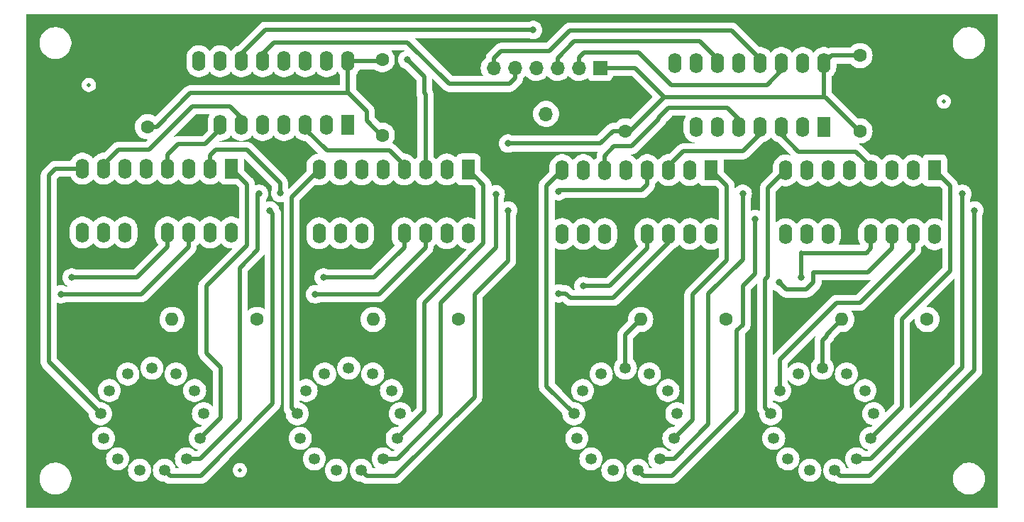
<source format=gbr>
%TF.GenerationSoftware,KiCad,Pcbnew,8.0.4*%
%TF.CreationDate,2024-07-28T18:14:57+03:00*%
%TF.ProjectId,nixie_clock,6e697869-655f-4636-9c6f-636b2e6b6963,rev?*%
%TF.SameCoordinates,Original*%
%TF.FileFunction,Copper,L1,Top*%
%TF.FilePolarity,Positive*%
%FSLAX46Y46*%
G04 Gerber Fmt 4.6, Leading zero omitted, Abs format (unit mm)*
G04 Created by KiCad (PCBNEW 8.0.4) date 2024-07-28 18:14:57*
%MOMM*%
%LPD*%
G01*
G04 APERTURE LIST*
%TA.AperFunction,SMDPad,CuDef*%
%ADD10C,0.500000*%
%TD*%
%TA.AperFunction,ComponentPad*%
%ADD11R,1.600000X2.400000*%
%TD*%
%TA.AperFunction,ComponentPad*%
%ADD12O,1.600000X2.400000*%
%TD*%
%TA.AperFunction,ComponentPad*%
%ADD13R,1.700000X1.700000*%
%TD*%
%TA.AperFunction,ComponentPad*%
%ADD14O,1.700000X1.700000*%
%TD*%
%TA.AperFunction,ComponentPad*%
%ADD15C,1.600000*%
%TD*%
%TA.AperFunction,ComponentPad*%
%ADD16C,1.346200*%
%TD*%
%TA.AperFunction,ComponentPad*%
%ADD17O,1.600000X1.600000*%
%TD*%
%TA.AperFunction,ViaPad*%
%ADD18C,0.800000*%
%TD*%
%TA.AperFunction,Conductor*%
%ADD19C,0.500000*%
%TD*%
G04 APERTURE END LIST*
D10*
%TO.P,FID3,*%
%TO.N,*%
X132000000Y-124000000D03*
%TD*%
%TO.P,FID2,*%
%TO.N,*%
X48000000Y-168000000D03*
%TD*%
%TO.P,FID1,*%
%TO.N,*%
X30000000Y-122000000D03*
%TD*%
D11*
%TO.P,U4,1,QB*%
%TO.N,Net-(U4-QB)*%
X60900000Y-126800000D03*
D12*
%TO.P,U4,2,QC*%
%TO.N,Net-(U4-QC)*%
X58360000Y-126800000D03*
%TO.P,U4,3,QD*%
%TO.N,Net-(U4-QD)*%
X55820000Y-126800000D03*
%TO.P,U4,4,QE*%
%TO.N,Net-(U4-QE)*%
X53280000Y-126800000D03*
%TO.P,U4,5,QF*%
%TO.N,Net-(U4-QF)*%
X50740000Y-126800000D03*
%TO.P,U4,6,QG*%
%TO.N,Net-(U4-QG)*%
X48200000Y-126800000D03*
%TO.P,U4,7,QH*%
%TO.N,Net-(U4-QH)*%
X45660000Y-126800000D03*
%TO.P,U4,8,GND*%
%TO.N,GND*%
X43120000Y-126800000D03*
%TO.P,U4,9,QH'*%
%TO.N,unconnected-(U4-QH'-Pad9)*%
X43120000Y-119180000D03*
%TO.P,U4,10,~{SRCLR}*%
%TO.N,/~{SRCLR}*%
X45660000Y-119180000D03*
%TO.P,U4,11,SRCLK*%
%TO.N,/SRCLK*%
X48200000Y-119180000D03*
%TO.P,U4,12,RCLK*%
%TO.N,/RCLK*%
X50740000Y-119180000D03*
%TO.P,U4,13,~{OE}*%
%TO.N,/~{OE}*%
X53280000Y-119180000D03*
%TO.P,U4,14,SER*%
%TO.N,Net-(U3-QH)*%
X55820000Y-119180000D03*
%TO.P,U4,15,QA*%
%TO.N,Net-(U4-QA)*%
X58360000Y-119180000D03*
%TO.P,U4,16,VCC*%
%TO.N,+5V*%
X60900000Y-119180000D03*
%TD*%
D11*
%TO.P,U3,1,QB*%
%TO.N,Net-(U3-QB)*%
X117700000Y-127000000D03*
D12*
%TO.P,U3,2,QC*%
%TO.N,Net-(U3-QC)*%
X115160000Y-127000000D03*
%TO.P,U3,3,QD*%
%TO.N,Net-(U3-QD)*%
X112620000Y-127000000D03*
%TO.P,U3,4,QE*%
%TO.N,Net-(U3-QE)*%
X110080000Y-127000000D03*
%TO.P,U3,5,QF*%
%TO.N,Net-(U3-QF)*%
X107540000Y-127000000D03*
%TO.P,U3,6,QG*%
%TO.N,Net-(U3-QG)*%
X105000000Y-127000000D03*
%TO.P,U3,7,QH*%
%TO.N,Net-(U3-QH)*%
X102460000Y-127000000D03*
%TO.P,U3,8,GND*%
%TO.N,GND*%
X99920000Y-127000000D03*
%TO.P,U3,9,QH'*%
%TO.N,unconnected-(U3-QH'-Pad9)*%
X99920000Y-119380000D03*
%TO.P,U3,10,~{SRCLR}*%
%TO.N,/~{SRCLR}*%
X102460000Y-119380000D03*
%TO.P,U3,11,SRCLK*%
%TO.N,/SRCLK*%
X105000000Y-119380000D03*
%TO.P,U3,12,RCLK*%
%TO.N,/RCLK*%
X107540000Y-119380000D03*
%TO.P,U3,13,~{OE}*%
%TO.N,/~{OE}*%
X110080000Y-119380000D03*
%TO.P,U3,14,SER*%
%TO.N,/SER_IN*%
X112620000Y-119380000D03*
%TO.P,U3,15,QA*%
%TO.N,Net-(U3-QA)*%
X115160000Y-119380000D03*
%TO.P,U3,16,VCC*%
%TO.N,+5V*%
X117700000Y-119380000D03*
%TD*%
D13*
%TO.P,J1,1,Pin_1*%
%TO.N,+5V*%
X91000000Y-120000000D03*
D14*
%TO.P,J1,2,Pin_2*%
%TO.N,/SER_IN*%
X88460000Y-120000000D03*
%TO.P,J1,3,Pin_3*%
%TO.N,/SRCLK*%
X85920000Y-120000000D03*
%TO.P,J1,4,Pin_4*%
%TO.N,/~{SRCLR}*%
X83380000Y-120000000D03*
%TO.P,J1,5,Pin_5*%
%TO.N,/RCLK*%
X80840000Y-120000000D03*
%TO.P,J1,6,Pin_6*%
%TO.N,/~{OE}*%
X78300000Y-120000000D03*
%TO.P,J1,7,Pin_7*%
%TO.N,GND*%
X75760000Y-120000000D03*
%TD*%
D15*
%TO.P,C2,1*%
%TO.N,GND*%
X65000000Y-121500000D03*
%TO.P,C2,2*%
%TO.N,+5V*%
X65000000Y-119000000D03*
%TD*%
%TO.P,C1,1*%
%TO.N,GND*%
X122000000Y-121000000D03*
%TO.P,C1,2*%
%TO.N,+5V*%
X122000000Y-118500000D03*
%TD*%
D16*
%TO.P,N3,0,0*%
%TO.N,/hourU0*%
X66092700Y-158484640D03*
%TO.P,N3,1,1*%
%TO.N,/hourU1*%
X55907300Y-158484640D03*
%TO.P,N3,2,2*%
%TO.N,/hourU2*%
X54855740Y-161255780D03*
%TO.P,N3,3,3*%
%TO.N,/hourU3*%
X55213880Y-164194560D03*
%TO.P,N3,4,4*%
%TO.N,/hourU4*%
X56895360Y-166632960D03*
%TO.P,N3,5,5*%
%TO.N,/hourU5*%
X59519180Y-168009640D03*
%TO.P,N3,6,6*%
%TO.N,/hourU6*%
X62480820Y-168009640D03*
%TO.P,N3,7,7*%
%TO.N,/hourU7*%
X65104640Y-166632960D03*
%TO.P,N3,8,8*%
%TO.N,/hourU8*%
X66786120Y-164194560D03*
%TO.P,N3,9,9*%
%TO.N,/hourU9*%
X67144260Y-161255780D03*
%TO.P,N3,A,A*%
%TO.N,Net-(N3-PadA)*%
X61000000Y-155812560D03*
%TO.P,N3,LHDP,LHDP*%
%TO.N,unconnected-(N3-PadLHDP)*%
X58124720Y-156521220D03*
%TO.P,N3,RHDP,RHDP*%
%TO.N,unconnected-(N3-PadRHDP)*%
X63875280Y-156521220D03*
%TD*%
%TO.P,N4,RHDP,RHDP*%
%TO.N,unconnected-(N4-PadRHDP)*%
X40394460Y-156521220D03*
%TO.P,N4,LHDP,LHDP*%
%TO.N,unconnected-(N4-PadLHDP)*%
X34643900Y-156521220D03*
%TO.P,N4,A,A*%
%TO.N,Net-(N4-PadA)*%
X37519180Y-155812560D03*
%TO.P,N4,9,9*%
%TO.N,/hourZ9*%
X43663440Y-161255780D03*
%TO.P,N4,8,8*%
%TO.N,/hourZ8*%
X43305300Y-164194560D03*
%TO.P,N4,7,7*%
%TO.N,/hourZ7*%
X41623820Y-166632960D03*
%TO.P,N4,6,6*%
%TO.N,/hourZ6*%
X39000000Y-168009640D03*
%TO.P,N4,5,5*%
%TO.N,/hourZ5*%
X36038360Y-168009640D03*
%TO.P,N4,4,4*%
%TO.N,/hourZ4*%
X33414540Y-166632960D03*
%TO.P,N4,3,3*%
%TO.N,/hourZ3*%
X31733060Y-164194560D03*
%TO.P,N4,2,2*%
%TO.N,/hourZ2*%
X31374920Y-161255780D03*
%TO.P,N4,1,1*%
%TO.N,/hourZ1*%
X32426480Y-158484640D03*
%TO.P,N4,0,0*%
%TO.N,/hourZ0*%
X42611880Y-158484640D03*
%TD*%
D11*
%TO.P,U8,1,~{Q8}*%
%TO.N,/hourZ8*%
X47000000Y-132000000D03*
D12*
%TO.P,U8,2,~{Q9}*%
%TO.N,/hourZ9*%
X44460000Y-132000000D03*
%TO.P,U8,3,A*%
%TO.N,Net-(U4-QE)*%
X41920000Y-132000000D03*
%TO.P,U8,4,D*%
%TO.N,Net-(U4-QH)*%
X39380000Y-132000000D03*
%TO.P,U8,5,VCC*%
%TO.N,+5V*%
X36840000Y-132000000D03*
%TO.P,U8,6,B*%
%TO.N,Net-(U4-QF)*%
X34300000Y-132000000D03*
%TO.P,U8,7,C*%
%TO.N,Net-(U4-QG)*%
X31760000Y-132000000D03*
%TO.P,U8,8,~{Q2}*%
%TO.N,/hourZ2*%
X29220000Y-132000000D03*
%TO.P,U8,9,~{Q3}*%
%TO.N,/hourZ3*%
X29220000Y-139620000D03*
%TO.P,U8,10,~{Q7}*%
%TO.N,/hourZ7*%
X31760000Y-139620000D03*
%TO.P,U8,11,~{Q6}*%
%TO.N,/hourZ6*%
X34300000Y-139620000D03*
%TO.P,U8,12,GND*%
%TO.N,GND*%
X36840000Y-139620000D03*
%TO.P,U8,13,~{Q4}*%
%TO.N,/hourZ4*%
X39380000Y-139620000D03*
%TO.P,U8,14,~{Q5}*%
%TO.N,/hourZ5*%
X41920000Y-139620000D03*
%TO.P,U8,15,~{Q1}*%
%TO.N,/hourZ1*%
X44460000Y-139620000D03*
%TO.P,U8,16,~{Q0}*%
%TO.N,/hourZ0*%
X47000000Y-139620000D03*
%TD*%
D11*
%TO.P,U6,1,~{Q8}*%
%TO.N,/minZ8*%
X104240000Y-132180000D03*
D12*
%TO.P,U6,2,~{Q9}*%
%TO.N,/minZ9*%
X101700000Y-132180000D03*
%TO.P,U6,3,A*%
%TO.N,Net-(U3-QE)*%
X99160000Y-132180000D03*
%TO.P,U6,4,D*%
%TO.N,Net-(U3-QH)*%
X96620000Y-132180000D03*
%TO.P,U6,5,VCC*%
%TO.N,+5V*%
X94080000Y-132180000D03*
%TO.P,U6,6,B*%
%TO.N,Net-(U3-QF)*%
X91540000Y-132180000D03*
%TO.P,U6,7,C*%
%TO.N,Net-(U3-QG)*%
X89000000Y-132180000D03*
%TO.P,U6,8,~{Q2}*%
%TO.N,/minZ2*%
X86460000Y-132180000D03*
%TO.P,U6,9,~{Q3}*%
%TO.N,/minZ3*%
X86460000Y-139800000D03*
%TO.P,U6,10,~{Q7}*%
%TO.N,/minZ7*%
X89000000Y-139800000D03*
%TO.P,U6,11,~{Q6}*%
%TO.N,/minZ6*%
X91540000Y-139800000D03*
%TO.P,U6,12,GND*%
%TO.N,GND*%
X94080000Y-139800000D03*
%TO.P,U6,13,~{Q4}*%
%TO.N,/minZ4*%
X96620000Y-139800000D03*
%TO.P,U6,14,~{Q5}*%
%TO.N,/minZ5*%
X99160000Y-139800000D03*
%TO.P,U6,15,~{Q1}*%
%TO.N,/minZ1*%
X101700000Y-139800000D03*
%TO.P,U6,16,~{Q0}*%
%TO.N,/minZ0*%
X104240000Y-139800000D03*
%TD*%
D11*
%TO.P,U5,1,~{Q8}*%
%TO.N,/minU8*%
X130900000Y-132200000D03*
D12*
%TO.P,U5,2,~{Q9}*%
%TO.N,/minU9*%
X128360000Y-132200000D03*
%TO.P,U5,3,A*%
%TO.N,Net-(U3-QA)*%
X125820000Y-132200000D03*
%TO.P,U5,4,D*%
%TO.N,Net-(U3-QD)*%
X123280000Y-132200000D03*
%TO.P,U5,5,VCC*%
%TO.N,+5V*%
X120740000Y-132200000D03*
%TO.P,U5,6,B*%
%TO.N,Net-(U3-QB)*%
X118200000Y-132200000D03*
%TO.P,U5,7,C*%
%TO.N,Net-(U3-QC)*%
X115660000Y-132200000D03*
%TO.P,U5,8,~{Q2}*%
%TO.N,/minU2*%
X113120000Y-132200000D03*
%TO.P,U5,9,~{Q3}*%
%TO.N,/minU3*%
X113120000Y-139820000D03*
%TO.P,U5,10,~{Q7}*%
%TO.N,/minU7*%
X115660000Y-139820000D03*
%TO.P,U5,11,~{Q6}*%
%TO.N,/minU6*%
X118200000Y-139820000D03*
%TO.P,U5,12,GND*%
%TO.N,GND*%
X120740000Y-139820000D03*
%TO.P,U5,13,~{Q4}*%
%TO.N,/minU4*%
X123280000Y-139820000D03*
%TO.P,U5,14,~{Q5}*%
%TO.N,/minU5*%
X125820000Y-139820000D03*
%TO.P,U5,15,~{Q1}*%
%TO.N,/minU1*%
X128360000Y-139820000D03*
%TO.P,U5,16,~{Q0}*%
%TO.N,/minU0*%
X130900000Y-139820000D03*
%TD*%
D17*
%TO.P,R4,2*%
%TO.N,Net-(N4-PadA)*%
X39920000Y-150000000D03*
D15*
%TO.P,R4,1*%
%TO.N,+170V*%
X50080000Y-150000000D03*
%TD*%
%TO.P,R2,1*%
%TO.N,+170V*%
X106000000Y-150000000D03*
D17*
%TO.P,R2,2*%
%TO.N,Net-(N2-PadA)*%
X95840000Y-150000000D03*
%TD*%
D15*
%TO.P,R1,1*%
%TO.N,+170V*%
X130000000Y-150000000D03*
D17*
%TO.P,R1,2*%
%TO.N,Net-(N1-PadA)*%
X119840000Y-150000000D03*
%TD*%
D16*
%TO.P,N2,RHDP,RHDP*%
%TO.N,unconnected-(N2-PadRHDP)*%
X96875280Y-156521220D03*
%TO.P,N2,LHDP,LHDP*%
%TO.N,unconnected-(N2-PadLHDP)*%
X91124720Y-156521220D03*
%TO.P,N2,A,A*%
%TO.N,Net-(N2-PadA)*%
X94000000Y-155812560D03*
%TO.P,N2,9,9*%
%TO.N,/minZ9*%
X100144260Y-161255780D03*
%TO.P,N2,8,8*%
%TO.N,/minZ8*%
X99786120Y-164194560D03*
%TO.P,N2,7,7*%
%TO.N,/minZ7*%
X98104640Y-166632960D03*
%TO.P,N2,6,6*%
%TO.N,/minZ6*%
X95480820Y-168009640D03*
%TO.P,N2,5,5*%
%TO.N,/minZ5*%
X92519180Y-168009640D03*
%TO.P,N2,4,4*%
%TO.N,/minZ4*%
X89895360Y-166632960D03*
%TO.P,N2,3,3*%
%TO.N,/minZ3*%
X88213880Y-164194560D03*
%TO.P,N2,2,2*%
%TO.N,/minZ2*%
X87855740Y-161255780D03*
%TO.P,N2,1,1*%
%TO.N,/minZ1*%
X88907300Y-158484640D03*
%TO.P,N2,0,0*%
%TO.N,/minZ0*%
X99092700Y-158484640D03*
%TD*%
%TO.P,N1,RHDP,RHDP*%
%TO.N,unconnected-(N1-PadRHDP)*%
X120375280Y-156521220D03*
%TO.P,N1,LHDP,LHDP*%
%TO.N,unconnected-(N1-PadLHDP)*%
X114624720Y-156521220D03*
%TO.P,N1,A,A*%
%TO.N,Net-(N1-PadA)*%
X117500000Y-155812560D03*
%TO.P,N1,9,9*%
%TO.N,/minU9*%
X123644260Y-161255780D03*
%TO.P,N1,8,8*%
%TO.N,/minU8*%
X123286120Y-164194560D03*
%TO.P,N1,7,7*%
%TO.N,/minU7*%
X121604640Y-166632960D03*
%TO.P,N1,6,6*%
%TO.N,/minU6*%
X118980820Y-168009640D03*
%TO.P,N1,5,5*%
%TO.N,/minU5*%
X116019180Y-168009640D03*
%TO.P,N1,4,4*%
%TO.N,/minU4*%
X113395360Y-166632960D03*
%TO.P,N1,3,3*%
%TO.N,/minU3*%
X111713880Y-164194560D03*
%TO.P,N1,2,2*%
%TO.N,/minU2*%
X111355740Y-161255780D03*
%TO.P,N1,1,1*%
%TO.N,/minU1*%
X112407300Y-158484640D03*
%TO.P,N1,0,0*%
%TO.N,/minU0*%
X122592700Y-158484640D03*
%TD*%
D15*
%TO.P,C6,1*%
%TO.N,+5V*%
X37000000Y-127000000D03*
%TO.P,C6,2*%
%TO.N,GND*%
X37000000Y-124500000D03*
%TD*%
%TO.P,C5,1*%
%TO.N,+5V*%
X65000000Y-128000000D03*
%TO.P,C5,2*%
%TO.N,GND*%
X65000000Y-125500000D03*
%TD*%
%TO.P,C4,1*%
%TO.N,GND*%
X94000000Y-125000000D03*
%TO.P,C4,2*%
%TO.N,+5V*%
X94000000Y-127500000D03*
%TD*%
%TO.P,C3,1*%
%TO.N,GND*%
X122000000Y-125000000D03*
%TO.P,C3,2*%
%TO.N,+5V*%
X122000000Y-127500000D03*
%TD*%
D14*
%TO.P,J2,2,Pin_2*%
%TO.N,+170V*%
X84540000Y-125460000D03*
D13*
%TO.P,J2,1,Pin_1*%
%TO.N,GND*%
X82000000Y-125460000D03*
%TD*%
D17*
%TO.P,R3,2*%
%TO.N,Net-(N3-PadA)*%
X63920000Y-150000000D03*
D15*
%TO.P,R3,1*%
%TO.N,+170V*%
X74080000Y-150000000D03*
%TD*%
D11*
%TO.P,U7,1,~{Q8}*%
%TO.N,/hourU8*%
X75240000Y-132100000D03*
D12*
%TO.P,U7,2,~{Q9}*%
%TO.N,/hourU9*%
X72700000Y-132100000D03*
%TO.P,U7,3,A*%
%TO.N,Net-(U4-QA)*%
X70160000Y-132100000D03*
%TO.P,U7,4,D*%
%TO.N,Net-(U4-QD)*%
X67620000Y-132100000D03*
%TO.P,U7,5,VCC*%
%TO.N,+5V*%
X65080000Y-132100000D03*
%TO.P,U7,6,B*%
%TO.N,Net-(U4-QB)*%
X62540000Y-132100000D03*
%TO.P,U7,7,C*%
%TO.N,Net-(U4-QC)*%
X60000000Y-132100000D03*
%TO.P,U7,8,~{Q2}*%
%TO.N,/hourU2*%
X57460000Y-132100000D03*
%TO.P,U7,9,~{Q3}*%
%TO.N,/hourU3*%
X57460000Y-139720000D03*
%TO.P,U7,10,~{Q7}*%
%TO.N,/hourU7*%
X60000000Y-139720000D03*
%TO.P,U7,11,~{Q6}*%
%TO.N,/hourU6*%
X62540000Y-139720000D03*
%TO.P,U7,12,GND*%
%TO.N,GND*%
X65080000Y-139720000D03*
%TO.P,U7,13,~{Q4}*%
%TO.N,/hourU4*%
X67620000Y-139720000D03*
%TO.P,U7,14,~{Q5}*%
%TO.N,/hourU5*%
X70160000Y-139720000D03*
%TO.P,U7,15,~{Q1}*%
%TO.N,/hourU1*%
X72700000Y-139720000D03*
%TO.P,U7,16,~{Q0}*%
%TO.N,/hourU0*%
X75240000Y-139720000D03*
%TD*%
D18*
%TO.N,GND*%
X54000000Y-131000000D03*
X117000000Y-162000000D03*
X94000000Y-162000000D03*
X61000000Y-162000000D03*
X37000000Y-162000000D03*
X110000000Y-131000000D03*
X120000000Y-146000000D03*
%TO.N,/hourZ9*%
X52806981Y-134919034D03*
%TO.N,GND*%
X32000000Y-143000000D03*
X82000000Y-145000000D03*
X87000000Y-144000000D03*
%TO.N,Net-(U4-QA)*%
X68000000Y-119000000D03*
%TO.N,GND*%
X128000000Y-123000000D03*
%TO.N,+5V*%
X80000000Y-129000000D03*
%TO.N,/SRCLK*%
X83000000Y-115450000D03*
%TO.N,Net-(U3-QH)*%
X86060000Y-134705240D03*
%TO.N,GND*%
X104000000Y-170000000D03*
X77000000Y-170000000D03*
X48000000Y-170000000D03*
X41000000Y-153000000D03*
%TO.N,/hourU4*%
X58000000Y-145000000D03*
%TO.N,GND*%
X114000000Y-136000000D03*
X87000000Y-136000000D03*
X57000000Y-136000000D03*
X29000000Y-136000000D03*
X97000000Y-152000000D03*
X89000000Y-151000000D03*
X67000000Y-147000000D03*
X33000000Y-150000000D03*
X64000000Y-153000000D03*
X82000000Y-154000000D03*
X132000000Y-154000000D03*
X121000000Y-153000000D03*
X50000000Y-147000000D03*
%TO.N,/minU5*%
X112349999Y-145599391D03*
%TO.N,/minU4*%
X115000000Y-145000000D03*
%TO.N,/minU6*%
X135650000Y-137000000D03*
%TO.N,/minU7*%
X134200000Y-135000000D03*
%TO.N,/minZ6*%
X109450000Y-138000000D03*
%TO.N,/minZ7*%
X108000000Y-135000000D03*
%TO.N,/minZ5*%
X86059999Y-146889391D03*
%TO.N,/minZ4*%
X89000000Y-146000000D03*
%TO.N,/hourU6*%
X80000000Y-137000000D03*
%TO.N,/hourU7*%
X78540000Y-135045750D03*
%TO.N,/hourU5*%
X57000000Y-147000000D03*
%TO.N,/hourZ5*%
X26651820Y-147000000D03*
%TO.N,/hourZ4*%
X27951820Y-145000000D03*
%TO.N,/hourZ6*%
X51600000Y-137000000D03*
%TO.N,/hourZ7*%
X50300000Y-135000000D03*
%TD*%
D19*
%TO.N,/minU5*%
X116450000Y-145600610D02*
X116450000Y-144399390D01*
X115600610Y-146450000D02*
X116450000Y-145600610D01*
X116450000Y-144399390D02*
X122940610Y-144399390D01*
X125820000Y-141520000D02*
X125820000Y-139820000D01*
X113200608Y-146450000D02*
X115600610Y-146450000D01*
X112349999Y-145599391D02*
X113200608Y-146450000D01*
X122940610Y-144399390D02*
X125820000Y-141520000D01*
%TO.N,/minU1*%
X122000000Y-148000000D02*
X119223704Y-148000000D01*
X119223704Y-148000000D02*
X112407300Y-154816404D01*
X112407300Y-154816404D02*
X112407300Y-158484640D01*
X128360000Y-141640000D02*
X122000000Y-148000000D01*
X128360000Y-139820000D02*
X128360000Y-141640000D01*
%TO.N,/minU4*%
X122730000Y-142070000D02*
X115070000Y-142070000D01*
X115070000Y-142070000D02*
X115000000Y-142000000D01*
X123280000Y-141520000D02*
X122730000Y-142070000D01*
X115000000Y-142000000D02*
X115000000Y-145000000D01*
X123280000Y-139820000D02*
X123280000Y-141520000D01*
%TO.N,Net-(U4-QH)*%
X45660000Y-126800000D02*
X45660000Y-127276295D01*
X45660000Y-127276295D02*
X43886295Y-129050000D01*
X43886295Y-129050000D02*
X40630000Y-129050000D01*
X40630000Y-129050000D02*
X39380000Y-130300000D01*
X39380000Y-130300000D02*
X39380000Y-132000000D01*
%TO.N,/hourZ9*%
X44460000Y-132000000D02*
X44460000Y-130440000D01*
X44460000Y-130440000D02*
X45150000Y-129750000D01*
X48850000Y-129750000D02*
X52806981Y-133706981D01*
X45150000Y-129750000D02*
X48850000Y-129750000D01*
X52806981Y-133706981D02*
X52806981Y-134919034D01*
%TO.N,Net-(U4-QA)*%
X70000000Y-121000000D02*
X68000000Y-119000000D01*
X70000000Y-121900000D02*
X70000000Y-121000000D01*
%TO.N,/~{OE}*%
X78300000Y-120000000D02*
X78300000Y-118797919D01*
X110080000Y-118903705D02*
X110080000Y-119380000D01*
X78300000Y-118797919D02*
X79158199Y-117939720D01*
X79158199Y-117939720D02*
X84939721Y-117939720D01*
X84939721Y-117939720D02*
X87379441Y-115500000D01*
X87379441Y-115500000D02*
X106676295Y-115500000D01*
X106676295Y-115500000D02*
X110080000Y-118903705D01*
%TO.N,/SRCLK*%
X85920000Y-120000000D02*
X85920000Y-118797919D01*
X85920000Y-118797919D02*
X87917919Y-116800000D01*
X87917919Y-116800000D02*
X102896295Y-116800000D01*
X105000000Y-118903705D02*
X105000000Y-119380000D01*
X102896295Y-116800000D02*
X105000000Y-118903705D01*
%TO.N,/RCLK*%
X80840000Y-121202081D02*
X80840000Y-120000000D01*
%TO.N,/SER_IN*%
X88460000Y-120000000D02*
X88460000Y-118740000D01*
X95623705Y-118100000D02*
X99523705Y-122000000D01*
X88460000Y-118740000D02*
X89100000Y-118100000D01*
X110900000Y-122000000D02*
X112620000Y-120280000D01*
X89100000Y-118100000D02*
X95623705Y-118100000D01*
X99523705Y-122000000D02*
X110900000Y-122000000D01*
X112620000Y-120280000D02*
X112620000Y-119380000D01*
%TO.N,+5V*%
X91000000Y-120000000D02*
X95165227Y-120000000D01*
X95165227Y-120000000D02*
X98615227Y-123450000D01*
X80000000Y-129000000D02*
X91000000Y-129000000D01*
X91000000Y-129000000D02*
X92500000Y-127500000D01*
X92500000Y-127500000D02*
X94000000Y-127500000D01*
%TO.N,/SRCLK*%
X83000000Y-115450000D02*
X51030000Y-115450000D01*
%TO.N,/RCLK*%
X52090000Y-116930000D02*
X68000000Y-116930000D01*
X80840000Y-121202081D02*
X80142081Y-121900000D01*
X80142081Y-121900000D02*
X72970000Y-121900000D01*
X72970000Y-121900000D02*
X68000000Y-116930000D01*
X107540000Y-119856295D02*
X107540000Y-119380000D01*
%TO.N,Net-(U4-QA)*%
X70000000Y-121900000D02*
X70000000Y-123000000D01*
X70000000Y-123000000D02*
X70160000Y-123160000D01*
X70160000Y-123160000D02*
X70160000Y-132100000D01*
%TO.N,/SRCLK*%
X51030000Y-115450000D02*
X48200000Y-118280000D01*
X48200000Y-118280000D02*
X48200000Y-119180000D01*
%TO.N,/RCLK*%
X50740000Y-119180000D02*
X50740000Y-118280000D01*
X50740000Y-118280000D02*
X52090000Y-116930000D01*
%TO.N,Net-(U3-QH)*%
X86215240Y-134550000D02*
X86060000Y-134705240D01*
X95950000Y-134550000D02*
X86215240Y-134550000D01*
X96620000Y-132180000D02*
X96620000Y-133880000D01*
X96620000Y-133880000D02*
X95950000Y-134550000D01*
%TO.N,+5V*%
X117700000Y-119380000D02*
X118580000Y-118500000D01*
X118580000Y-118500000D02*
X122000000Y-118500000D01*
X60900000Y-119180000D02*
X64820000Y-119180000D01*
X64820000Y-119180000D02*
X65000000Y-119000000D01*
X122000000Y-127500000D02*
X121883704Y-127500000D01*
X121883704Y-127500000D02*
X117833704Y-123450000D01*
X98615227Y-123450000D02*
X117550000Y-123450000D01*
X117550000Y-123450000D02*
X117833704Y-123450000D01*
X117700000Y-119380000D02*
X117700000Y-123300000D01*
X117700000Y-123300000D02*
X117550000Y-123450000D01*
X94000000Y-127500000D02*
X94565227Y-127500000D01*
X94565227Y-127500000D02*
X98615227Y-123450000D01*
%TO.N,Net-(U3-QF)*%
X107540000Y-127000000D02*
X107540000Y-126100000D01*
X99153705Y-124750000D02*
X98000000Y-125903705D01*
X107540000Y-126100000D02*
X106190000Y-124750000D01*
X106190000Y-124750000D02*
X99153705Y-124750000D01*
X98000000Y-125903705D02*
X98000000Y-126116296D01*
X98000000Y-126116296D02*
X94766296Y-129350000D01*
X94766296Y-129350000D02*
X92650000Y-129350000D01*
X92650000Y-129350000D02*
X91540000Y-130460000D01*
X91540000Y-130460000D02*
X91540000Y-132180000D01*
%TO.N,+5V*%
X61000000Y-123000000D02*
X63150000Y-125150000D01*
X63150000Y-126266296D02*
X64883704Y-128000000D01*
X63150000Y-125150000D02*
X63150000Y-126266296D01*
X64883704Y-128000000D02*
X65000000Y-128000000D01*
X42065227Y-123000000D02*
X61000000Y-123000000D01*
X38065227Y-127000000D02*
X42065227Y-123000000D01*
X37000000Y-127000000D02*
X38065227Y-127000000D01*
X61000000Y-123000000D02*
X60900000Y-122900000D01*
X60900000Y-122900000D02*
X60900000Y-119180000D01*
%TO.N,Net-(U4-QG)*%
X48200000Y-126800000D02*
X48200000Y-125900000D01*
X46850000Y-124550000D02*
X42353705Y-124550000D01*
X37153705Y-129750000D02*
X33533705Y-129750000D01*
X48200000Y-125900000D02*
X46850000Y-124550000D01*
X42353705Y-124550000D02*
X37153705Y-129750000D01*
X33533705Y-129750000D02*
X31760000Y-131523705D01*
X31760000Y-131523705D02*
X31760000Y-132000000D01*
%TO.N,Net-(U4-QD)*%
X55820000Y-126800000D02*
X55820000Y-127276295D01*
X55820000Y-127276295D02*
X58393705Y-129850000D01*
X58393705Y-129850000D02*
X65846295Y-129850000D01*
X65846295Y-129850000D02*
X67620000Y-131623705D01*
X67620000Y-131623705D02*
X67620000Y-132100000D01*
%TO.N,Net-(U3-QE)*%
X110080000Y-127000000D02*
X110080000Y-127900000D01*
X110080000Y-127900000D02*
X108050000Y-129930000D01*
X99160000Y-131703705D02*
X99160000Y-132180000D01*
X108050000Y-129930000D02*
X100933705Y-129930000D01*
X100933705Y-129930000D02*
X99160000Y-131703705D01*
%TO.N,Net-(U3-QD)*%
X114670000Y-129950000D02*
X121506295Y-129950000D01*
X121506295Y-129950000D02*
X123280000Y-131723705D01*
X123280000Y-131723705D02*
X123280000Y-132200000D01*
X112620000Y-127000000D02*
X112620000Y-127900000D01*
X112620000Y-127900000D02*
X114670000Y-129950000D01*
%TO.N,+5V*%
X121000000Y-131940000D02*
X120740000Y-132200000D01*
%TO.N,/minU2*%
X111355740Y-161255780D02*
X110682640Y-160582680D01*
X110682640Y-160582680D02*
X110682640Y-145216140D01*
X110682640Y-145216140D02*
X111000000Y-144898780D01*
X111000000Y-144898780D02*
X111000000Y-134320000D01*
X111000000Y-134320000D02*
X113120000Y-132200000D01*
%TO.N,/minU6*%
X119653920Y-168682740D02*
X123073250Y-168682740D01*
X135650000Y-156105990D02*
X135650000Y-137000000D01*
X123073250Y-168682740D02*
X135650000Y-156105990D01*
X118980820Y-168009640D02*
X119653920Y-168682740D01*
%TO.N,/minU7*%
X123284552Y-166632960D02*
X134200000Y-155717512D01*
X121604640Y-166632960D02*
X123284552Y-166632960D01*
X134200000Y-155717512D02*
X134200000Y-135000000D01*
%TO.N,/minU8*%
X127000000Y-160480680D02*
X127000000Y-150000000D01*
X123286120Y-164194560D02*
X127000000Y-160480680D01*
X127000000Y-150000000D02*
X132750000Y-144250000D01*
X132750000Y-144250000D02*
X132750000Y-134050000D01*
X132750000Y-134050000D02*
X130900000Y-132200000D01*
%TO.N,Net-(N1-PadA)*%
X118000000Y-151840000D02*
X118000000Y-152000000D01*
X119840000Y-150000000D02*
X118000000Y-151840000D01*
X118000000Y-152000000D02*
X117500000Y-152500000D01*
X117500000Y-152500000D02*
X117500000Y-155812560D01*
%TO.N,/minZ6*%
X95480820Y-168009640D02*
X96153920Y-168682740D01*
X108000000Y-146000000D02*
X109450000Y-144550000D01*
X108000000Y-147000000D02*
X108000000Y-146000000D01*
X109450000Y-144550000D02*
X109450000Y-138000000D01*
X99573250Y-168682740D02*
X107308148Y-160947842D01*
X96153920Y-168682740D02*
X99573250Y-168682740D01*
X107308148Y-160947842D02*
X107308148Y-151308148D01*
X107308148Y-151308148D02*
X108000000Y-150616296D01*
X108000000Y-150616296D02*
X108000000Y-147000000D01*
%TO.N,/minZ7*%
X103919239Y-162498273D02*
X103919239Y-146919239D01*
X98104640Y-166632960D02*
X99784552Y-166632960D01*
X99784552Y-166632960D02*
X103919239Y-162498273D01*
X103919239Y-146919239D02*
X108000000Y-142838478D01*
X108000000Y-142838478D02*
X108000000Y-135000000D01*
%TO.N,/minZ8*%
X102000000Y-161980680D02*
X102000000Y-147000000D01*
X102000000Y-147000000D02*
X106090000Y-142910000D01*
X99786120Y-164194560D02*
X102000000Y-161980680D01*
X106090000Y-142910000D02*
X106090000Y-134030000D01*
X106090000Y-134030000D02*
X104240000Y-132180000D01*
%TO.N,/minZ5*%
X92550000Y-147450000D02*
X99160000Y-140840000D01*
X86059999Y-146889391D02*
X86889391Y-146889391D01*
X86889391Y-146889391D02*
X87450000Y-147450000D01*
X87450000Y-147450000D02*
X92550000Y-147450000D01*
X99160000Y-140840000D02*
X99160000Y-139800000D01*
%TO.N,/minZ4*%
X89000000Y-146000000D02*
X92120000Y-146000000D01*
X92120000Y-146000000D02*
X96620000Y-141500000D01*
X96620000Y-141500000D02*
X96620000Y-139800000D01*
%TO.N,/minZ2*%
X87855740Y-161255780D02*
X84610000Y-158010040D01*
X84610000Y-158010040D02*
X84610000Y-134030000D01*
X84610000Y-134030000D02*
X86460000Y-132180000D01*
%TO.N,/hourZ2*%
X29220000Y-132000000D02*
X26000000Y-132000000D01*
X31374920Y-161255780D02*
X25201820Y-155082680D01*
X25201820Y-155082680D02*
X25201820Y-132798180D01*
X25201820Y-132798180D02*
X26000000Y-132000000D01*
%TO.N,/hourU6*%
X76000000Y-147000000D02*
X80000000Y-143000000D01*
X80000000Y-143000000D02*
X80000000Y-137000000D01*
X62480820Y-168009640D02*
X63153920Y-168682740D01*
X66573250Y-168682740D02*
X76000000Y-159255990D01*
X76000000Y-159255990D02*
X76000000Y-147000000D01*
X63153920Y-168682740D02*
X66573250Y-168682740D01*
%TO.N,/hourU7*%
X72000000Y-161417512D02*
X72000000Y-148000000D01*
X72000000Y-148000000D02*
X78540000Y-141460000D01*
X66784552Y-166632960D02*
X72000000Y-161417512D01*
X65104640Y-166632960D02*
X66784552Y-166632960D01*
X78540000Y-141460000D02*
X78540000Y-135045750D01*
%TO.N,/hourU8*%
X66786120Y-164194560D02*
X70000000Y-160980680D01*
X70000000Y-160980680D02*
X70000000Y-148000000D01*
X70000000Y-148000000D02*
X77090000Y-140910000D01*
X77090000Y-133950000D02*
X75240000Y-132100000D01*
X77090000Y-140910000D02*
X77090000Y-133950000D01*
%TO.N,/hourU5*%
X57000000Y-147000000D02*
X64580000Y-147000000D01*
X64580000Y-147000000D02*
X70160000Y-141420000D01*
X70160000Y-141420000D02*
X70160000Y-139720000D01*
%TO.N,/hourU4*%
X67620000Y-139720000D02*
X67620000Y-141420000D01*
X67620000Y-141420000D02*
X64040000Y-145000000D01*
X64040000Y-145000000D02*
X58000000Y-145000000D01*
%TO.N,/hourU2*%
X54855740Y-161255780D02*
X54182640Y-160582680D01*
X54182640Y-160582680D02*
X54182640Y-135377360D01*
X54182640Y-135377360D02*
X57460000Y-132100000D01*
%TO.N,Net-(N2-PadA)*%
X94000000Y-155812560D02*
X94000000Y-151840000D01*
X94000000Y-151840000D02*
X95840000Y-150000000D01*
%TO.N,/hourZ6*%
X39000000Y-168009640D02*
X39673100Y-168682740D01*
X51930000Y-160070000D02*
X51930000Y-137330000D01*
X39673100Y-168682740D02*
X43317260Y-168682740D01*
X43317260Y-168682740D02*
X51930000Y-160070000D01*
X51930000Y-137330000D02*
X51600000Y-137000000D01*
%TO.N,/hourZ7*%
X41623820Y-166632960D02*
X43303732Y-166632960D01*
X43303732Y-166632960D02*
X48000000Y-161936692D01*
X50150000Y-135150000D02*
X50300000Y-135000000D01*
X48000000Y-161936692D02*
X48000000Y-143838478D01*
X48000000Y-143838478D02*
X50150000Y-141688478D01*
X50150000Y-141688478D02*
X50150000Y-135150000D01*
%TO.N,/hourZ8*%
X43305300Y-164194560D02*
X45730000Y-161769860D01*
X44000000Y-154000000D02*
X44000000Y-146000000D01*
X45730000Y-161769860D02*
X45730000Y-155730000D01*
X45730000Y-155730000D02*
X44000000Y-154000000D01*
X44000000Y-146000000D02*
X48850000Y-141150000D01*
X48850000Y-141150000D02*
X48850000Y-133850000D01*
X48850000Y-133850000D02*
X47000000Y-132000000D01*
%TO.N,/hourZ5*%
X26651820Y-147000000D02*
X36240000Y-147000000D01*
X36240000Y-147000000D02*
X41920000Y-141320000D01*
X41920000Y-141320000D02*
X41920000Y-139620000D01*
%TO.N,/hourZ4*%
X27951820Y-145000000D02*
X35700000Y-145000000D01*
X35700000Y-145000000D02*
X39380000Y-141320000D01*
X39380000Y-141320000D02*
X39380000Y-139620000D01*
%TO.N,Net-(U3-QG)*%
X105000000Y-127000000D02*
X105000000Y-126100000D01*
%TD*%
%TA.AperFunction,Conductor*%
%TO.N,GND*%
G36*
X133235148Y-145178357D02*
G01*
X133249500Y-145213005D01*
X133249500Y-155303505D01*
X133235148Y-155338153D01*
X128034148Y-160539153D01*
X127999500Y-160553505D01*
X127964852Y-160539153D01*
X127950500Y-160504505D01*
X127950500Y-150414005D01*
X127964851Y-150379358D01*
X128413404Y-149930804D01*
X128448051Y-149916453D01*
X128482699Y-149930805D01*
X128497051Y-149965453D01*
X128496884Y-149969498D01*
X128494357Y-150000000D01*
X128514892Y-150247821D01*
X128551836Y-150393710D01*
X128575938Y-150488883D01*
X128675825Y-150716604D01*
X128675832Y-150716616D01*
X128811834Y-150924784D01*
X128955551Y-151080901D01*
X128980256Y-151107738D01*
X129176491Y-151260474D01*
X129176498Y-151260478D01*
X129176500Y-151260479D01*
X129395182Y-151378824D01*
X129395184Y-151378824D01*
X129395190Y-151378828D01*
X129630386Y-151459571D01*
X129875665Y-151500500D01*
X129875668Y-151500500D01*
X130124332Y-151500500D01*
X130124335Y-151500500D01*
X130369614Y-151459571D01*
X130604810Y-151378828D01*
X130823509Y-151260474D01*
X131019744Y-151107738D01*
X131045211Y-151080074D01*
X131188165Y-150924784D01*
X131324167Y-150716616D01*
X131324173Y-150716607D01*
X131424063Y-150488881D01*
X131485108Y-150247821D01*
X131505643Y-150000000D01*
X131485108Y-149752179D01*
X131424063Y-149511119D01*
X131324173Y-149283393D01*
X131324171Y-149283390D01*
X131324167Y-149283383D01*
X131188165Y-149075215D01*
X131019744Y-148892262D01*
X130823513Y-148739529D01*
X130823512Y-148739528D01*
X130823509Y-148739526D01*
X130823504Y-148739523D01*
X130823499Y-148739520D01*
X130604817Y-148621175D01*
X130604811Y-148621172D01*
X130604810Y-148621172D01*
X130585962Y-148614701D01*
X130369615Y-148540429D01*
X130308294Y-148530196D01*
X130124335Y-148499500D01*
X129963005Y-148499500D01*
X129928357Y-148485148D01*
X129914005Y-148450500D01*
X129928357Y-148415852D01*
X131500118Y-146844091D01*
X133165853Y-145178356D01*
X133200500Y-145164005D01*
X133235148Y-145178357D01*
G37*
%TD.AperFunction*%
%TA.AperFunction,Conductor*%
G36*
X123251711Y-145321262D02*
G01*
X123272546Y-145352444D01*
X123265230Y-145389227D01*
X123259136Y-145396652D01*
X121620642Y-147035148D01*
X121585994Y-147049500D01*
X119130081Y-147049500D01*
X119038270Y-147067763D01*
X118946453Y-147086027D01*
X118874803Y-147115705D01*
X118773479Y-147157674D01*
X118773475Y-147157676D01*
X118773474Y-147157677D01*
X118747003Y-147175364D01*
X118617798Y-147261695D01*
X118617797Y-147261696D01*
X111716788Y-154162706D01*
X111682140Y-154177058D01*
X111647492Y-154162706D01*
X111633140Y-154128058D01*
X111633140Y-146537878D01*
X111647492Y-146503230D01*
X111682140Y-146488878D01*
X111707932Y-146496216D01*
X111857362Y-146588739D01*
X111857365Y-146588740D01*
X112047537Y-146662413D01*
X112047538Y-146662413D01*
X112047543Y-146662415D01*
X112058789Y-146664517D01*
X112084432Y-146678034D01*
X112594702Y-147188304D01*
X112616815Y-147203079D01*
X112750378Y-147292323D01*
X112851707Y-147334294D01*
X112923357Y-147363973D01*
X112969265Y-147373104D01*
X113015163Y-147382234D01*
X113015168Y-147382234D01*
X113015174Y-147382236D01*
X113106991Y-147400500D01*
X115694227Y-147400500D01*
X115786043Y-147382236D01*
X115877861Y-147363973D01*
X115949511Y-147334294D01*
X116050840Y-147292323D01*
X116206518Y-147188302D01*
X117188302Y-146206518D01*
X117292323Y-146050840D01*
X117352158Y-145906384D01*
X117363973Y-145877861D01*
X117394826Y-145722750D01*
X117400500Y-145694227D01*
X117400500Y-145506993D01*
X117400500Y-145398890D01*
X117414852Y-145364242D01*
X117449500Y-145349890D01*
X123034227Y-145349890D01*
X123126043Y-145331626D01*
X123126044Y-145331626D01*
X123178148Y-145321262D01*
X123214928Y-145313946D01*
X123251711Y-145321262D01*
G37*
%TD.AperFunction*%
%TA.AperFunction,Conductor*%
G36*
X50957723Y-142278687D02*
G01*
X50978558Y-142309870D01*
X50979500Y-142319429D01*
X50979500Y-148698628D01*
X50965148Y-148733276D01*
X50930500Y-148747628D01*
X50905460Y-148740178D01*
X50905292Y-148740490D01*
X50903806Y-148739686D01*
X50903712Y-148739658D01*
X50903505Y-148739523D01*
X50684817Y-148621175D01*
X50684811Y-148621172D01*
X50684810Y-148621172D01*
X50665962Y-148614701D01*
X50449615Y-148540429D01*
X50388294Y-148530196D01*
X50204335Y-148499500D01*
X49955665Y-148499500D01*
X49808497Y-148524057D01*
X49710384Y-148540429D01*
X49475192Y-148621171D01*
X49475182Y-148621175D01*
X49256500Y-148739520D01*
X49256486Y-148739529D01*
X49060255Y-148892262D01*
X49060254Y-148892262D01*
X49035550Y-148919099D01*
X49001525Y-148934870D01*
X48966313Y-148921962D01*
X48950542Y-148887937D01*
X48950500Y-148885912D01*
X48950500Y-144252484D01*
X48964852Y-144217836D01*
X49905437Y-143277251D01*
X50888301Y-142294387D01*
X50889758Y-142292205D01*
X50920941Y-142271371D01*
X50957723Y-142278687D01*
G37*
%TD.AperFunction*%
%TA.AperFunction,Conductor*%
G36*
X100458802Y-133428520D02*
G01*
X100469641Y-133439359D01*
X100555483Y-133557510D01*
X100555485Y-133557512D01*
X100555488Y-133557516D01*
X100722483Y-133724511D01*
X100722486Y-133724513D01*
X100722490Y-133724517D01*
X100913567Y-133863343D01*
X100913569Y-133863344D01*
X100913572Y-133863346D01*
X101103620Y-133960180D01*
X101124008Y-133970568D01*
X101348632Y-134043553D01*
X101581908Y-134080500D01*
X101581909Y-134080500D01*
X101818091Y-134080500D01*
X101818092Y-134080500D01*
X102051368Y-134043553D01*
X102275992Y-133970568D01*
X102486433Y-133863343D01*
X102677510Y-133724517D01*
X102728148Y-133673878D01*
X102762792Y-133659528D01*
X102797441Y-133673879D01*
X102804726Y-133683178D01*
X102884527Y-133815184D01*
X103004815Y-133935472D01*
X103150395Y-134023479D01*
X103312798Y-134074085D01*
X103312801Y-134074085D01*
X103312804Y-134074086D01*
X103383384Y-134080500D01*
X104775994Y-134080500D01*
X104810642Y-134094852D01*
X105125148Y-134409358D01*
X105139500Y-134444006D01*
X105139500Y-138102637D01*
X105125148Y-138137285D01*
X105090500Y-138151637D01*
X105061699Y-138142279D01*
X105026430Y-138116655D01*
X104815993Y-138009432D01*
X104591368Y-137936447D01*
X104591365Y-137936446D01*
X104412167Y-137908064D01*
X104358092Y-137899500D01*
X104121908Y-137899500D01*
X104078009Y-137906452D01*
X103888634Y-137936446D01*
X103888631Y-137936447D01*
X103664006Y-138009432D01*
X103453572Y-138116653D01*
X103262483Y-138255488D01*
X103095488Y-138422483D01*
X103095483Y-138422490D01*
X103014777Y-138533572D01*
X103009642Y-138540639D01*
X102977665Y-138560234D01*
X102941198Y-138551479D01*
X102930358Y-138540639D01*
X102844517Y-138422490D01*
X102844513Y-138422486D01*
X102844511Y-138422483D01*
X102677516Y-138255488D01*
X102677517Y-138255488D01*
X102599500Y-138198805D01*
X102486433Y-138116657D01*
X102486431Y-138116656D01*
X102486427Y-138116653D01*
X102275993Y-138009432D01*
X102051368Y-137936447D01*
X102051365Y-137936446D01*
X101872167Y-137908064D01*
X101818092Y-137899500D01*
X101581908Y-137899500D01*
X101538009Y-137906452D01*
X101348634Y-137936446D01*
X101348631Y-137936447D01*
X101124006Y-138009432D01*
X100913572Y-138116653D01*
X100722483Y-138255488D01*
X100555488Y-138422483D01*
X100555483Y-138422490D01*
X100474777Y-138533572D01*
X100469642Y-138540639D01*
X100437665Y-138560234D01*
X100401198Y-138551479D01*
X100390358Y-138540639D01*
X100304517Y-138422490D01*
X100304513Y-138422486D01*
X100304511Y-138422483D01*
X100137516Y-138255488D01*
X100137517Y-138255488D01*
X100059500Y-138198805D01*
X99946433Y-138116657D01*
X99946431Y-138116656D01*
X99946427Y-138116653D01*
X99735993Y-138009432D01*
X99511368Y-137936447D01*
X99511365Y-137936446D01*
X99332167Y-137908064D01*
X99278092Y-137899500D01*
X99041908Y-137899500D01*
X98998009Y-137906452D01*
X98808634Y-137936446D01*
X98808631Y-137936447D01*
X98584006Y-138009432D01*
X98373572Y-138116653D01*
X98182483Y-138255488D01*
X98015488Y-138422483D01*
X98015483Y-138422490D01*
X97934777Y-138533572D01*
X97929642Y-138540639D01*
X97897665Y-138560234D01*
X97861198Y-138551479D01*
X97850358Y-138540639D01*
X97764517Y-138422490D01*
X97764513Y-138422486D01*
X97764511Y-138422483D01*
X97597516Y-138255488D01*
X97597517Y-138255488D01*
X97519500Y-138198805D01*
X97406433Y-138116657D01*
X97406431Y-138116656D01*
X97406427Y-138116653D01*
X97195993Y-138009432D01*
X96971368Y-137936447D01*
X96971365Y-137936446D01*
X96792167Y-137908064D01*
X96738092Y-137899500D01*
X96501908Y-137899500D01*
X96458009Y-137906452D01*
X96268634Y-137936446D01*
X96268631Y-137936447D01*
X96044006Y-138009432D01*
X95833572Y-138116653D01*
X95642483Y-138255488D01*
X95475488Y-138422483D01*
X95336653Y-138613572D01*
X95229432Y-138824006D01*
X95156447Y-139048631D01*
X95156446Y-139048634D01*
X95119500Y-139281908D01*
X95119500Y-140318091D01*
X95156446Y-140551365D01*
X95156447Y-140551368D01*
X95229432Y-140775993D01*
X95336653Y-140986427D01*
X95336656Y-140986431D01*
X95336657Y-140986433D01*
X95475483Y-141177510D01*
X95475485Y-141177512D01*
X95475488Y-141177516D01*
X95502232Y-141204260D01*
X95516584Y-141238908D01*
X95502232Y-141273556D01*
X91740642Y-145035148D01*
X91705994Y-145049500D01*
X89569321Y-145049500D01*
X89543526Y-145042161D01*
X89492634Y-145010650D01*
X89302462Y-144936978D01*
X89302460Y-144936977D01*
X89302456Y-144936976D01*
X89101976Y-144899500D01*
X88898024Y-144899500D01*
X88697544Y-144936976D01*
X88697540Y-144936977D01*
X88697537Y-144936978D01*
X88507366Y-145010650D01*
X88333954Y-145118022D01*
X88183236Y-145255420D01*
X88183233Y-145255423D01*
X88060328Y-145418177D01*
X88060325Y-145418181D01*
X87969420Y-145600744D01*
X87969419Y-145600747D01*
X87969418Y-145600750D01*
X87943967Y-145690198D01*
X87913603Y-145796914D01*
X87913602Y-145796920D01*
X87894785Y-146000000D01*
X87913602Y-146203079D01*
X87913603Y-146203085D01*
X87969417Y-146399248D01*
X87969420Y-146399255D01*
X87984062Y-146428659D01*
X87986659Y-146466072D01*
X87962040Y-146494363D01*
X87940199Y-146499500D01*
X87864006Y-146499500D01*
X87829358Y-146485148D01*
X87495296Y-146151086D01*
X87402397Y-146089013D01*
X87339621Y-146047068D01*
X87339618Y-146047066D01*
X87339617Y-146047066D01*
X87225988Y-146000000D01*
X87225987Y-145999999D01*
X87166649Y-145975420D01*
X87166639Y-145975417D01*
X87130639Y-145968256D01*
X87041370Y-145950500D01*
X87026779Y-145947597D01*
X86983011Y-145938891D01*
X86983008Y-145938891D01*
X86983007Y-145938891D01*
X86629320Y-145938891D01*
X86603525Y-145931552D01*
X86552633Y-145900041D01*
X86362461Y-145826369D01*
X86362459Y-145826368D01*
X86362455Y-145826367D01*
X86161975Y-145788891D01*
X85958023Y-145788891D01*
X85757543Y-145826367D01*
X85757539Y-145826368D01*
X85757536Y-145826369D01*
X85627201Y-145876861D01*
X85589708Y-145875995D01*
X85563809Y-145848871D01*
X85560500Y-145831170D01*
X85560500Y-141497362D01*
X85574852Y-141462714D01*
X85609500Y-141448362D01*
X85638299Y-141457719D01*
X85673567Y-141483343D01*
X85884008Y-141590568D01*
X86108632Y-141663553D01*
X86341908Y-141700500D01*
X86341909Y-141700500D01*
X86578091Y-141700500D01*
X86578092Y-141700500D01*
X86811368Y-141663553D01*
X87035992Y-141590568D01*
X87246433Y-141483343D01*
X87437510Y-141344517D01*
X87604517Y-141177510D01*
X87690358Y-141059359D01*
X87722335Y-141039765D01*
X87758802Y-141048520D01*
X87769641Y-141059359D01*
X87855483Y-141177510D01*
X87855485Y-141177512D01*
X87855488Y-141177516D01*
X88022483Y-141344511D01*
X88022486Y-141344513D01*
X88022490Y-141344517D01*
X88213567Y-141483343D01*
X88213569Y-141483344D01*
X88213572Y-141483346D01*
X88398790Y-141577719D01*
X88424008Y-141590568D01*
X88648632Y-141663553D01*
X88881908Y-141700500D01*
X88881909Y-141700500D01*
X89118091Y-141700500D01*
X89118092Y-141700500D01*
X89351368Y-141663553D01*
X89575992Y-141590568D01*
X89786433Y-141483343D01*
X89977510Y-141344517D01*
X90144517Y-141177510D01*
X90230358Y-141059359D01*
X90262335Y-141039765D01*
X90298802Y-141048520D01*
X90309641Y-141059359D01*
X90395483Y-141177510D01*
X90395485Y-141177512D01*
X90395488Y-141177516D01*
X90562483Y-141344511D01*
X90562486Y-141344513D01*
X90562490Y-141344517D01*
X90753567Y-141483343D01*
X90753569Y-141483344D01*
X90753572Y-141483346D01*
X90938790Y-141577719D01*
X90964008Y-141590568D01*
X91188632Y-141663553D01*
X91421908Y-141700500D01*
X91421909Y-141700500D01*
X91658091Y-141700500D01*
X91658092Y-141700500D01*
X91891368Y-141663553D01*
X92115992Y-141590568D01*
X92326433Y-141483343D01*
X92517510Y-141344517D01*
X92684517Y-141177510D01*
X92823343Y-140986433D01*
X92930568Y-140775992D01*
X93003553Y-140551368D01*
X93040500Y-140318092D01*
X93040500Y-139281908D01*
X93003553Y-139048632D01*
X92930568Y-138824008D01*
X92889805Y-138744006D01*
X92823346Y-138613572D01*
X92823344Y-138613569D01*
X92823343Y-138613567D01*
X92684517Y-138422490D01*
X92684513Y-138422486D01*
X92684511Y-138422483D01*
X92517516Y-138255488D01*
X92517517Y-138255488D01*
X92439500Y-138198805D01*
X92326433Y-138116657D01*
X92326431Y-138116656D01*
X92326427Y-138116653D01*
X92115993Y-138009432D01*
X91891368Y-137936447D01*
X91891365Y-137936446D01*
X91712167Y-137908064D01*
X91658092Y-137899500D01*
X91421908Y-137899500D01*
X91378009Y-137906452D01*
X91188634Y-137936446D01*
X91188631Y-137936447D01*
X90964006Y-138009432D01*
X90753572Y-138116653D01*
X90562483Y-138255488D01*
X90395488Y-138422483D01*
X90395483Y-138422490D01*
X90314777Y-138533572D01*
X90309642Y-138540639D01*
X90277665Y-138560234D01*
X90241198Y-138551479D01*
X90230358Y-138540639D01*
X90144517Y-138422490D01*
X90144513Y-138422486D01*
X90144511Y-138422483D01*
X89977516Y-138255488D01*
X89977517Y-138255488D01*
X89899500Y-138198805D01*
X89786433Y-138116657D01*
X89786431Y-138116656D01*
X89786427Y-138116653D01*
X89575993Y-138009432D01*
X89351368Y-137936447D01*
X89351365Y-137936446D01*
X89172167Y-137908064D01*
X89118092Y-137899500D01*
X88881908Y-137899500D01*
X88838009Y-137906452D01*
X88648634Y-137936446D01*
X88648631Y-137936447D01*
X88424006Y-138009432D01*
X88213572Y-138116653D01*
X88022483Y-138255488D01*
X87855488Y-138422483D01*
X87855483Y-138422490D01*
X87774777Y-138533572D01*
X87769642Y-138540639D01*
X87737665Y-138560234D01*
X87701198Y-138551479D01*
X87690358Y-138540639D01*
X87604517Y-138422490D01*
X87604513Y-138422486D01*
X87604511Y-138422483D01*
X87437516Y-138255488D01*
X87437517Y-138255488D01*
X87359500Y-138198805D01*
X87246433Y-138116657D01*
X87246431Y-138116656D01*
X87246427Y-138116653D01*
X87035993Y-138009432D01*
X86811368Y-137936447D01*
X86811365Y-137936446D01*
X86632167Y-137908064D01*
X86578092Y-137899500D01*
X86341908Y-137899500D01*
X86298009Y-137906452D01*
X86108634Y-137936446D01*
X86108631Y-137936447D01*
X85884006Y-138009432D01*
X85673569Y-138116655D01*
X85638301Y-138142279D01*
X85601834Y-138151034D01*
X85569858Y-138131438D01*
X85560500Y-138102637D01*
X85560500Y-135763460D01*
X85574852Y-135728812D01*
X85609500Y-135714460D01*
X85627199Y-135717768D01*
X85757544Y-135768264D01*
X85958024Y-135805740D01*
X85958026Y-135805740D01*
X86161974Y-135805740D01*
X86161976Y-135805740D01*
X86362456Y-135768264D01*
X86552637Y-135694588D01*
X86726041Y-135587221D01*
X86807142Y-135513287D01*
X86840153Y-135500500D01*
X96043616Y-135500500D01*
X96043617Y-135500500D01*
X96192039Y-135470977D01*
X96192040Y-135470977D01*
X96210136Y-135467377D01*
X96227251Y-135463973D01*
X96315908Y-135427250D01*
X96400230Y-135392323D01*
X96555908Y-135288302D01*
X97358301Y-134485909D01*
X97462323Y-134330231D01*
X97526847Y-134174455D01*
X97533973Y-134157251D01*
X97556604Y-134043478D01*
X97570500Y-133973617D01*
X97570500Y-133786383D01*
X97570500Y-133769107D01*
X97584852Y-133734459D01*
X97590701Y-133729464D01*
X97592557Y-133728115D01*
X97597510Y-133724517D01*
X97764517Y-133557510D01*
X97850358Y-133439359D01*
X97882335Y-133419765D01*
X97918802Y-133428520D01*
X97929641Y-133439359D01*
X98015483Y-133557510D01*
X98015485Y-133557512D01*
X98015488Y-133557516D01*
X98182483Y-133724511D01*
X98182486Y-133724513D01*
X98182490Y-133724517D01*
X98373567Y-133863343D01*
X98373569Y-133863344D01*
X98373572Y-133863346D01*
X98563620Y-133960180D01*
X98584008Y-133970568D01*
X98808632Y-134043553D01*
X99041908Y-134080500D01*
X99041909Y-134080500D01*
X99278091Y-134080500D01*
X99278092Y-134080500D01*
X99511368Y-134043553D01*
X99735992Y-133970568D01*
X99946433Y-133863343D01*
X100137510Y-133724517D01*
X100304517Y-133557510D01*
X100390358Y-133439359D01*
X100422335Y-133419765D01*
X100458802Y-133428520D01*
G37*
%TD.AperFunction*%
%TA.AperFunction,Conductor*%
G36*
X27821064Y-132964852D02*
G01*
X27830075Y-132977254D01*
X27936657Y-133186433D01*
X28075483Y-133377510D01*
X28075485Y-133377512D01*
X28075488Y-133377516D01*
X28242483Y-133544511D01*
X28242486Y-133544513D01*
X28242490Y-133544517D01*
X28433567Y-133683343D01*
X28433569Y-133683344D01*
X28433572Y-133683346D01*
X28575128Y-133755472D01*
X28644008Y-133790568D01*
X28868632Y-133863553D01*
X29101908Y-133900500D01*
X29101909Y-133900500D01*
X29338091Y-133900500D01*
X29338092Y-133900500D01*
X29571368Y-133863553D01*
X29795992Y-133790568D01*
X30006433Y-133683343D01*
X30197510Y-133544517D01*
X30364517Y-133377510D01*
X30450358Y-133259359D01*
X30482335Y-133239765D01*
X30518802Y-133248520D01*
X30529641Y-133259359D01*
X30615483Y-133377510D01*
X30615485Y-133377512D01*
X30615488Y-133377516D01*
X30782483Y-133544511D01*
X30782486Y-133544513D01*
X30782490Y-133544517D01*
X30973567Y-133683343D01*
X30973569Y-133683344D01*
X30973572Y-133683346D01*
X31115128Y-133755472D01*
X31184008Y-133790568D01*
X31408632Y-133863553D01*
X31641908Y-133900500D01*
X31641909Y-133900500D01*
X31878091Y-133900500D01*
X31878092Y-133900500D01*
X32111368Y-133863553D01*
X32335992Y-133790568D01*
X32546433Y-133683343D01*
X32737510Y-133544517D01*
X32904517Y-133377510D01*
X32990358Y-133259359D01*
X33022335Y-133239765D01*
X33058802Y-133248520D01*
X33069641Y-133259359D01*
X33155483Y-133377510D01*
X33155485Y-133377512D01*
X33155488Y-133377516D01*
X33322483Y-133544511D01*
X33322486Y-133544513D01*
X33322490Y-133544517D01*
X33513567Y-133683343D01*
X33513569Y-133683344D01*
X33513572Y-133683346D01*
X33655128Y-133755472D01*
X33724008Y-133790568D01*
X33948632Y-133863553D01*
X34181908Y-133900500D01*
X34181909Y-133900500D01*
X34418091Y-133900500D01*
X34418092Y-133900500D01*
X34651368Y-133863553D01*
X34875992Y-133790568D01*
X35086433Y-133683343D01*
X35277510Y-133544517D01*
X35444517Y-133377510D01*
X35530358Y-133259359D01*
X35562335Y-133239765D01*
X35598802Y-133248520D01*
X35609641Y-133259359D01*
X35695483Y-133377510D01*
X35695485Y-133377512D01*
X35695488Y-133377516D01*
X35862483Y-133544511D01*
X35862486Y-133544513D01*
X35862490Y-133544517D01*
X36053567Y-133683343D01*
X36053569Y-133683344D01*
X36053572Y-133683346D01*
X36195128Y-133755472D01*
X36264008Y-133790568D01*
X36488632Y-133863553D01*
X36721908Y-133900500D01*
X36721909Y-133900500D01*
X36958091Y-133900500D01*
X36958092Y-133900500D01*
X37191368Y-133863553D01*
X37415992Y-133790568D01*
X37626433Y-133683343D01*
X37817510Y-133544517D01*
X37984517Y-133377510D01*
X38070358Y-133259359D01*
X38102335Y-133239765D01*
X38138802Y-133248520D01*
X38149641Y-133259359D01*
X38235483Y-133377510D01*
X38235485Y-133377512D01*
X38235488Y-133377516D01*
X38402483Y-133544511D01*
X38402486Y-133544513D01*
X38402490Y-133544517D01*
X38593567Y-133683343D01*
X38593569Y-133683344D01*
X38593572Y-133683346D01*
X38735128Y-133755472D01*
X38804008Y-133790568D01*
X39028632Y-133863553D01*
X39261908Y-133900500D01*
X39261909Y-133900500D01*
X39498091Y-133900500D01*
X39498092Y-133900500D01*
X39731368Y-133863553D01*
X39955992Y-133790568D01*
X40166433Y-133683343D01*
X40357510Y-133544517D01*
X40524517Y-133377510D01*
X40610358Y-133259359D01*
X40642335Y-133239765D01*
X40678802Y-133248520D01*
X40689641Y-133259359D01*
X40775483Y-133377510D01*
X40775485Y-133377512D01*
X40775488Y-133377516D01*
X40942483Y-133544511D01*
X40942486Y-133544513D01*
X40942490Y-133544517D01*
X41133567Y-133683343D01*
X41133569Y-133683344D01*
X41133572Y-133683346D01*
X41275128Y-133755472D01*
X41344008Y-133790568D01*
X41568632Y-133863553D01*
X41801908Y-133900500D01*
X41801909Y-133900500D01*
X42038091Y-133900500D01*
X42038092Y-133900500D01*
X42271368Y-133863553D01*
X42495992Y-133790568D01*
X42706433Y-133683343D01*
X42897510Y-133544517D01*
X43064517Y-133377510D01*
X43150358Y-133259359D01*
X43182335Y-133239765D01*
X43218802Y-133248520D01*
X43229641Y-133259359D01*
X43315483Y-133377510D01*
X43315485Y-133377512D01*
X43315488Y-133377516D01*
X43482483Y-133544511D01*
X43482486Y-133544513D01*
X43482490Y-133544517D01*
X43673567Y-133683343D01*
X43673569Y-133683344D01*
X43673572Y-133683346D01*
X43815128Y-133755472D01*
X43884008Y-133790568D01*
X44108632Y-133863553D01*
X44341908Y-133900500D01*
X44341909Y-133900500D01*
X44578091Y-133900500D01*
X44578092Y-133900500D01*
X44811368Y-133863553D01*
X45035992Y-133790568D01*
X45246433Y-133683343D01*
X45437510Y-133544517D01*
X45488148Y-133493878D01*
X45522792Y-133479528D01*
X45557441Y-133493879D01*
X45564726Y-133503178D01*
X45644527Y-133635184D01*
X45764815Y-133755472D01*
X45910395Y-133843479D01*
X46072798Y-133894085D01*
X46072801Y-133894085D01*
X46072804Y-133894086D01*
X46143384Y-133900500D01*
X47535994Y-133900500D01*
X47570642Y-133914852D01*
X47885148Y-134229358D01*
X47899500Y-134264006D01*
X47899500Y-137922637D01*
X47885148Y-137957285D01*
X47850500Y-137971637D01*
X47821699Y-137962279D01*
X47786430Y-137936655D01*
X47575993Y-137829432D01*
X47351368Y-137756447D01*
X47351365Y-137756446D01*
X47172167Y-137728064D01*
X47118092Y-137719500D01*
X46881908Y-137719500D01*
X46838009Y-137726452D01*
X46648634Y-137756446D01*
X46648631Y-137756447D01*
X46424006Y-137829432D01*
X46213572Y-137936653D01*
X46022483Y-138075488D01*
X45855488Y-138242483D01*
X45769642Y-138360639D01*
X45737665Y-138380234D01*
X45701198Y-138371479D01*
X45690358Y-138360639D01*
X45604517Y-138242490D01*
X45604513Y-138242486D01*
X45604511Y-138242483D01*
X45437516Y-138075488D01*
X45437517Y-138075488D01*
X45346599Y-138009432D01*
X45246433Y-137936657D01*
X45246431Y-137936656D01*
X45246427Y-137936653D01*
X45035993Y-137829432D01*
X44811368Y-137756447D01*
X44811365Y-137756446D01*
X44632167Y-137728064D01*
X44578092Y-137719500D01*
X44341908Y-137719500D01*
X44298009Y-137726452D01*
X44108634Y-137756446D01*
X44108631Y-137756447D01*
X43884006Y-137829432D01*
X43673572Y-137936653D01*
X43482483Y-138075488D01*
X43315488Y-138242483D01*
X43229642Y-138360639D01*
X43197665Y-138380234D01*
X43161198Y-138371479D01*
X43150358Y-138360639D01*
X43064517Y-138242490D01*
X43064513Y-138242486D01*
X43064511Y-138242483D01*
X42897516Y-138075488D01*
X42897517Y-138075488D01*
X42806599Y-138009432D01*
X42706433Y-137936657D01*
X42706431Y-137936656D01*
X42706427Y-137936653D01*
X42495993Y-137829432D01*
X42271368Y-137756447D01*
X42271365Y-137756446D01*
X42092167Y-137728064D01*
X42038092Y-137719500D01*
X41801908Y-137719500D01*
X41758009Y-137726452D01*
X41568634Y-137756446D01*
X41568631Y-137756447D01*
X41344006Y-137829432D01*
X41133572Y-137936653D01*
X40942483Y-138075488D01*
X40775488Y-138242483D01*
X40689642Y-138360639D01*
X40657665Y-138380234D01*
X40621198Y-138371479D01*
X40610358Y-138360639D01*
X40524517Y-138242490D01*
X40524513Y-138242486D01*
X40524511Y-138242483D01*
X40357516Y-138075488D01*
X40357517Y-138075488D01*
X40266599Y-138009432D01*
X40166433Y-137936657D01*
X40166431Y-137936656D01*
X40166427Y-137936653D01*
X39955993Y-137829432D01*
X39731368Y-137756447D01*
X39731365Y-137756446D01*
X39552167Y-137728064D01*
X39498092Y-137719500D01*
X39261908Y-137719500D01*
X39218009Y-137726452D01*
X39028634Y-137756446D01*
X39028631Y-137756447D01*
X38804006Y-137829432D01*
X38593572Y-137936653D01*
X38402483Y-138075488D01*
X38235488Y-138242483D01*
X38096653Y-138433572D01*
X37989432Y-138644006D01*
X37916447Y-138868631D01*
X37916446Y-138868634D01*
X37879500Y-139101908D01*
X37879500Y-140138091D01*
X37916446Y-140371365D01*
X37916447Y-140371368D01*
X37989432Y-140595993D01*
X38096653Y-140806427D01*
X38096656Y-140806431D01*
X38096657Y-140806433D01*
X38235483Y-140997510D01*
X38235485Y-140997512D01*
X38235488Y-140997516D01*
X38262232Y-141024260D01*
X38276584Y-141058908D01*
X38262232Y-141093556D01*
X35320642Y-144035148D01*
X35285994Y-144049500D01*
X28521141Y-144049500D01*
X28495346Y-144042161D01*
X28444454Y-144010650D01*
X28254282Y-143936978D01*
X28254280Y-143936977D01*
X28254276Y-143936976D01*
X28053796Y-143899500D01*
X27849844Y-143899500D01*
X27649364Y-143936976D01*
X27649360Y-143936977D01*
X27649357Y-143936978D01*
X27459186Y-144010650D01*
X27285774Y-144118022D01*
X27135056Y-144255420D01*
X27135053Y-144255423D01*
X27012148Y-144418177D01*
X27012145Y-144418181D01*
X26921240Y-144600744D01*
X26921237Y-144600751D01*
X26865423Y-144796914D01*
X26865422Y-144796920D01*
X26846605Y-145000000D01*
X26865422Y-145203079D01*
X26865423Y-145203085D01*
X26921237Y-145399248D01*
X26921240Y-145399255D01*
X27012145Y-145581818D01*
X27012148Y-145581822D01*
X27135053Y-145744576D01*
X27135056Y-145744579D01*
X27285774Y-145881977D01*
X27285775Y-145881978D01*
X27285779Y-145881981D01*
X27409910Y-145958839D01*
X27431813Y-145989281D01*
X27425776Y-146026295D01*
X27395334Y-146048198D01*
X27384115Y-146049500D01*
X27221141Y-146049500D01*
X27195346Y-146042161D01*
X27144454Y-146010650D01*
X26954282Y-145936978D01*
X26954280Y-145936977D01*
X26954276Y-145936976D01*
X26753796Y-145899500D01*
X26549844Y-145899500D01*
X26349364Y-145936976D01*
X26349360Y-145936977D01*
X26349357Y-145936978D01*
X26219021Y-145987470D01*
X26181528Y-145986604D01*
X26155629Y-145959480D01*
X26152320Y-145941779D01*
X26152320Y-139101908D01*
X27719500Y-139101908D01*
X27719500Y-140138091D01*
X27756446Y-140371365D01*
X27756447Y-140371368D01*
X27829432Y-140595993D01*
X27936653Y-140806427D01*
X27936656Y-140806431D01*
X27936657Y-140806433D01*
X28075483Y-140997510D01*
X28075485Y-140997512D01*
X28075488Y-140997516D01*
X28242483Y-141164511D01*
X28242486Y-141164513D01*
X28242490Y-141164517D01*
X28433567Y-141303343D01*
X28433569Y-141303344D01*
X28433572Y-141303346D01*
X28573140Y-141374459D01*
X28644008Y-141410568D01*
X28868632Y-141483553D01*
X29101908Y-141520500D01*
X29101909Y-141520500D01*
X29338091Y-141520500D01*
X29338092Y-141520500D01*
X29571368Y-141483553D01*
X29795992Y-141410568D01*
X30006433Y-141303343D01*
X30197510Y-141164517D01*
X30364517Y-140997510D01*
X30450358Y-140879359D01*
X30482335Y-140859765D01*
X30518802Y-140868520D01*
X30529641Y-140879359D01*
X30615483Y-140997510D01*
X30615485Y-140997512D01*
X30615488Y-140997516D01*
X30782483Y-141164511D01*
X30782486Y-141164513D01*
X30782490Y-141164517D01*
X30973567Y-141303343D01*
X30973569Y-141303344D01*
X30973572Y-141303346D01*
X31113140Y-141374459D01*
X31184008Y-141410568D01*
X31408632Y-141483553D01*
X31641908Y-141520500D01*
X31641909Y-141520500D01*
X31878091Y-141520500D01*
X31878092Y-141520500D01*
X32111368Y-141483553D01*
X32335992Y-141410568D01*
X32546433Y-141303343D01*
X32737510Y-141164517D01*
X32904517Y-140997510D01*
X32990358Y-140879359D01*
X33022335Y-140859765D01*
X33058802Y-140868520D01*
X33069641Y-140879359D01*
X33155483Y-140997510D01*
X33155485Y-140997512D01*
X33155488Y-140997516D01*
X33322483Y-141164511D01*
X33322486Y-141164513D01*
X33322490Y-141164517D01*
X33513567Y-141303343D01*
X33513569Y-141303344D01*
X33513572Y-141303346D01*
X33653140Y-141374459D01*
X33724008Y-141410568D01*
X33948632Y-141483553D01*
X34181908Y-141520500D01*
X34181909Y-141520500D01*
X34418091Y-141520500D01*
X34418092Y-141520500D01*
X34651368Y-141483553D01*
X34875992Y-141410568D01*
X35086433Y-141303343D01*
X35277510Y-141164517D01*
X35444517Y-140997510D01*
X35583343Y-140806433D01*
X35690568Y-140595992D01*
X35763553Y-140371368D01*
X35800500Y-140138092D01*
X35800500Y-139101908D01*
X35763553Y-138868632D01*
X35690568Y-138644008D01*
X35653613Y-138571479D01*
X35583346Y-138433572D01*
X35583344Y-138433569D01*
X35583343Y-138433567D01*
X35444517Y-138242490D01*
X35444513Y-138242486D01*
X35444511Y-138242483D01*
X35277516Y-138075488D01*
X35277517Y-138075488D01*
X35186599Y-138009432D01*
X35086433Y-137936657D01*
X35086431Y-137936656D01*
X35086427Y-137936653D01*
X34875993Y-137829432D01*
X34651368Y-137756447D01*
X34651365Y-137756446D01*
X34472167Y-137728064D01*
X34418092Y-137719500D01*
X34181908Y-137719500D01*
X34138009Y-137726452D01*
X33948634Y-137756446D01*
X33948631Y-137756447D01*
X33724006Y-137829432D01*
X33513572Y-137936653D01*
X33322483Y-138075488D01*
X33155488Y-138242483D01*
X33069642Y-138360639D01*
X33037665Y-138380234D01*
X33001198Y-138371479D01*
X32990358Y-138360639D01*
X32904517Y-138242490D01*
X32904513Y-138242486D01*
X32904511Y-138242483D01*
X32737516Y-138075488D01*
X32737517Y-138075488D01*
X32646599Y-138009432D01*
X32546433Y-137936657D01*
X32546431Y-137936656D01*
X32546427Y-137936653D01*
X32335993Y-137829432D01*
X32111368Y-137756447D01*
X32111365Y-137756446D01*
X31932167Y-137728064D01*
X31878092Y-137719500D01*
X31641908Y-137719500D01*
X31598009Y-137726452D01*
X31408634Y-137756446D01*
X31408631Y-137756447D01*
X31184006Y-137829432D01*
X30973572Y-137936653D01*
X30782483Y-138075488D01*
X30615488Y-138242483D01*
X30529642Y-138360639D01*
X30497665Y-138380234D01*
X30461198Y-138371479D01*
X30450358Y-138360639D01*
X30364517Y-138242490D01*
X30364513Y-138242486D01*
X30364511Y-138242483D01*
X30197516Y-138075488D01*
X30197517Y-138075488D01*
X30106599Y-138009432D01*
X30006433Y-137936657D01*
X30006431Y-137936656D01*
X30006427Y-137936653D01*
X29795993Y-137829432D01*
X29571368Y-137756447D01*
X29571365Y-137756446D01*
X29392167Y-137728064D01*
X29338092Y-137719500D01*
X29101908Y-137719500D01*
X29058009Y-137726452D01*
X28868634Y-137756446D01*
X28868631Y-137756447D01*
X28644006Y-137829432D01*
X28433572Y-137936653D01*
X28242483Y-138075488D01*
X28075488Y-138242483D01*
X27936653Y-138433572D01*
X27829432Y-138644006D01*
X27756447Y-138868631D01*
X27756446Y-138868634D01*
X27719500Y-139101908D01*
X26152320Y-139101908D01*
X26152320Y-133212186D01*
X26166672Y-133177538D01*
X26379358Y-132964852D01*
X26414006Y-132950500D01*
X27786416Y-132950500D01*
X27821064Y-132964852D01*
G37*
%TD.AperFunction*%
%TA.AperFunction,Conductor*%
G36*
X127118802Y-133448520D02*
G01*
X127129641Y-133459359D01*
X127215483Y-133577510D01*
X127215485Y-133577512D01*
X127215488Y-133577516D01*
X127382483Y-133744511D01*
X127382486Y-133744513D01*
X127382490Y-133744517D01*
X127573567Y-133883343D01*
X127573569Y-133883344D01*
X127573572Y-133883346D01*
X127768617Y-133982726D01*
X127784008Y-133990568D01*
X128008632Y-134063553D01*
X128241908Y-134100500D01*
X128241909Y-134100500D01*
X128478091Y-134100500D01*
X128478092Y-134100500D01*
X128711368Y-134063553D01*
X128935992Y-133990568D01*
X129146433Y-133883343D01*
X129337510Y-133744517D01*
X129388148Y-133693878D01*
X129422792Y-133679528D01*
X129457441Y-133693879D01*
X129464726Y-133703178D01*
X129544527Y-133835184D01*
X129664815Y-133955472D01*
X129810393Y-134043478D01*
X129810396Y-134043479D01*
X129972798Y-134094085D01*
X129972801Y-134094085D01*
X129972804Y-134094086D01*
X130043384Y-134100500D01*
X131435994Y-134100500D01*
X131470642Y-134114852D01*
X131785148Y-134429358D01*
X131799500Y-134464006D01*
X131799500Y-138122637D01*
X131785148Y-138157285D01*
X131750500Y-138171637D01*
X131721699Y-138162279D01*
X131686430Y-138136655D01*
X131475993Y-138029432D01*
X131251368Y-137956447D01*
X131251365Y-137956446D01*
X131037898Y-137922637D01*
X131018092Y-137919500D01*
X130781908Y-137919500D01*
X130762102Y-137922637D01*
X130548634Y-137956446D01*
X130548631Y-137956447D01*
X130324006Y-138029432D01*
X130113572Y-138136653D01*
X129922483Y-138275488D01*
X129755488Y-138442483D01*
X129669642Y-138560639D01*
X129637665Y-138580234D01*
X129601198Y-138571479D01*
X129590358Y-138560639D01*
X129575827Y-138540639D01*
X129504517Y-138442490D01*
X129504513Y-138442486D01*
X129504511Y-138442483D01*
X129337516Y-138275488D01*
X129337517Y-138275488D01*
X129199872Y-138175483D01*
X129146433Y-138136657D01*
X129146431Y-138136656D01*
X129146427Y-138136653D01*
X128935993Y-138029432D01*
X128711368Y-137956447D01*
X128711365Y-137956446D01*
X128497898Y-137922637D01*
X128478092Y-137919500D01*
X128241908Y-137919500D01*
X128222102Y-137922637D01*
X128008634Y-137956446D01*
X128008631Y-137956447D01*
X127784006Y-138029432D01*
X127573572Y-138136653D01*
X127382483Y-138275488D01*
X127215488Y-138442483D01*
X127129642Y-138560639D01*
X127097665Y-138580234D01*
X127061198Y-138571479D01*
X127050358Y-138560639D01*
X127035827Y-138540639D01*
X126964517Y-138442490D01*
X126964513Y-138442486D01*
X126964511Y-138442483D01*
X126797516Y-138275488D01*
X126797517Y-138275488D01*
X126659872Y-138175483D01*
X126606433Y-138136657D01*
X126606431Y-138136656D01*
X126606427Y-138136653D01*
X126395993Y-138029432D01*
X126171368Y-137956447D01*
X126171365Y-137956446D01*
X125957898Y-137922637D01*
X125938092Y-137919500D01*
X125701908Y-137919500D01*
X125682102Y-137922637D01*
X125468634Y-137956446D01*
X125468631Y-137956447D01*
X125244006Y-138029432D01*
X125033572Y-138136653D01*
X124842483Y-138275488D01*
X124675488Y-138442483D01*
X124589642Y-138560639D01*
X124557665Y-138580234D01*
X124521198Y-138571479D01*
X124510358Y-138560639D01*
X124495827Y-138540639D01*
X124424517Y-138442490D01*
X124424513Y-138442486D01*
X124424511Y-138442483D01*
X124257516Y-138275488D01*
X124257517Y-138275488D01*
X124119872Y-138175483D01*
X124066433Y-138136657D01*
X124066431Y-138136656D01*
X124066427Y-138136653D01*
X123855993Y-138029432D01*
X123631368Y-137956447D01*
X123631365Y-137956446D01*
X123417898Y-137922637D01*
X123398092Y-137919500D01*
X123161908Y-137919500D01*
X123142102Y-137922637D01*
X122928634Y-137956446D01*
X122928631Y-137956447D01*
X122704006Y-138029432D01*
X122493572Y-138136653D01*
X122302483Y-138275488D01*
X122135488Y-138442483D01*
X121996653Y-138633572D01*
X121889432Y-138844006D01*
X121816447Y-139068631D01*
X121816446Y-139068634D01*
X121779500Y-139301908D01*
X121779500Y-140338091D01*
X121816446Y-140571365D01*
X121816447Y-140571368D01*
X121889432Y-140795993D01*
X121996655Y-141006430D01*
X122022279Y-141041699D01*
X122031034Y-141078166D01*
X122011438Y-141110142D01*
X121982637Y-141119500D01*
X119497363Y-141119500D01*
X119462715Y-141105148D01*
X119448363Y-141070500D01*
X119457721Y-141041699D01*
X119470000Y-141024798D01*
X119483343Y-141006433D01*
X119590568Y-140795992D01*
X119663553Y-140571368D01*
X119700500Y-140338092D01*
X119700500Y-139301908D01*
X119663553Y-139068632D01*
X119590568Y-138844008D01*
X119590567Y-138844006D01*
X119483346Y-138633572D01*
X119483344Y-138633569D01*
X119483343Y-138633567D01*
X119344517Y-138442490D01*
X119344513Y-138442486D01*
X119344511Y-138442483D01*
X119177516Y-138275488D01*
X119177517Y-138275488D01*
X119039872Y-138175483D01*
X118986433Y-138136657D01*
X118986431Y-138136656D01*
X118986427Y-138136653D01*
X118775993Y-138029432D01*
X118551368Y-137956447D01*
X118551365Y-137956446D01*
X118337898Y-137922637D01*
X118318092Y-137919500D01*
X118081908Y-137919500D01*
X118062102Y-137922637D01*
X117848634Y-137956446D01*
X117848631Y-137956447D01*
X117624006Y-138029432D01*
X117413572Y-138136653D01*
X117222483Y-138275488D01*
X117055488Y-138442483D01*
X116969642Y-138560639D01*
X116937665Y-138580234D01*
X116901198Y-138571479D01*
X116890358Y-138560639D01*
X116875827Y-138540639D01*
X116804517Y-138442490D01*
X116804513Y-138442486D01*
X116804511Y-138442483D01*
X116637516Y-138275488D01*
X116637517Y-138275488D01*
X116499872Y-138175483D01*
X116446433Y-138136657D01*
X116446431Y-138136656D01*
X116446427Y-138136653D01*
X116235993Y-138029432D01*
X116011368Y-137956447D01*
X116011365Y-137956446D01*
X115797898Y-137922637D01*
X115778092Y-137919500D01*
X115541908Y-137919500D01*
X115522102Y-137922637D01*
X115308634Y-137956446D01*
X115308631Y-137956447D01*
X115084006Y-138029432D01*
X114873572Y-138136653D01*
X114682483Y-138275488D01*
X114515488Y-138442483D01*
X114429642Y-138560639D01*
X114397665Y-138580234D01*
X114361198Y-138571479D01*
X114350358Y-138560639D01*
X114335827Y-138540639D01*
X114264517Y-138442490D01*
X114264513Y-138442486D01*
X114264511Y-138442483D01*
X114097516Y-138275488D01*
X114097517Y-138275488D01*
X113959872Y-138175483D01*
X113906433Y-138136657D01*
X113906431Y-138136656D01*
X113906427Y-138136653D01*
X113695993Y-138029432D01*
X113471368Y-137956447D01*
X113471365Y-137956446D01*
X113257898Y-137922637D01*
X113238092Y-137919500D01*
X113001908Y-137919500D01*
X112982102Y-137922637D01*
X112768634Y-137956446D01*
X112768631Y-137956447D01*
X112544006Y-138029432D01*
X112333572Y-138136653D01*
X112142483Y-138275488D01*
X112034148Y-138383824D01*
X111999500Y-138398176D01*
X111964852Y-138383824D01*
X111950500Y-138349176D01*
X111950500Y-134734005D01*
X111964851Y-134699358D01*
X112620618Y-134043590D01*
X112655265Y-134029239D01*
X112670402Y-134031636D01*
X112768632Y-134063553D01*
X113001908Y-134100500D01*
X113001909Y-134100500D01*
X113238091Y-134100500D01*
X113238092Y-134100500D01*
X113471368Y-134063553D01*
X113695992Y-133990568D01*
X113906433Y-133883343D01*
X114097510Y-133744517D01*
X114264517Y-133577510D01*
X114350358Y-133459359D01*
X114382335Y-133439765D01*
X114418802Y-133448520D01*
X114429641Y-133459359D01*
X114515483Y-133577510D01*
X114515485Y-133577512D01*
X114515488Y-133577516D01*
X114682483Y-133744511D01*
X114682486Y-133744513D01*
X114682490Y-133744517D01*
X114873567Y-133883343D01*
X114873569Y-133883344D01*
X114873572Y-133883346D01*
X115068617Y-133982726D01*
X115084008Y-133990568D01*
X115308632Y-134063553D01*
X115541908Y-134100500D01*
X115541909Y-134100500D01*
X115778091Y-134100500D01*
X115778092Y-134100500D01*
X116011368Y-134063553D01*
X116235992Y-133990568D01*
X116446433Y-133883343D01*
X116637510Y-133744517D01*
X116804517Y-133577510D01*
X116890358Y-133459359D01*
X116922335Y-133439765D01*
X116958802Y-133448520D01*
X116969641Y-133459359D01*
X117055483Y-133577510D01*
X117055485Y-133577512D01*
X117055488Y-133577516D01*
X117222483Y-133744511D01*
X117222486Y-133744513D01*
X117222490Y-133744517D01*
X117413567Y-133883343D01*
X117413569Y-133883344D01*
X117413572Y-133883346D01*
X117608617Y-133982726D01*
X117624008Y-133990568D01*
X117848632Y-134063553D01*
X118081908Y-134100500D01*
X118081909Y-134100500D01*
X118318091Y-134100500D01*
X118318092Y-134100500D01*
X118551368Y-134063553D01*
X118775992Y-133990568D01*
X118986433Y-133883343D01*
X119177510Y-133744517D01*
X119344517Y-133577510D01*
X119430358Y-133459359D01*
X119462335Y-133439765D01*
X119498802Y-133448520D01*
X119509641Y-133459359D01*
X119595483Y-133577510D01*
X119595485Y-133577512D01*
X119595488Y-133577516D01*
X119762483Y-133744511D01*
X119762486Y-133744513D01*
X119762490Y-133744517D01*
X119953567Y-133883343D01*
X119953569Y-133883344D01*
X119953572Y-133883346D01*
X120148617Y-133982726D01*
X120164008Y-133990568D01*
X120388632Y-134063553D01*
X120621908Y-134100500D01*
X120621909Y-134100500D01*
X120858091Y-134100500D01*
X120858092Y-134100500D01*
X121091368Y-134063553D01*
X121315992Y-133990568D01*
X121526433Y-133883343D01*
X121717510Y-133744517D01*
X121884517Y-133577510D01*
X121970358Y-133459359D01*
X122002335Y-133439765D01*
X122038802Y-133448520D01*
X122049641Y-133459359D01*
X122135483Y-133577510D01*
X122135485Y-133577512D01*
X122135488Y-133577516D01*
X122302483Y-133744511D01*
X122302486Y-133744513D01*
X122302490Y-133744517D01*
X122493567Y-133883343D01*
X122493569Y-133883344D01*
X122493572Y-133883346D01*
X122688617Y-133982726D01*
X122704008Y-133990568D01*
X122928632Y-134063553D01*
X123161908Y-134100500D01*
X123161909Y-134100500D01*
X123398091Y-134100500D01*
X123398092Y-134100500D01*
X123631368Y-134063553D01*
X123855992Y-133990568D01*
X124066433Y-133883343D01*
X124257510Y-133744517D01*
X124424517Y-133577510D01*
X124510358Y-133459359D01*
X124542335Y-133439765D01*
X124578802Y-133448520D01*
X124589641Y-133459359D01*
X124675483Y-133577510D01*
X124675485Y-133577512D01*
X124675488Y-133577516D01*
X124842483Y-133744511D01*
X124842486Y-133744513D01*
X124842490Y-133744517D01*
X125033567Y-133883343D01*
X125033569Y-133883344D01*
X125033572Y-133883346D01*
X125228617Y-133982726D01*
X125244008Y-133990568D01*
X125468632Y-134063553D01*
X125701908Y-134100500D01*
X125701909Y-134100500D01*
X125938091Y-134100500D01*
X125938092Y-134100500D01*
X126171368Y-134063553D01*
X126395992Y-133990568D01*
X126606433Y-133883343D01*
X126797510Y-133744517D01*
X126964517Y-133577510D01*
X127050358Y-133459359D01*
X127082335Y-133439765D01*
X127118802Y-133448520D01*
G37*
%TD.AperFunction*%
%TA.AperFunction,Conductor*%
G36*
X111378802Y-128248520D02*
G01*
X111389641Y-128259359D01*
X111475483Y-128377510D01*
X111475485Y-128377512D01*
X111475488Y-128377516D01*
X111642483Y-128544511D01*
X111642486Y-128544513D01*
X111642490Y-128544517D01*
X111833567Y-128683343D01*
X111833569Y-128683344D01*
X111833572Y-128683346D01*
X111965370Y-128750500D01*
X112044008Y-128790568D01*
X112183918Y-128836027D01*
X112214058Y-128845820D01*
X112233564Y-128857774D01*
X113683848Y-130308058D01*
X113698200Y-130342706D01*
X113683848Y-130377354D01*
X113649200Y-130391706D01*
X113634058Y-130389308D01*
X113471368Y-130336447D01*
X113471365Y-130336446D01*
X113292126Y-130308058D01*
X113238092Y-130299500D01*
X113001908Y-130299500D01*
X112980454Y-130302898D01*
X112768634Y-130336446D01*
X112768631Y-130336447D01*
X112544006Y-130409432D01*
X112333572Y-130516653D01*
X112142483Y-130655488D01*
X111975488Y-130822483D01*
X111836653Y-131013572D01*
X111729432Y-131224006D01*
X111656447Y-131448631D01*
X111656446Y-131448634D01*
X111619500Y-131681908D01*
X111619500Y-132335994D01*
X111605148Y-132370642D01*
X110261696Y-133714093D01*
X110261695Y-133714094D01*
X110180787Y-133835184D01*
X110161970Y-133863346D01*
X110157674Y-133869775D01*
X110122178Y-133955472D01*
X110086027Y-134042746D01*
X110086026Y-134042750D01*
X110084685Y-134049497D01*
X110084684Y-134049499D01*
X110051595Y-134215849D01*
X110051595Y-134215850D01*
X110049500Y-134226379D01*
X110049500Y-136988846D01*
X110035148Y-137023494D01*
X110000500Y-137037846D01*
X109974706Y-137030507D01*
X109942636Y-137010651D01*
X109752462Y-136936978D01*
X109752460Y-136936977D01*
X109752456Y-136936976D01*
X109551976Y-136899500D01*
X109348024Y-136899500D01*
X109147544Y-136936976D01*
X109147540Y-136936977D01*
X109147537Y-136936978D01*
X109017201Y-136987470D01*
X108979708Y-136986604D01*
X108953809Y-136959480D01*
X108950500Y-136941779D01*
X108950500Y-135571601D01*
X108955637Y-135549760D01*
X108979990Y-135500852D01*
X109030582Y-135399250D01*
X109086397Y-135203083D01*
X109105215Y-135000000D01*
X109086397Y-134796917D01*
X109030582Y-134600750D01*
X108939673Y-134418179D01*
X108849097Y-134298237D01*
X108816766Y-134255423D01*
X108816763Y-134255420D01*
X108666045Y-134118022D01*
X108666042Y-134118020D01*
X108666041Y-134118019D01*
X108492637Y-134010652D01*
X108492634Y-134010651D01*
X108492633Y-134010650D01*
X108302462Y-133936978D01*
X108302460Y-133936977D01*
X108302456Y-133936976D01*
X108101976Y-133899500D01*
X107898024Y-133899500D01*
X107697544Y-133936976D01*
X107697540Y-133936977D01*
X107697537Y-133936978D01*
X107507366Y-134010650D01*
X107333954Y-134118022D01*
X107183236Y-134255420D01*
X107183233Y-134255423D01*
X107128603Y-134327766D01*
X107096270Y-134346767D01*
X107059971Y-134337340D01*
X107040970Y-134305007D01*
X107040500Y-134298237D01*
X107040500Y-133936384D01*
X107040499Y-133936380D01*
X107040318Y-133935472D01*
X107032086Y-133894086D01*
X107015699Y-133811698D01*
X107011496Y-133790567D01*
X107003975Y-133752755D01*
X107003972Y-133752746D01*
X106955625Y-133636026D01*
X106934551Y-133585148D01*
X106932323Y-133579769D01*
X106850034Y-133456616D01*
X106850033Y-133456615D01*
X106828304Y-133424094D01*
X105754852Y-132350642D01*
X105740500Y-132315994D01*
X105740500Y-130929500D01*
X105754852Y-130894852D01*
X105789500Y-130880500D01*
X108143616Y-130880500D01*
X108143617Y-130880500D01*
X108282854Y-130852804D01*
X108282855Y-130852804D01*
X108294028Y-130850581D01*
X108327251Y-130843973D01*
X108409916Y-130809732D01*
X108500230Y-130772323D01*
X108655908Y-130668302D01*
X110466436Y-128857772D01*
X110485938Y-128845821D01*
X110655992Y-128790568D01*
X110866433Y-128683343D01*
X111057510Y-128544517D01*
X111224517Y-128377510D01*
X111310358Y-128259359D01*
X111342335Y-128239765D01*
X111378802Y-128248520D01*
G37*
%TD.AperFunction*%
%TA.AperFunction,Conductor*%
G36*
X54578802Y-128048520D02*
G01*
X54589641Y-128059359D01*
X54675483Y-128177510D01*
X54675485Y-128177512D01*
X54675488Y-128177516D01*
X54842483Y-128344511D01*
X54842486Y-128344513D01*
X54842490Y-128344517D01*
X55033567Y-128483343D01*
X55033569Y-128483344D01*
X55033572Y-128483346D01*
X55163407Y-128549500D01*
X55244008Y-128590568D01*
X55468632Y-128663553D01*
X55701908Y-128700500D01*
X55879699Y-128700500D01*
X55914347Y-128714852D01*
X57323188Y-130123693D01*
X57337540Y-130158341D01*
X57323188Y-130192989D01*
X57296205Y-130206738D01*
X57108634Y-130236446D01*
X57108631Y-130236447D01*
X56884006Y-130309432D01*
X56673572Y-130416653D01*
X56482483Y-130555488D01*
X56315488Y-130722483D01*
X56176653Y-130913572D01*
X56069432Y-131124006D01*
X55996447Y-131348631D01*
X55996446Y-131348634D01*
X55959500Y-131581908D01*
X55959500Y-132235993D01*
X55945148Y-132270641D01*
X53841129Y-134374660D01*
X53806481Y-134389012D01*
X53771833Y-134374660D01*
X53757481Y-134340012D01*
X53757481Y-133613365D01*
X53757481Y-133613364D01*
X53755765Y-133604742D01*
X53755766Y-133604739D01*
X53755765Y-133604740D01*
X53736363Y-133507196D01*
X53736363Y-133507195D01*
X53720956Y-133429740D01*
X53720955Y-133429739D01*
X53720954Y-133429730D01*
X53718619Y-133424094D01*
X53649305Y-133256755D01*
X53649303Y-133256750D01*
X53545283Y-133101073D01*
X53412889Y-132968679D01*
X49455908Y-129011698D01*
X49455905Y-129011695D01*
X49345858Y-128938165D01*
X49300230Y-128907677D01*
X49300227Y-128907675D01*
X49300226Y-128907675D01*
X49193704Y-128863553D01*
X49127254Y-128836028D01*
X49127248Y-128836026D01*
X49095386Y-128829688D01*
X49016377Y-128813973D01*
X49016374Y-128813972D01*
X48943620Y-128799500D01*
X48943617Y-128799500D01*
X48943616Y-128799500D01*
X45599301Y-128799500D01*
X45564653Y-128785148D01*
X45550301Y-128750500D01*
X45564653Y-128715852D01*
X45565653Y-128714852D01*
X45600301Y-128700500D01*
X45778091Y-128700500D01*
X45778092Y-128700500D01*
X46011368Y-128663553D01*
X46235992Y-128590568D01*
X46446433Y-128483343D01*
X46637510Y-128344517D01*
X46804517Y-128177510D01*
X46890358Y-128059359D01*
X46922335Y-128039765D01*
X46958802Y-128048520D01*
X46969641Y-128059359D01*
X47055483Y-128177510D01*
X47055485Y-128177512D01*
X47055488Y-128177516D01*
X47222483Y-128344511D01*
X47222486Y-128344513D01*
X47222490Y-128344517D01*
X47413567Y-128483343D01*
X47413569Y-128483344D01*
X47413572Y-128483346D01*
X47543407Y-128549500D01*
X47624008Y-128590568D01*
X47848632Y-128663553D01*
X48081908Y-128700500D01*
X48081909Y-128700500D01*
X48318091Y-128700500D01*
X48318092Y-128700500D01*
X48551368Y-128663553D01*
X48775992Y-128590568D01*
X48986433Y-128483343D01*
X49177510Y-128344517D01*
X49344517Y-128177510D01*
X49430358Y-128059359D01*
X49462335Y-128039765D01*
X49498802Y-128048520D01*
X49509641Y-128059359D01*
X49595483Y-128177510D01*
X49595485Y-128177512D01*
X49595488Y-128177516D01*
X49762483Y-128344511D01*
X49762486Y-128344513D01*
X49762490Y-128344517D01*
X49953567Y-128483343D01*
X49953569Y-128483344D01*
X49953572Y-128483346D01*
X50083407Y-128549500D01*
X50164008Y-128590568D01*
X50388632Y-128663553D01*
X50621908Y-128700500D01*
X50621909Y-128700500D01*
X50858091Y-128700500D01*
X50858092Y-128700500D01*
X51091368Y-128663553D01*
X51315992Y-128590568D01*
X51526433Y-128483343D01*
X51717510Y-128344517D01*
X51884517Y-128177510D01*
X51970358Y-128059359D01*
X52002335Y-128039765D01*
X52038802Y-128048520D01*
X52049641Y-128059359D01*
X52135483Y-128177510D01*
X52135485Y-128177512D01*
X52135488Y-128177516D01*
X52302483Y-128344511D01*
X52302486Y-128344513D01*
X52302490Y-128344517D01*
X52493567Y-128483343D01*
X52493569Y-128483344D01*
X52493572Y-128483346D01*
X52623407Y-128549500D01*
X52704008Y-128590568D01*
X52928632Y-128663553D01*
X53161908Y-128700500D01*
X53161909Y-128700500D01*
X53398091Y-128700500D01*
X53398092Y-128700500D01*
X53631368Y-128663553D01*
X53855992Y-128590568D01*
X54066433Y-128483343D01*
X54257510Y-128344517D01*
X54424517Y-128177510D01*
X54510358Y-128059359D01*
X54542335Y-128039765D01*
X54578802Y-128048520D01*
G37*
%TD.AperFunction*%
%TA.AperFunction,Conductor*%
G36*
X101197285Y-125714852D02*
G01*
X101211637Y-125749500D01*
X101202279Y-125778301D01*
X101176655Y-125813569D01*
X101069432Y-126024006D01*
X100996447Y-126248631D01*
X100996446Y-126248634D01*
X100959500Y-126481908D01*
X100959500Y-127518091D01*
X100996446Y-127751365D01*
X100996447Y-127751368D01*
X101069432Y-127975993D01*
X101176653Y-128186427D01*
X101176656Y-128186431D01*
X101176657Y-128186433D01*
X101315483Y-128377510D01*
X101315485Y-128377512D01*
X101315488Y-128377516D01*
X101482483Y-128544511D01*
X101482486Y-128544513D01*
X101482490Y-128544517D01*
X101673567Y-128683343D01*
X101673569Y-128683344D01*
X101673572Y-128683346D01*
X101805370Y-128750500D01*
X101884008Y-128790568D01*
X102108632Y-128863553D01*
X102225416Y-128882049D01*
X102225753Y-128882103D01*
X102257730Y-128901698D01*
X102266485Y-128938165D01*
X102246890Y-128970142D01*
X102218088Y-128979500D01*
X100840089Y-128979500D01*
X100764573Y-128994521D01*
X100656456Y-129016026D01*
X100656446Y-129016029D01*
X100608169Y-129036027D01*
X100483478Y-129087675D01*
X100327799Y-129191695D01*
X100327798Y-129191696D01*
X99254347Y-130265148D01*
X99219699Y-130279500D01*
X99041908Y-130279500D01*
X99006248Y-130285148D01*
X98808634Y-130316446D01*
X98808631Y-130316447D01*
X98584006Y-130389432D01*
X98373572Y-130496653D01*
X98182483Y-130635488D01*
X98015488Y-130802483D01*
X97985768Y-130843389D01*
X97934777Y-130913572D01*
X97929642Y-130920639D01*
X97897665Y-130940234D01*
X97861198Y-130931479D01*
X97850358Y-130920639D01*
X97764517Y-130802490D01*
X97764513Y-130802486D01*
X97764511Y-130802483D01*
X97597516Y-130635488D01*
X97597517Y-130635488D01*
X97500244Y-130564815D01*
X97406433Y-130496657D01*
X97406431Y-130496656D01*
X97406427Y-130496653D01*
X97195993Y-130389432D01*
X96971368Y-130316447D01*
X96971365Y-130316446D01*
X96773752Y-130285148D01*
X96738092Y-130279500D01*
X96501908Y-130279500D01*
X96466248Y-130285148D01*
X96268634Y-130316446D01*
X96268631Y-130316447D01*
X96044006Y-130389432D01*
X95833572Y-130496653D01*
X95642483Y-130635488D01*
X95475488Y-130802483D01*
X95445768Y-130843389D01*
X95394777Y-130913572D01*
X95389642Y-130920639D01*
X95357665Y-130940234D01*
X95321198Y-130931479D01*
X95310358Y-130920639D01*
X95224517Y-130802490D01*
X95224513Y-130802486D01*
X95224511Y-130802483D01*
X95057516Y-130635488D01*
X95057517Y-130635488D01*
X94960244Y-130564815D01*
X94866433Y-130496657D01*
X94866431Y-130496656D01*
X94866427Y-130496653D01*
X94663307Y-130393159D01*
X94638950Y-130364642D01*
X94641893Y-130327255D01*
X94670410Y-130302898D01*
X94685552Y-130300500D01*
X94859912Y-130300500D01*
X94859913Y-130300500D01*
X94965487Y-130279500D01*
X95043547Y-130263973D01*
X95115197Y-130234294D01*
X95216526Y-130192323D01*
X95372204Y-130088302D01*
X98738301Y-126722205D01*
X98743606Y-126714265D01*
X98748875Y-126706382D01*
X98829293Y-126586027D01*
X98842323Y-126566526D01*
X98849393Y-126549458D01*
X98913973Y-126393546D01*
X98914229Y-126392262D01*
X98925873Y-126333716D01*
X98939281Y-126308632D01*
X99533063Y-125714852D01*
X99567711Y-125700500D01*
X101162637Y-125700500D01*
X101197285Y-125714852D01*
G37*
%TD.AperFunction*%
%TA.AperFunction,Conductor*%
G36*
X67615844Y-117894852D02*
G01*
X67630196Y-117929500D01*
X67615844Y-117964148D01*
X67598897Y-117975191D01*
X67507366Y-118010650D01*
X67333954Y-118118022D01*
X67183236Y-118255420D01*
X67183233Y-118255423D01*
X67060328Y-118418177D01*
X67060325Y-118418181D01*
X66969420Y-118600744D01*
X66969417Y-118600751D01*
X66913603Y-118796914D01*
X66913602Y-118796920D01*
X66894785Y-119000000D01*
X66913602Y-119203079D01*
X66913603Y-119203085D01*
X66969417Y-119399248D01*
X66969420Y-119399255D01*
X67060325Y-119581818D01*
X67060328Y-119581822D01*
X67183233Y-119744576D01*
X67183236Y-119744579D01*
X67333954Y-119881977D01*
X67333955Y-119881978D01*
X67333959Y-119881981D01*
X67507363Y-119989348D01*
X67507366Y-119989349D01*
X67697538Y-120063022D01*
X67697539Y-120063022D01*
X67697544Y-120063024D01*
X67708790Y-120065126D01*
X67734433Y-120078643D01*
X69035148Y-121379358D01*
X69049500Y-121414006D01*
X69049500Y-123093622D01*
X69086024Y-123277240D01*
X69086027Y-123277251D01*
X69157675Y-123450226D01*
X69157677Y-123450230D01*
X69201242Y-123515430D01*
X69209500Y-123542651D01*
X69209500Y-130510892D01*
X69195148Y-130545540D01*
X69189303Y-130550533D01*
X69182485Y-130555486D01*
X69182484Y-130555488D01*
X69015488Y-130722483D01*
X68929642Y-130840639D01*
X68897665Y-130860234D01*
X68861198Y-130851479D01*
X68850358Y-130840639D01*
X68827904Y-130809734D01*
X68764517Y-130722490D01*
X68764513Y-130722486D01*
X68764511Y-130722483D01*
X68597516Y-130555488D01*
X68597517Y-130555488D01*
X68490301Y-130477591D01*
X68406433Y-130416657D01*
X68406431Y-130416656D01*
X68406427Y-130416653D01*
X68195993Y-130309432D01*
X67971368Y-130236447D01*
X67971365Y-130236446D01*
X67781556Y-130206384D01*
X67738092Y-130199500D01*
X67738091Y-130199500D01*
X67560301Y-130199500D01*
X67525653Y-130185148D01*
X66452200Y-129111695D01*
X66359301Y-129049622D01*
X66296525Y-129007677D01*
X66296522Y-129007675D01*
X66296521Y-129007675D01*
X66223205Y-128977307D01*
X66196686Y-128950789D01*
X66196686Y-128913286D01*
X66200930Y-128905243D01*
X66324173Y-128716607D01*
X66424063Y-128488881D01*
X66485108Y-128247821D01*
X66505643Y-128000000D01*
X66485108Y-127752179D01*
X66424063Y-127511119D01*
X66324173Y-127283393D01*
X66324171Y-127283390D01*
X66324167Y-127283383D01*
X66188165Y-127075215D01*
X66019744Y-126892262D01*
X65823513Y-126739529D01*
X65823512Y-126739528D01*
X65823509Y-126739526D01*
X65823504Y-126739523D01*
X65823499Y-126739520D01*
X65604817Y-126621175D01*
X65604811Y-126621172D01*
X65604810Y-126621172D01*
X65502442Y-126586029D01*
X65369615Y-126540429D01*
X65308294Y-126530196D01*
X65124335Y-126499500D01*
X64875665Y-126499500D01*
X64855505Y-126502864D01*
X64773490Y-126516548D01*
X64736952Y-126508094D01*
X64730778Y-126502864D01*
X64114852Y-125886938D01*
X64100500Y-125852290D01*
X64100500Y-125056387D01*
X64100500Y-125056384D01*
X64063973Y-124872749D01*
X64040405Y-124815852D01*
X63992324Y-124699774D01*
X63992322Y-124699769D01*
X63888302Y-124544092D01*
X63755908Y-124411698D01*
X61864852Y-122520642D01*
X61850500Y-122485994D01*
X61850500Y-120769107D01*
X61864852Y-120734459D01*
X61870701Y-120729464D01*
X61872557Y-120728115D01*
X61877510Y-120724517D01*
X62044517Y-120557510D01*
X62183343Y-120366433D01*
X62289925Y-120157254D01*
X62318442Y-120132898D01*
X62333584Y-120130500D01*
X63992679Y-120130500D01*
X64022775Y-120140832D01*
X64042253Y-120155992D01*
X64176491Y-120260474D01*
X64176498Y-120260478D01*
X64176500Y-120260479D01*
X64395182Y-120378824D01*
X64395184Y-120378824D01*
X64395190Y-120378828D01*
X64630386Y-120459571D01*
X64875665Y-120500500D01*
X64875668Y-120500500D01*
X65124332Y-120500500D01*
X65124335Y-120500500D01*
X65369614Y-120459571D01*
X65604810Y-120378828D01*
X65823509Y-120260474D01*
X66019744Y-120107738D01*
X66118464Y-120000500D01*
X66188165Y-119924784D01*
X66324167Y-119716616D01*
X66324173Y-119716607D01*
X66424063Y-119488881D01*
X66485108Y-119247821D01*
X66505643Y-119000000D01*
X66485108Y-118752179D01*
X66424063Y-118511119D01*
X66324173Y-118283393D01*
X66324171Y-118283390D01*
X66324167Y-118283383D01*
X66188165Y-118075216D01*
X66084575Y-117962687D01*
X66071667Y-117927475D01*
X66087438Y-117893450D01*
X66120625Y-117880500D01*
X67581196Y-117880500D01*
X67615844Y-117894852D01*
G37*
%TD.AperFunction*%
%TA.AperFunction,Conductor*%
G36*
X44397285Y-125514852D02*
G01*
X44411637Y-125549500D01*
X44402279Y-125578301D01*
X44376655Y-125613569D01*
X44269432Y-125824006D01*
X44196447Y-126048631D01*
X44196446Y-126048634D01*
X44159500Y-126281908D01*
X44159500Y-127318091D01*
X44171248Y-127392271D01*
X44162493Y-127428738D01*
X44157499Y-127434584D01*
X43506937Y-128085148D01*
X43472289Y-128099500D01*
X40536379Y-128099500D01*
X40503251Y-128106090D01*
X40494968Y-128107738D01*
X40406203Y-128125394D01*
X40352751Y-128136026D01*
X40352741Y-128136029D01*
X40300478Y-128157678D01*
X40179774Y-128207674D01*
X40179770Y-128207677D01*
X40172919Y-128212254D01*
X40136138Y-128219569D01*
X40104956Y-128198733D01*
X40097641Y-128161950D01*
X40111051Y-128136863D01*
X40289599Y-127958316D01*
X42733063Y-125514852D01*
X42767711Y-125500500D01*
X44362637Y-125500500D01*
X44397285Y-125514852D01*
G37*
%TD.AperFunction*%
%TA.AperFunction,Conductor*%
G36*
X138435148Y-113564852D02*
G01*
X138449500Y-113599500D01*
X138449500Y-172400500D01*
X138435148Y-172435148D01*
X138400500Y-172449500D01*
X22599500Y-172449500D01*
X22564852Y-172435148D01*
X22550500Y-172400500D01*
X22550500Y-168875435D01*
X24099500Y-168875435D01*
X24099500Y-169124565D01*
X24132018Y-169371565D01*
X24132019Y-169371569D01*
X24132020Y-169371576D01*
X24196495Y-169612200D01*
X24196498Y-169612206D01*
X24196498Y-169612207D01*
X24291836Y-169842373D01*
X24291838Y-169842376D01*
X24416399Y-170058124D01*
X24416409Y-170058139D01*
X24568057Y-170255770D01*
X24568067Y-170255782D01*
X24744217Y-170431932D01*
X24744229Y-170431942D01*
X24941860Y-170583590D01*
X24941869Y-170583596D01*
X24941873Y-170583599D01*
X25157627Y-170708164D01*
X25387793Y-170803502D01*
X25387796Y-170803502D01*
X25387799Y-170803504D01*
X25628423Y-170867979D01*
X25628424Y-170867979D01*
X25628435Y-170867982D01*
X25875435Y-170900500D01*
X25875439Y-170900500D01*
X26124561Y-170900500D01*
X26124565Y-170900500D01*
X26371565Y-170867982D01*
X26612207Y-170803502D01*
X26842373Y-170708164D01*
X27058127Y-170583599D01*
X27255776Y-170431938D01*
X27431938Y-170255776D01*
X27583599Y-170058127D01*
X27708164Y-169842373D01*
X27803502Y-169612207D01*
X27807655Y-169596710D01*
X27867979Y-169371576D01*
X27867978Y-169371576D01*
X27867982Y-169371565D01*
X27900500Y-169124565D01*
X27900500Y-168875435D01*
X27867982Y-168628435D01*
X27834281Y-168502660D01*
X27803504Y-168387799D01*
X27803500Y-168387789D01*
X27786952Y-168347838D01*
X27708164Y-168157627D01*
X27622724Y-168009640D01*
X34660052Y-168009640D01*
X34678850Y-168236502D01*
X34734733Y-168457176D01*
X34734734Y-168457180D01*
X34826172Y-168665639D01*
X34826176Y-168665645D01*
X34922661Y-168813327D01*
X34950681Y-168856214D01*
X35104857Y-169023694D01*
X35104859Y-169023696D01*
X35234451Y-169124561D01*
X35284497Y-169163513D01*
X35284504Y-169163517D01*
X35284506Y-169163518D01*
X35484692Y-169271854D01*
X35484694Y-169271854D01*
X35484700Y-169271858D01*
X35700005Y-169345772D01*
X35924540Y-169383240D01*
X35924543Y-169383240D01*
X36152177Y-169383240D01*
X36152180Y-169383240D01*
X36376715Y-169345772D01*
X36592020Y-169271858D01*
X36792223Y-169163513D01*
X36971863Y-169023694D01*
X37126039Y-168856214D01*
X37250546Y-168665642D01*
X37341987Y-168457176D01*
X37397870Y-168236502D01*
X37416668Y-168009640D01*
X37397870Y-167782778D01*
X37341987Y-167562104D01*
X37305767Y-167479531D01*
X37250547Y-167353640D01*
X37250543Y-167353634D01*
X37210168Y-167291836D01*
X37126039Y-167163066D01*
X36971863Y-166995586D01*
X36971862Y-166995585D01*
X36971860Y-166995583D01*
X36792227Y-166855770D01*
X36792226Y-166855769D01*
X36792223Y-166855767D01*
X36792218Y-166855764D01*
X36792213Y-166855761D01*
X36592027Y-166747425D01*
X36592021Y-166747422D01*
X36592020Y-166747422D01*
X36574769Y-166741499D01*
X36376716Y-166673508D01*
X36320581Y-166664141D01*
X36152180Y-166636040D01*
X35924540Y-166636040D01*
X35789819Y-166658520D01*
X35700003Y-166673508D01*
X35484702Y-166747421D01*
X35484692Y-166747425D01*
X35284506Y-166855761D01*
X35284492Y-166855770D01*
X35104859Y-166995583D01*
X34950679Y-167163068D01*
X34826176Y-167353634D01*
X34826172Y-167353640D01*
X34734734Y-167562099D01*
X34734733Y-167562103D01*
X34734733Y-167562104D01*
X34716916Y-167632460D01*
X34695283Y-167717888D01*
X34678850Y-167782778D01*
X34660052Y-168009640D01*
X27622724Y-168009640D01*
X27583599Y-167941873D01*
X27583596Y-167941869D01*
X27583590Y-167941860D01*
X27431942Y-167744229D01*
X27431932Y-167744217D01*
X27255782Y-167568067D01*
X27255770Y-167568057D01*
X27058139Y-167416409D01*
X27058124Y-167416399D01*
X26842376Y-167291838D01*
X26842377Y-167291838D01*
X26842373Y-167291836D01*
X26668058Y-167219632D01*
X26612210Y-167196499D01*
X26612200Y-167196495D01*
X26371576Y-167132020D01*
X26371569Y-167132019D01*
X26371565Y-167132018D01*
X26124565Y-167099500D01*
X25875435Y-167099500D01*
X25628435Y-167132018D01*
X25628431Y-167132018D01*
X25628423Y-167132020D01*
X25387799Y-167196495D01*
X25387789Y-167196499D01*
X25236603Y-167259123D01*
X25157627Y-167291836D01*
X25157624Y-167291837D01*
X25157623Y-167291838D01*
X24941875Y-167416399D01*
X24941860Y-167416409D01*
X24744229Y-167568057D01*
X24744217Y-167568067D01*
X24568067Y-167744217D01*
X24568057Y-167744229D01*
X24416409Y-167941860D01*
X24416399Y-167941875D01*
X24291838Y-168157623D01*
X24196499Y-168387789D01*
X24196495Y-168387799D01*
X24132020Y-168628423D01*
X24132018Y-168628431D01*
X24132018Y-168628435D01*
X24099500Y-168875435D01*
X22550500Y-168875435D01*
X22550500Y-166632960D01*
X32036232Y-166632960D01*
X32055030Y-166859822D01*
X32110913Y-167080496D01*
X32110914Y-167080500D01*
X32202352Y-167288959D01*
X32202354Y-167288962D01*
X32326861Y-167479534D01*
X32467639Y-167632460D01*
X32481039Y-167647016D01*
X32572096Y-167717888D01*
X32660677Y-167786833D01*
X32660684Y-167786837D01*
X32660686Y-167786838D01*
X32860872Y-167895174D01*
X32860874Y-167895174D01*
X32860880Y-167895178D01*
X33076185Y-167969092D01*
X33300720Y-168006560D01*
X33300723Y-168006560D01*
X33528357Y-168006560D01*
X33528360Y-168006560D01*
X33752895Y-167969092D01*
X33968200Y-167895178D01*
X34168403Y-167786833D01*
X34348043Y-167647014D01*
X34502219Y-167479534D01*
X34626726Y-167288962D01*
X34718167Y-167080496D01*
X34774050Y-166859822D01*
X34792848Y-166632960D01*
X34774050Y-166406098D01*
X34718167Y-166185424D01*
X34626726Y-165976958D01*
X34502219Y-165786386D01*
X34348043Y-165618906D01*
X34348042Y-165618905D01*
X34348040Y-165618903D01*
X34168407Y-165479090D01*
X34168406Y-165479089D01*
X34168403Y-165479087D01*
X34168398Y-165479084D01*
X34168393Y-165479081D01*
X33968207Y-165370745D01*
X33968201Y-165370742D01*
X33968200Y-165370742D01*
X33950949Y-165364819D01*
X33752896Y-165296828D01*
X33696761Y-165287461D01*
X33528360Y-165259360D01*
X33300720Y-165259360D01*
X33165999Y-165281840D01*
X33076183Y-165296828D01*
X32860882Y-165370741D01*
X32860872Y-165370745D01*
X32660686Y-165479081D01*
X32660672Y-165479090D01*
X32481039Y-165618903D01*
X32326859Y-165786388D01*
X32202356Y-165976954D01*
X32202352Y-165976960D01*
X32110914Y-166185419D01*
X32110913Y-166185423D01*
X32110913Y-166185424D01*
X32055030Y-166406098D01*
X32036232Y-166632960D01*
X22550500Y-166632960D01*
X22550500Y-164194560D01*
X30354752Y-164194560D01*
X30373550Y-164421422D01*
X30429433Y-164642096D01*
X30429434Y-164642100D01*
X30520872Y-164850559D01*
X30520874Y-164850562D01*
X30645381Y-165041134D01*
X30799557Y-165208614D01*
X30799559Y-165208616D01*
X30912895Y-165296828D01*
X30979197Y-165348433D01*
X30979204Y-165348437D01*
X30979206Y-165348438D01*
X31179392Y-165456774D01*
X31179394Y-165456774D01*
X31179400Y-165456778D01*
X31394705Y-165530692D01*
X31619240Y-165568160D01*
X31619243Y-165568160D01*
X31846877Y-165568160D01*
X31846880Y-165568160D01*
X32071415Y-165530692D01*
X32286720Y-165456778D01*
X32486923Y-165348433D01*
X32666563Y-165208614D01*
X32820739Y-165041134D01*
X32945246Y-164850562D01*
X33036687Y-164642096D01*
X33092570Y-164421422D01*
X33111368Y-164194560D01*
X33092570Y-163967698D01*
X33036687Y-163747024D01*
X32945246Y-163538558D01*
X32820739Y-163347986D01*
X32666563Y-163180506D01*
X32666562Y-163180505D01*
X32666560Y-163180503D01*
X32486927Y-163040690D01*
X32486926Y-163040689D01*
X32486923Y-163040687D01*
X32486918Y-163040684D01*
X32486913Y-163040681D01*
X32286727Y-162932345D01*
X32286721Y-162932342D01*
X32286720Y-162932342D01*
X32269469Y-162926419D01*
X32071416Y-162858428D01*
X32015281Y-162849061D01*
X31846880Y-162820960D01*
X31619240Y-162820960D01*
X31484519Y-162843440D01*
X31394703Y-162858428D01*
X31179402Y-162932341D01*
X31179392Y-162932345D01*
X30979206Y-163040681D01*
X30979192Y-163040690D01*
X30799559Y-163180503D01*
X30645379Y-163347988D01*
X30520876Y-163538554D01*
X30520872Y-163538560D01*
X30429434Y-163747019D01*
X30429433Y-163747023D01*
X30429433Y-163747024D01*
X30373550Y-163967698D01*
X30354752Y-164194560D01*
X22550500Y-164194560D01*
X22550500Y-132704564D01*
X24251320Y-132704564D01*
X24251320Y-155176296D01*
X24287847Y-155359931D01*
X24290919Y-155367347D01*
X24297313Y-155382783D01*
X24297313Y-155382784D01*
X24359495Y-155532906D01*
X24359497Y-155532910D01*
X24394768Y-155585697D01*
X24463515Y-155688585D01*
X29983160Y-161208230D01*
X29997512Y-161242878D01*
X29997345Y-161246919D01*
X29996612Y-161255776D01*
X29996612Y-161255780D01*
X30015410Y-161482642D01*
X30071293Y-161703316D01*
X30071294Y-161703320D01*
X30162732Y-161911779D01*
X30162734Y-161911782D01*
X30287241Y-162102354D01*
X30441417Y-162269834D01*
X30441419Y-162269836D01*
X30585771Y-162382189D01*
X30621057Y-162409653D01*
X30621064Y-162409657D01*
X30621066Y-162409658D01*
X30821252Y-162517994D01*
X30821254Y-162517994D01*
X30821260Y-162517998D01*
X31036565Y-162591912D01*
X31261100Y-162629380D01*
X31261103Y-162629380D01*
X31488737Y-162629380D01*
X31488740Y-162629380D01*
X31713275Y-162591912D01*
X31928580Y-162517998D01*
X32128783Y-162409653D01*
X32308423Y-162269834D01*
X32462599Y-162102354D01*
X32587106Y-161911782D01*
X32678547Y-161703316D01*
X32734430Y-161482642D01*
X32753228Y-161255780D01*
X32734430Y-161028918D01*
X32678547Y-160808244D01*
X32620499Y-160675908D01*
X32587107Y-160599780D01*
X32587103Y-160599774D01*
X32566660Y-160568484D01*
X32462599Y-160409206D01*
X32308423Y-160241726D01*
X32308422Y-160241725D01*
X32308420Y-160241723D01*
X32128787Y-160101910D01*
X32128786Y-160101909D01*
X32128783Y-160101907D01*
X32128778Y-160101904D01*
X32128773Y-160101901D01*
X31928587Y-159993565D01*
X31928581Y-159993562D01*
X31928580Y-159993562D01*
X31911329Y-159987639D01*
X31713276Y-159919648D01*
X31652317Y-159909476D01*
X31488740Y-159882180D01*
X31488737Y-159882180D01*
X31365826Y-159882180D01*
X31331178Y-159867828D01*
X29947990Y-158484640D01*
X31048172Y-158484640D01*
X31066970Y-158711502D01*
X31122853Y-158932176D01*
X31122854Y-158932180D01*
X31214292Y-159140639D01*
X31214294Y-159140642D01*
X31338801Y-159331214D01*
X31355737Y-159349611D01*
X31492979Y-159498696D01*
X31537363Y-159533241D01*
X31672617Y-159638513D01*
X31672624Y-159638517D01*
X31672626Y-159638518D01*
X31872812Y-159746854D01*
X31872814Y-159746854D01*
X31872820Y-159746858D01*
X32088125Y-159820772D01*
X32312660Y-159858240D01*
X32312663Y-159858240D01*
X32540297Y-159858240D01*
X32540300Y-159858240D01*
X32764835Y-159820772D01*
X32980140Y-159746858D01*
X33180343Y-159638513D01*
X33359983Y-159498694D01*
X33514159Y-159331214D01*
X33638666Y-159140642D01*
X33730107Y-158932176D01*
X33785990Y-158711502D01*
X33804788Y-158484640D01*
X41233572Y-158484640D01*
X41252370Y-158711502D01*
X41308253Y-158932176D01*
X41308254Y-158932180D01*
X41399692Y-159140639D01*
X41399694Y-159140642D01*
X41524201Y-159331214D01*
X41541137Y-159349611D01*
X41678379Y-159498696D01*
X41722763Y-159533241D01*
X41858017Y-159638513D01*
X41858024Y-159638517D01*
X41858026Y-159638518D01*
X42058212Y-159746854D01*
X42058214Y-159746854D01*
X42058220Y-159746858D01*
X42273525Y-159820772D01*
X42498060Y-159858240D01*
X42498063Y-159858240D01*
X42725697Y-159858240D01*
X42725700Y-159858240D01*
X42950235Y-159820772D01*
X43165540Y-159746858D01*
X43365743Y-159638513D01*
X43545383Y-159498694D01*
X43699559Y-159331214D01*
X43824066Y-159140642D01*
X43915507Y-158932176D01*
X43971390Y-158711502D01*
X43990188Y-158484640D01*
X43971390Y-158257778D01*
X43915507Y-158037104D01*
X43824066Y-157828638D01*
X43699559Y-157638066D01*
X43545383Y-157470586D01*
X43545382Y-157470585D01*
X43545380Y-157470583D01*
X43365747Y-157330770D01*
X43365746Y-157330769D01*
X43365743Y-157330767D01*
X43365738Y-157330764D01*
X43365733Y-157330761D01*
X43165547Y-157222425D01*
X43165541Y-157222422D01*
X43165540Y-157222422D01*
X43059912Y-157186160D01*
X42950236Y-157148508D01*
X42894101Y-157139141D01*
X42725700Y-157111040D01*
X42498060Y-157111040D01*
X42363339Y-157133520D01*
X42273523Y-157148508D01*
X42058222Y-157222421D01*
X42058212Y-157222425D01*
X41858026Y-157330761D01*
X41858012Y-157330770D01*
X41678379Y-157470583D01*
X41524199Y-157638068D01*
X41399696Y-157828634D01*
X41399692Y-157828640D01*
X41308254Y-158037099D01*
X41308253Y-158037105D01*
X41252370Y-158257777D01*
X41249924Y-158287292D01*
X41233572Y-158484640D01*
X33804788Y-158484640D01*
X33785990Y-158257778D01*
X33730107Y-158037104D01*
X33638666Y-157828638D01*
X33514159Y-157638066D01*
X33359983Y-157470586D01*
X33359982Y-157470585D01*
X33359980Y-157470583D01*
X33180347Y-157330770D01*
X33180346Y-157330769D01*
X33180343Y-157330767D01*
X33180338Y-157330764D01*
X33180333Y-157330761D01*
X32980147Y-157222425D01*
X32980141Y-157222422D01*
X32980140Y-157222422D01*
X32874512Y-157186160D01*
X32764836Y-157148508D01*
X32708701Y-157139141D01*
X32540300Y-157111040D01*
X32312660Y-157111040D01*
X32177939Y-157133520D01*
X32088123Y-157148508D01*
X31872822Y-157222421D01*
X31872812Y-157222425D01*
X31672626Y-157330761D01*
X31672612Y-157330770D01*
X31492979Y-157470583D01*
X31338799Y-157638068D01*
X31214296Y-157828634D01*
X31214292Y-157828640D01*
X31122854Y-158037099D01*
X31122853Y-158037105D01*
X31066970Y-158257777D01*
X31064524Y-158287292D01*
X31048172Y-158484640D01*
X29947990Y-158484640D01*
X27984570Y-156521220D01*
X33265592Y-156521220D01*
X33284390Y-156748082D01*
X33340273Y-156968756D01*
X33340274Y-156968760D01*
X33431712Y-157177219D01*
X33431714Y-157177222D01*
X33556221Y-157367794D01*
X33650242Y-157469928D01*
X33710399Y-157535276D01*
X33842465Y-157638066D01*
X33890037Y-157675093D01*
X33890044Y-157675097D01*
X33890046Y-157675098D01*
X34090232Y-157783434D01*
X34090234Y-157783434D01*
X34090240Y-157783438D01*
X34305545Y-157857352D01*
X34530080Y-157894820D01*
X34530083Y-157894820D01*
X34757717Y-157894820D01*
X34757720Y-157894820D01*
X34982255Y-157857352D01*
X35197560Y-157783438D01*
X35397763Y-157675093D01*
X35577403Y-157535274D01*
X35731579Y-157367794D01*
X35856086Y-157177222D01*
X35947527Y-156968756D01*
X36003410Y-156748082D01*
X36022208Y-156521220D01*
X36003410Y-156294358D01*
X35947527Y-156073684D01*
X35932498Y-156039422D01*
X35856087Y-155865220D01*
X35856083Y-155865214D01*
X35830088Y-155825426D01*
X35821682Y-155812560D01*
X36140872Y-155812560D01*
X36159670Y-156039422D01*
X36215553Y-156260096D01*
X36215554Y-156260100D01*
X36306992Y-156468559D01*
X36306994Y-156468562D01*
X36431501Y-156659134D01*
X36585677Y-156826614D01*
X36585679Y-156826616D01*
X36730031Y-156938969D01*
X36765317Y-156966433D01*
X36765324Y-156966437D01*
X36765326Y-156966438D01*
X36965512Y-157074774D01*
X36965514Y-157074774D01*
X36965520Y-157074778D01*
X37180825Y-157148692D01*
X37405360Y-157186160D01*
X37405363Y-157186160D01*
X37632997Y-157186160D01*
X37633000Y-157186160D01*
X37857535Y-157148692D01*
X38072840Y-157074778D01*
X38273043Y-156966433D01*
X38452683Y-156826614D01*
X38606859Y-156659134D01*
X38696963Y-156521220D01*
X39016152Y-156521220D01*
X39034950Y-156748082D01*
X39090833Y-156968756D01*
X39090834Y-156968760D01*
X39182272Y-157177219D01*
X39182274Y-157177222D01*
X39306781Y-157367794D01*
X39400802Y-157469928D01*
X39460959Y-157535276D01*
X39593025Y-157638066D01*
X39640597Y-157675093D01*
X39640604Y-157675097D01*
X39640606Y-157675098D01*
X39840792Y-157783434D01*
X39840794Y-157783434D01*
X39840800Y-157783438D01*
X40056105Y-157857352D01*
X40280640Y-157894820D01*
X40280643Y-157894820D01*
X40508277Y-157894820D01*
X40508280Y-157894820D01*
X40732815Y-157857352D01*
X40948120Y-157783438D01*
X41148323Y-157675093D01*
X41327963Y-157535274D01*
X41482139Y-157367794D01*
X41606646Y-157177222D01*
X41698087Y-156968756D01*
X41753970Y-156748082D01*
X41772768Y-156521220D01*
X41753970Y-156294358D01*
X41698087Y-156073684D01*
X41683058Y-156039422D01*
X41606647Y-155865220D01*
X41606643Y-155865214D01*
X41580648Y-155825426D01*
X41482139Y-155674646D01*
X41327963Y-155507166D01*
X41327962Y-155507165D01*
X41327960Y-155507163D01*
X41148327Y-155367350D01*
X41148326Y-155367349D01*
X41148323Y-155367347D01*
X41148318Y-155367344D01*
X41148313Y-155367341D01*
X40948127Y-155259005D01*
X40948121Y-155259002D01*
X40948120Y-155259002D01*
X40763905Y-155195761D01*
X40732816Y-155185088D01*
X40676681Y-155175721D01*
X40508280Y-155147620D01*
X40280640Y-155147620D01*
X40145919Y-155170100D01*
X40056103Y-155185088D01*
X39840802Y-155259001D01*
X39840792Y-155259005D01*
X39640606Y-155367341D01*
X39640592Y-155367350D01*
X39460959Y-155507163D01*
X39306779Y-155674648D01*
X39182276Y-155865214D01*
X39182272Y-155865220D01*
X39090834Y-156073679D01*
X39090833Y-156073683D01*
X39090833Y-156073684D01*
X39034950Y-156294358D01*
X39016152Y-156521220D01*
X38696963Y-156521220D01*
X38731366Y-156468562D01*
X38822807Y-156260096D01*
X38878690Y-156039422D01*
X38897488Y-155812560D01*
X38878690Y-155585698D01*
X38822807Y-155365024D01*
X38811020Y-155338153D01*
X38731367Y-155156560D01*
X38731363Y-155156554D01*
X38725526Y-155147620D01*
X38606859Y-154965986D01*
X38452683Y-154798506D01*
X38452682Y-154798505D01*
X38452680Y-154798503D01*
X38273047Y-154658690D01*
X38273046Y-154658689D01*
X38273043Y-154658687D01*
X38273038Y-154658684D01*
X38273033Y-154658681D01*
X38072847Y-154550345D01*
X38072841Y-154550342D01*
X38072840Y-154550342D01*
X38055589Y-154544419D01*
X37857536Y-154476428D01*
X37801401Y-154467061D01*
X37633000Y-154438960D01*
X37405360Y-154438960D01*
X37270639Y-154461440D01*
X37180823Y-154476428D01*
X36965522Y-154550341D01*
X36965512Y-154550345D01*
X36765326Y-154658681D01*
X36765312Y-154658690D01*
X36585679Y-154798503D01*
X36431499Y-154965988D01*
X36306996Y-155156554D01*
X36306992Y-155156560D01*
X36215554Y-155365019D01*
X36215553Y-155365023D01*
X36215553Y-155365024D01*
X36193340Y-155452741D01*
X36159670Y-155585697D01*
X36151145Y-155688585D01*
X36140872Y-155812560D01*
X35821682Y-155812560D01*
X35731579Y-155674646D01*
X35577403Y-155507166D01*
X35577402Y-155507165D01*
X35577400Y-155507163D01*
X35397767Y-155367350D01*
X35397766Y-155367349D01*
X35397763Y-155367347D01*
X35397758Y-155367344D01*
X35397753Y-155367341D01*
X35197567Y-155259005D01*
X35197561Y-155259002D01*
X35197560Y-155259002D01*
X35013345Y-155195761D01*
X34982256Y-155185088D01*
X34926121Y-155175721D01*
X34757720Y-155147620D01*
X34530080Y-155147620D01*
X34395359Y-155170100D01*
X34305543Y-155185088D01*
X34090242Y-155259001D01*
X34090232Y-155259005D01*
X33890046Y-155367341D01*
X33890032Y-155367350D01*
X33710399Y-155507163D01*
X33556219Y-155674648D01*
X33431716Y-155865214D01*
X33431712Y-155865220D01*
X33340274Y-156073679D01*
X33340273Y-156073683D01*
X33340273Y-156073684D01*
X33284390Y-156294358D01*
X33265592Y-156521220D01*
X27984570Y-156521220D01*
X26166672Y-154703322D01*
X26152320Y-154668674D01*
X26152320Y-150000000D01*
X38414357Y-150000000D01*
X38434892Y-150247821D01*
X38471836Y-150393710D01*
X38495938Y-150488883D01*
X38595825Y-150716604D01*
X38595832Y-150716616D01*
X38731834Y-150924784D01*
X38875551Y-151080901D01*
X38900256Y-151107738D01*
X39096491Y-151260474D01*
X39096498Y-151260478D01*
X39096500Y-151260479D01*
X39315182Y-151378824D01*
X39315184Y-151378824D01*
X39315190Y-151378828D01*
X39550386Y-151459571D01*
X39795665Y-151500500D01*
X39795668Y-151500500D01*
X40044332Y-151500500D01*
X40044335Y-151500500D01*
X40289614Y-151459571D01*
X40524810Y-151378828D01*
X40743509Y-151260474D01*
X40939744Y-151107738D01*
X40965211Y-151080074D01*
X41108165Y-150924784D01*
X41244167Y-150716616D01*
X41244173Y-150716607D01*
X41344063Y-150488881D01*
X41405108Y-150247821D01*
X41425643Y-150000000D01*
X41405108Y-149752179D01*
X41344063Y-149511119D01*
X41244173Y-149283393D01*
X41244171Y-149283390D01*
X41244167Y-149283383D01*
X41108165Y-149075215D01*
X40939744Y-148892262D01*
X40743513Y-148739529D01*
X40743512Y-148739528D01*
X40743509Y-148739526D01*
X40743504Y-148739523D01*
X40743499Y-148739520D01*
X40524817Y-148621175D01*
X40524811Y-148621172D01*
X40524810Y-148621172D01*
X40505962Y-148614701D01*
X40289615Y-148540429D01*
X40228294Y-148530196D01*
X40044335Y-148499500D01*
X39795665Y-148499500D01*
X39648497Y-148524057D01*
X39550384Y-148540429D01*
X39315192Y-148621171D01*
X39315182Y-148621175D01*
X39096500Y-148739520D01*
X39096486Y-148739529D01*
X38900255Y-148892262D01*
X38900254Y-148892262D01*
X38731834Y-149075215D01*
X38595832Y-149283383D01*
X38595825Y-149283395D01*
X38495938Y-149511116D01*
X38495937Y-149511119D01*
X38434892Y-149752179D01*
X38414357Y-150000000D01*
X26152320Y-150000000D01*
X26152320Y-148058220D01*
X26166672Y-148023572D01*
X26201320Y-148009220D01*
X26219019Y-148012528D01*
X26349364Y-148063024D01*
X26549844Y-148100500D01*
X26549846Y-148100500D01*
X26753794Y-148100500D01*
X26753796Y-148100500D01*
X26954276Y-148063024D01*
X27144457Y-147989348D01*
X27195346Y-147957838D01*
X27221141Y-147950500D01*
X36333617Y-147950500D01*
X36425433Y-147932236D01*
X36517251Y-147913973D01*
X36624041Y-147869739D01*
X36690230Y-147842323D01*
X36845908Y-147738302D01*
X42658301Y-141925909D01*
X42668778Y-141910230D01*
X42744268Y-141797251D01*
X42762323Y-141770230D01*
X42796081Y-141688730D01*
X42824645Y-141619771D01*
X42824645Y-141619770D01*
X42827194Y-141613616D01*
X42833973Y-141597251D01*
X42870500Y-141413616D01*
X42870500Y-141209107D01*
X42884852Y-141174459D01*
X42890701Y-141169464D01*
X42892557Y-141168115D01*
X42897510Y-141164517D01*
X43064517Y-140997510D01*
X43150358Y-140879359D01*
X43182335Y-140859765D01*
X43218802Y-140868520D01*
X43229641Y-140879359D01*
X43315483Y-140997510D01*
X43315485Y-140997512D01*
X43315488Y-140997516D01*
X43482483Y-141164511D01*
X43482486Y-141164513D01*
X43482490Y-141164517D01*
X43673567Y-141303343D01*
X43673569Y-141303344D01*
X43673572Y-141303346D01*
X43813140Y-141374459D01*
X43884008Y-141410568D01*
X44108632Y-141483553D01*
X44341908Y-141520500D01*
X44341909Y-141520500D01*
X44578091Y-141520500D01*
X44578092Y-141520500D01*
X44811368Y-141483553D01*
X45035992Y-141410568D01*
X45246433Y-141303343D01*
X45437510Y-141164517D01*
X45604517Y-140997510D01*
X45690358Y-140879359D01*
X45722335Y-140859765D01*
X45758802Y-140868520D01*
X45769641Y-140879359D01*
X45855483Y-140997510D01*
X45855485Y-140997512D01*
X45855488Y-140997516D01*
X46022483Y-141164511D01*
X46022486Y-141164513D01*
X46022490Y-141164517D01*
X46213567Y-141303343D01*
X46213569Y-141303344D01*
X46213572Y-141303346D01*
X46353140Y-141374459D01*
X46424008Y-141410568D01*
X46648632Y-141483553D01*
X46881908Y-141520500D01*
X46881909Y-141520500D01*
X47016993Y-141520500D01*
X47051641Y-141534852D01*
X47065993Y-141569500D01*
X47051641Y-141604148D01*
X43261695Y-145394094D01*
X43157675Y-145549773D01*
X43136561Y-145600749D01*
X43136561Y-145600750D01*
X43086028Y-145722745D01*
X43086024Y-145722759D01*
X43073117Y-145787646D01*
X43073118Y-145787647D01*
X43055174Y-145877861D01*
X43055173Y-145877861D01*
X43049500Y-145906378D01*
X43049500Y-145906384D01*
X43049500Y-154093616D01*
X43078688Y-154240357D01*
X43083423Y-154264161D01*
X43086027Y-154277251D01*
X43086027Y-154277252D01*
X43157675Y-154450226D01*
X43157677Y-154450230D01*
X43175182Y-154476428D01*
X43261695Y-154605905D01*
X44765148Y-156109358D01*
X44779500Y-156144006D01*
X44779500Y-160314459D01*
X44765148Y-160349107D01*
X44730500Y-160363459D01*
X44695852Y-160349107D01*
X44694450Y-160347646D01*
X44596943Y-160241726D01*
X44417307Y-160101910D01*
X44417306Y-160101909D01*
X44417303Y-160101907D01*
X44417298Y-160101904D01*
X44417293Y-160101901D01*
X44217107Y-159993565D01*
X44217101Y-159993562D01*
X44217100Y-159993562D01*
X44199849Y-159987639D01*
X44001796Y-159919648D01*
X43940837Y-159909476D01*
X43777260Y-159882180D01*
X43549620Y-159882180D01*
X43414899Y-159904660D01*
X43325083Y-159919648D01*
X43109782Y-159993561D01*
X43109772Y-159993565D01*
X42909586Y-160101901D01*
X42909572Y-160101910D01*
X42729939Y-160241723D01*
X42575759Y-160409208D01*
X42451256Y-160599774D01*
X42451252Y-160599780D01*
X42359814Y-160808239D01*
X42359813Y-160808245D01*
X42303930Y-161028917D01*
X42303599Y-161032910D01*
X42285132Y-161255780D01*
X42303930Y-161482642D01*
X42359813Y-161703316D01*
X42359814Y-161703320D01*
X42451252Y-161911779D01*
X42451254Y-161911782D01*
X42575761Y-162102354D01*
X42729937Y-162269834D01*
X42729939Y-162269836D01*
X42874291Y-162382189D01*
X42909577Y-162409653D01*
X42909584Y-162409657D01*
X42909586Y-162409658D01*
X43109772Y-162517994D01*
X43109774Y-162517994D01*
X43109780Y-162517998D01*
X43325085Y-162591912D01*
X43435714Y-162610372D01*
X43467528Y-162630231D01*
X43475981Y-162666769D01*
X43462297Y-162693352D01*
X43349042Y-162806608D01*
X43314394Y-162820960D01*
X43191480Y-162820960D01*
X43056759Y-162843440D01*
X42966943Y-162858428D01*
X42751642Y-162932341D01*
X42751632Y-162932345D01*
X42551446Y-163040681D01*
X42551432Y-163040690D01*
X42371799Y-163180503D01*
X42217619Y-163347988D01*
X42093116Y-163538554D01*
X42093112Y-163538560D01*
X42001674Y-163747019D01*
X42001673Y-163747023D01*
X42001673Y-163747024D01*
X41945790Y-163967698D01*
X41926992Y-164194560D01*
X41945790Y-164421422D01*
X42001673Y-164642096D01*
X42001674Y-164642100D01*
X42093112Y-164850559D01*
X42093114Y-164850562D01*
X42217621Y-165041134D01*
X42371797Y-165208614D01*
X42371799Y-165208616D01*
X42485135Y-165296828D01*
X42551437Y-165348433D01*
X42551444Y-165348437D01*
X42551446Y-165348438D01*
X42751632Y-165456774D01*
X42751634Y-165456774D01*
X42751640Y-165456778D01*
X42963307Y-165529443D01*
X42991418Y-165554267D01*
X42993742Y-165591698D01*
X42982046Y-165610434D01*
X42924373Y-165668108D01*
X42889726Y-165682460D01*
X42637322Y-165682460D01*
X42602674Y-165668108D01*
X42601295Y-165666672D01*
X42557323Y-165618906D01*
X42557322Y-165618905D01*
X42557320Y-165618903D01*
X42377687Y-165479090D01*
X42377686Y-165479089D01*
X42377683Y-165479087D01*
X42377678Y-165479084D01*
X42377673Y-165479081D01*
X42177487Y-165370745D01*
X42177481Y-165370742D01*
X42177480Y-165370742D01*
X42160229Y-165364819D01*
X41962176Y-165296828D01*
X41906041Y-165287461D01*
X41737640Y-165259360D01*
X41510000Y-165259360D01*
X41375279Y-165281840D01*
X41285463Y-165296828D01*
X41070162Y-165370741D01*
X41070152Y-165370745D01*
X40869966Y-165479081D01*
X40869952Y-165479090D01*
X40690319Y-165618903D01*
X40536139Y-165786388D01*
X40411636Y-165976954D01*
X40411632Y-165976960D01*
X40320194Y-166185419D01*
X40320193Y-166185423D01*
X40320193Y-166185424D01*
X40264310Y-166406098D01*
X40245512Y-166632960D01*
X40264310Y-166859822D01*
X40320193Y-167080496D01*
X40320194Y-167080500D01*
X40411632Y-167288959D01*
X40411634Y-167288962D01*
X40536141Y-167479534D01*
X40676919Y-167632460D01*
X40690318Y-167647015D01*
X40690503Y-167647185D01*
X40690531Y-167647246D01*
X40691690Y-167648505D01*
X40691287Y-167648875D01*
X40706279Y-167681209D01*
X40693376Y-167716422D01*
X40659352Y-167732198D01*
X40657321Y-167732240D01*
X40384850Y-167732240D01*
X40350202Y-167717888D01*
X40337349Y-167695270D01*
X40303627Y-167562104D01*
X40267407Y-167479531D01*
X40212187Y-167353640D01*
X40212183Y-167353634D01*
X40171808Y-167291836D01*
X40087679Y-167163066D01*
X39933503Y-166995586D01*
X39933502Y-166995585D01*
X39933500Y-166995583D01*
X39753867Y-166855770D01*
X39753866Y-166855769D01*
X39753863Y-166855767D01*
X39753858Y-166855764D01*
X39753853Y-166855761D01*
X39553667Y-166747425D01*
X39553661Y-166747422D01*
X39553660Y-166747422D01*
X39536409Y-166741499D01*
X39338356Y-166673508D01*
X39282221Y-166664141D01*
X39113820Y-166636040D01*
X38886180Y-166636040D01*
X38751459Y-166658520D01*
X38661643Y-166673508D01*
X38446342Y-166747421D01*
X38446332Y-166747425D01*
X38246146Y-166855761D01*
X38246132Y-166855770D01*
X38066499Y-166995583D01*
X37912319Y-167163068D01*
X37787816Y-167353634D01*
X37787812Y-167353640D01*
X37696374Y-167562099D01*
X37696373Y-167562103D01*
X37696373Y-167562104D01*
X37678556Y-167632460D01*
X37656923Y-167717888D01*
X37640490Y-167782778D01*
X37621692Y-168009640D01*
X37640490Y-168236502D01*
X37696373Y-168457176D01*
X37696374Y-168457180D01*
X37787812Y-168665639D01*
X37787816Y-168665645D01*
X37884301Y-168813327D01*
X37912321Y-168856214D01*
X38066497Y-169023694D01*
X38066499Y-169023696D01*
X38196091Y-169124561D01*
X38246137Y-169163513D01*
X38246144Y-169163517D01*
X38246146Y-169163518D01*
X38446332Y-169271854D01*
X38446334Y-169271854D01*
X38446340Y-169271858D01*
X38661645Y-169345772D01*
X38886180Y-169383240D01*
X39009094Y-169383240D01*
X39043742Y-169397592D01*
X39067192Y-169421042D01*
X39222869Y-169525062D01*
X39222874Y-169525064D01*
X39395841Y-169596710D01*
X39395843Y-169596710D01*
X39395849Y-169596713D01*
X39473743Y-169612207D01*
X39579483Y-169633240D01*
X39579484Y-169633240D01*
X43410876Y-169633240D01*
X43410877Y-169633240D01*
X43516617Y-169612207D01*
X43594511Y-169596713D01*
X43666161Y-169567034D01*
X43767490Y-169525063D01*
X43923168Y-169421042D01*
X45344210Y-168000000D01*
X47144815Y-168000000D01*
X47163503Y-168177803D01*
X47218750Y-168347835D01*
X47308141Y-168502665D01*
X47427770Y-168635526D01*
X47572407Y-168740612D01*
X47735733Y-168813329D01*
X47910609Y-168850500D01*
X48089391Y-168850500D01*
X48264267Y-168813329D01*
X48427593Y-168740612D01*
X48572230Y-168635526D01*
X48691859Y-168502665D01*
X48781250Y-168347835D01*
X48836497Y-168177803D01*
X48854172Y-168009640D01*
X58140872Y-168009640D01*
X58159670Y-168236502D01*
X58215553Y-168457176D01*
X58215554Y-168457180D01*
X58306992Y-168665639D01*
X58306996Y-168665645D01*
X58403481Y-168813327D01*
X58431501Y-168856214D01*
X58585677Y-169023694D01*
X58585679Y-169023696D01*
X58715271Y-169124561D01*
X58765317Y-169163513D01*
X58765324Y-169163517D01*
X58765326Y-169163518D01*
X58965512Y-169271854D01*
X58965514Y-169271854D01*
X58965520Y-169271858D01*
X59180825Y-169345772D01*
X59405360Y-169383240D01*
X59405363Y-169383240D01*
X59632997Y-169383240D01*
X59633000Y-169383240D01*
X59857535Y-169345772D01*
X60072840Y-169271858D01*
X60273043Y-169163513D01*
X60452683Y-169023694D01*
X60606859Y-168856214D01*
X60731366Y-168665642D01*
X60822807Y-168457176D01*
X60878690Y-168236502D01*
X60897488Y-168009640D01*
X60878690Y-167782778D01*
X60822807Y-167562104D01*
X60786587Y-167479531D01*
X60731367Y-167353640D01*
X60731363Y-167353634D01*
X60690988Y-167291836D01*
X60606859Y-167163066D01*
X60452683Y-166995586D01*
X60452682Y-166995585D01*
X60452680Y-166995583D01*
X60273047Y-166855770D01*
X60273046Y-166855769D01*
X60273043Y-166855767D01*
X60273038Y-166855764D01*
X60273033Y-166855761D01*
X60072847Y-166747425D01*
X60072841Y-166747422D01*
X60072840Y-166747422D01*
X60055589Y-166741499D01*
X59857536Y-166673508D01*
X59801401Y-166664141D01*
X59633000Y-166636040D01*
X59405360Y-166636040D01*
X59270639Y-166658520D01*
X59180823Y-166673508D01*
X58965522Y-166747421D01*
X58965512Y-166747425D01*
X58765326Y-166855761D01*
X58765312Y-166855770D01*
X58585679Y-166995583D01*
X58431499Y-167163068D01*
X58306996Y-167353634D01*
X58306992Y-167353640D01*
X58215554Y-167562099D01*
X58215553Y-167562103D01*
X58215553Y-167562104D01*
X58197736Y-167632460D01*
X58176103Y-167717888D01*
X58159670Y-167782778D01*
X58140872Y-168009640D01*
X48854172Y-168009640D01*
X48855185Y-168000000D01*
X48836497Y-167822197D01*
X48781250Y-167652165D01*
X48691859Y-167497335D01*
X48618993Y-167416409D01*
X48572234Y-167364478D01*
X48572232Y-167364477D01*
X48572230Y-167364474D01*
X48427593Y-167259388D01*
X48264267Y-167186671D01*
X48264264Y-167186670D01*
X48264260Y-167186669D01*
X48089391Y-167149500D01*
X47910609Y-167149500D01*
X47735739Y-167186669D01*
X47735730Y-167186672D01*
X47572408Y-167259388D01*
X47427764Y-167364478D01*
X47308144Y-167497331D01*
X47308138Y-167497339D01*
X47218752Y-167652161D01*
X47218750Y-167652164D01*
X47174994Y-167786833D01*
X47163503Y-167822197D01*
X47144815Y-168000000D01*
X45344210Y-168000000D01*
X46711250Y-166632960D01*
X55517052Y-166632960D01*
X55535850Y-166859822D01*
X55591733Y-167080496D01*
X55591734Y-167080500D01*
X55683172Y-167288959D01*
X55683174Y-167288962D01*
X55807681Y-167479534D01*
X55948459Y-167632460D01*
X55961859Y-167647016D01*
X56052916Y-167717888D01*
X56141497Y-167786833D01*
X56141504Y-167786837D01*
X56141506Y-167786838D01*
X56341692Y-167895174D01*
X56341694Y-167895174D01*
X56341700Y-167895178D01*
X56557005Y-167969092D01*
X56781540Y-168006560D01*
X56781543Y-168006560D01*
X57009177Y-168006560D01*
X57009180Y-168006560D01*
X57233715Y-167969092D01*
X57449020Y-167895178D01*
X57649223Y-167786833D01*
X57828863Y-167647014D01*
X57983039Y-167479534D01*
X58107546Y-167288962D01*
X58198987Y-167080496D01*
X58254870Y-166859822D01*
X58273668Y-166632960D01*
X58254870Y-166406098D01*
X58198987Y-166185424D01*
X58107546Y-165976958D01*
X57983039Y-165786386D01*
X57828863Y-165618906D01*
X57828862Y-165618905D01*
X57828860Y-165618903D01*
X57649227Y-165479090D01*
X57649226Y-165479089D01*
X57649223Y-165479087D01*
X57649218Y-165479084D01*
X57649213Y-165479081D01*
X57449027Y-165370745D01*
X57449021Y-165370742D01*
X57449020Y-165370742D01*
X57431769Y-165364819D01*
X57233716Y-165296828D01*
X57177581Y-165287461D01*
X57009180Y-165259360D01*
X56781540Y-165259360D01*
X56646819Y-165281840D01*
X56557003Y-165296828D01*
X56341702Y-165370741D01*
X56341692Y-165370745D01*
X56141506Y-165479081D01*
X56141492Y-165479090D01*
X55961859Y-165618903D01*
X55807679Y-165786388D01*
X55683176Y-165976954D01*
X55683172Y-165976960D01*
X55591734Y-166185419D01*
X55591733Y-166185423D01*
X55591733Y-166185424D01*
X55535850Y-166406098D01*
X55517052Y-166632960D01*
X46711250Y-166632960D01*
X49149650Y-164194560D01*
X53835572Y-164194560D01*
X53854370Y-164421422D01*
X53910253Y-164642096D01*
X53910254Y-164642100D01*
X54001692Y-164850559D01*
X54001694Y-164850562D01*
X54126201Y-165041134D01*
X54280377Y-165208614D01*
X54280379Y-165208616D01*
X54393715Y-165296828D01*
X54460017Y-165348433D01*
X54460024Y-165348437D01*
X54460026Y-165348438D01*
X54660212Y-165456774D01*
X54660214Y-165456774D01*
X54660220Y-165456778D01*
X54875525Y-165530692D01*
X55100060Y-165568160D01*
X55100063Y-165568160D01*
X55327697Y-165568160D01*
X55327700Y-165568160D01*
X55552235Y-165530692D01*
X55767540Y-165456778D01*
X55967743Y-165348433D01*
X56147383Y-165208614D01*
X56301559Y-165041134D01*
X56426066Y-164850562D01*
X56517507Y-164642096D01*
X56573390Y-164421422D01*
X56592188Y-164194560D01*
X56573390Y-163967698D01*
X56517507Y-163747024D01*
X56426066Y-163538558D01*
X56301559Y-163347986D01*
X56147383Y-163180506D01*
X56147382Y-163180505D01*
X56147380Y-163180503D01*
X55967747Y-163040690D01*
X55967746Y-163040689D01*
X55967743Y-163040687D01*
X55967738Y-163040684D01*
X55967733Y-163040681D01*
X55767547Y-162932345D01*
X55767541Y-162932342D01*
X55767540Y-162932342D01*
X55750289Y-162926419D01*
X55552236Y-162858428D01*
X55496101Y-162849061D01*
X55327700Y-162820960D01*
X55100060Y-162820960D01*
X54965339Y-162843440D01*
X54875523Y-162858428D01*
X54660222Y-162932341D01*
X54660212Y-162932345D01*
X54460026Y-163040681D01*
X54460012Y-163040690D01*
X54280379Y-163180503D01*
X54126199Y-163347988D01*
X54001696Y-163538554D01*
X54001692Y-163538560D01*
X53910254Y-163747019D01*
X53910253Y-163747023D01*
X53910253Y-163747024D01*
X53854370Y-163967698D01*
X53835572Y-164194560D01*
X49149650Y-164194560D01*
X52668302Y-160675908D01*
X52772323Y-160520230D01*
X52843973Y-160347250D01*
X52852292Y-160305430D01*
X52880500Y-160163616D01*
X52880500Y-137236384D01*
X52876415Y-137215849D01*
X52843973Y-137052749D01*
X52826535Y-137010651D01*
X52772324Y-136879774D01*
X52772322Y-136879769D01*
X52702680Y-136775543D01*
X52668007Y-136723650D01*
X52661620Y-136709837D01*
X52630582Y-136600751D01*
X52630579Y-136600744D01*
X52539674Y-136418181D01*
X52539673Y-136418180D01*
X52539673Y-136418179D01*
X52416764Y-136255421D01*
X52416763Y-136255420D01*
X52266045Y-136118022D01*
X52266042Y-136118020D01*
X52266041Y-136118019D01*
X52092637Y-136010652D01*
X52092634Y-136010651D01*
X52092633Y-136010650D01*
X51902462Y-135936978D01*
X51902460Y-135936977D01*
X51902456Y-135936976D01*
X51701976Y-135899500D01*
X51498024Y-135899500D01*
X51297544Y-135936976D01*
X51297540Y-135936977D01*
X51297537Y-135936978D01*
X51167201Y-135987470D01*
X51129708Y-135986604D01*
X51103809Y-135959480D01*
X51100500Y-135941779D01*
X51100500Y-135781041D01*
X51114852Y-135746393D01*
X51116497Y-135744823D01*
X51116633Y-135744697D01*
X51116764Y-135744579D01*
X51239673Y-135581821D01*
X51330582Y-135399250D01*
X51386397Y-135203083D01*
X51405215Y-135000000D01*
X51386397Y-134796917D01*
X51330582Y-134600750D01*
X51239673Y-134418179D01*
X51149097Y-134298237D01*
X51116766Y-134255423D01*
X51116763Y-134255420D01*
X50966045Y-134118022D01*
X50966042Y-134118020D01*
X50966041Y-134118019D01*
X50792637Y-134010652D01*
X50792634Y-134010651D01*
X50792633Y-134010650D01*
X50602462Y-133936978D01*
X50602460Y-133936977D01*
X50602456Y-133936976D01*
X50401976Y-133899500D01*
X50198024Y-133899500D01*
X49997544Y-133936976D01*
X49997540Y-133936977D01*
X49997537Y-133936978D01*
X49867201Y-133987470D01*
X49829708Y-133986604D01*
X49803809Y-133959480D01*
X49800500Y-133941779D01*
X49800500Y-133756387D01*
X49800500Y-133756384D01*
X49763973Y-133572749D01*
X49757932Y-133558165D01*
X49715869Y-133456615D01*
X49692324Y-133399772D01*
X49692323Y-133399769D01*
X49596670Y-133256616D01*
X49588302Y-133244092D01*
X49588301Y-133244091D01*
X49588299Y-133244088D01*
X49455908Y-133111698D01*
X48514852Y-132170642D01*
X48500500Y-132135994D01*
X48500500Y-130863006D01*
X48514852Y-130828358D01*
X48549500Y-130814006D01*
X48584148Y-130828358D01*
X51842129Y-134086339D01*
X51856481Y-134120987D01*
X51856481Y-134347431D01*
X51851344Y-134369272D01*
X51776401Y-134519777D01*
X51776398Y-134519785D01*
X51720584Y-134715948D01*
X51720583Y-134715954D01*
X51701766Y-134919034D01*
X51720583Y-135122113D01*
X51720584Y-135122119D01*
X51776398Y-135318282D01*
X51776401Y-135318289D01*
X51867306Y-135500852D01*
X51867309Y-135500856D01*
X51990214Y-135663610D01*
X51990217Y-135663613D01*
X52140935Y-135801011D01*
X52140936Y-135801012D01*
X52140940Y-135801015D01*
X52314344Y-135908382D01*
X52504525Y-135982058D01*
X52705005Y-136019534D01*
X52705007Y-136019534D01*
X52908955Y-136019534D01*
X52908957Y-136019534D01*
X53109437Y-135982058D01*
X53165440Y-135960362D01*
X53202932Y-135961228D01*
X53228831Y-135988352D01*
X53232140Y-136006053D01*
X53232140Y-160676296D01*
X53268667Y-160859931D01*
X53290368Y-160912322D01*
X53340317Y-161032910D01*
X53382262Y-161095686D01*
X53444335Y-161188585D01*
X53463980Y-161208230D01*
X53478332Y-161242878D01*
X53478165Y-161246919D01*
X53477432Y-161255776D01*
X53477432Y-161255780D01*
X53496230Y-161482642D01*
X53552113Y-161703316D01*
X53552114Y-161703320D01*
X53643552Y-161911779D01*
X53643554Y-161911782D01*
X53768061Y-162102354D01*
X53922237Y-162269834D01*
X53922239Y-162269836D01*
X54066591Y-162382189D01*
X54101877Y-162409653D01*
X54101884Y-162409657D01*
X54101886Y-162409658D01*
X54302072Y-162517994D01*
X54302074Y-162517994D01*
X54302080Y-162517998D01*
X54517385Y-162591912D01*
X54741920Y-162629380D01*
X54741923Y-162629380D01*
X54969557Y-162629380D01*
X54969560Y-162629380D01*
X55194095Y-162591912D01*
X55409400Y-162517998D01*
X55609603Y-162409653D01*
X55789243Y-162269834D01*
X55943419Y-162102354D01*
X56067926Y-161911782D01*
X56159367Y-161703316D01*
X56215250Y-161482642D01*
X56234048Y-161255780D01*
X56215250Y-161028918D01*
X56159367Y-160808244D01*
X56101319Y-160675908D01*
X56067927Y-160599780D01*
X56067923Y-160599774D01*
X56047480Y-160568484D01*
X55943419Y-160409206D01*
X55789243Y-160241726D01*
X55789242Y-160241725D01*
X55789240Y-160241723D01*
X55609607Y-160101910D01*
X55609606Y-160101909D01*
X55609603Y-160101907D01*
X55609598Y-160101904D01*
X55609593Y-160101901D01*
X55409407Y-159993565D01*
X55409401Y-159993562D01*
X55409400Y-159993562D01*
X55194095Y-159919648D01*
X55194094Y-159919647D01*
X55194092Y-159919647D01*
X55174073Y-159916306D01*
X55142261Y-159896447D01*
X55133140Y-159867975D01*
X55133140Y-159709761D01*
X55147492Y-159675113D01*
X55182140Y-159660761D01*
X55205459Y-159666666D01*
X55337335Y-159738034D01*
X55353632Y-159746854D01*
X55353640Y-159746858D01*
X55568945Y-159820772D01*
X55793480Y-159858240D01*
X55793483Y-159858240D01*
X56021117Y-159858240D01*
X56021120Y-159858240D01*
X56245655Y-159820772D01*
X56460960Y-159746858D01*
X56661163Y-159638513D01*
X56840803Y-159498694D01*
X56994979Y-159331214D01*
X57119486Y-159140642D01*
X57210927Y-158932176D01*
X57266810Y-158711502D01*
X57285608Y-158484640D01*
X64714392Y-158484640D01*
X64733190Y-158711502D01*
X64789073Y-158932176D01*
X64789074Y-158932180D01*
X64880512Y-159140639D01*
X64880514Y-159140642D01*
X65005021Y-159331214D01*
X65021957Y-159349611D01*
X65159199Y-159498696D01*
X65203583Y-159533241D01*
X65338837Y-159638513D01*
X65338844Y-159638517D01*
X65338846Y-159638518D01*
X65539032Y-159746854D01*
X65539034Y-159746854D01*
X65539040Y-159746858D01*
X65754345Y-159820772D01*
X65978880Y-159858240D01*
X65978883Y-159858240D01*
X66206517Y-159858240D01*
X66206520Y-159858240D01*
X66431055Y-159820772D01*
X66646360Y-159746858D01*
X66846563Y-159638513D01*
X67026203Y-159498694D01*
X67180379Y-159331214D01*
X67304886Y-159140642D01*
X67396327Y-158932176D01*
X67452210Y-158711502D01*
X67471008Y-158484640D01*
X67452210Y-158257778D01*
X67396327Y-158037104D01*
X67304886Y-157828638D01*
X67180379Y-157638066D01*
X67026203Y-157470586D01*
X67026202Y-157470585D01*
X67026200Y-157470583D01*
X66846567Y-157330770D01*
X66846566Y-157330769D01*
X66846563Y-157330767D01*
X66846558Y-157330764D01*
X66846553Y-157330761D01*
X66646367Y-157222425D01*
X66646361Y-157222422D01*
X66646360Y-157222422D01*
X66540732Y-157186160D01*
X66431056Y-157148508D01*
X66374921Y-157139141D01*
X66206520Y-157111040D01*
X65978880Y-157111040D01*
X65844159Y-157133520D01*
X65754343Y-157148508D01*
X65539042Y-157222421D01*
X65539032Y-157222425D01*
X65338846Y-157330761D01*
X65338832Y-157330770D01*
X65159199Y-157470583D01*
X65005019Y-157638068D01*
X64880516Y-157828634D01*
X64880512Y-157828640D01*
X64789074Y-158037099D01*
X64789073Y-158037105D01*
X64733190Y-158257777D01*
X64730744Y-158287292D01*
X64714392Y-158484640D01*
X57285608Y-158484640D01*
X57266810Y-158257778D01*
X57210927Y-158037104D01*
X57119486Y-157828638D01*
X56994979Y-157638066D01*
X56840803Y-157470586D01*
X56840802Y-157470585D01*
X56840800Y-157470583D01*
X56661167Y-157330770D01*
X56661166Y-157330769D01*
X56661163Y-157330767D01*
X56661158Y-157330764D01*
X56661153Y-157330761D01*
X56460967Y-157222425D01*
X56460961Y-157222422D01*
X56460960Y-157222422D01*
X56355332Y-157186160D01*
X56245656Y-157148508D01*
X56189521Y-157139141D01*
X56021120Y-157111040D01*
X55793480Y-157111040D01*
X55658759Y-157133520D01*
X55568943Y-157148508D01*
X55353642Y-157222421D01*
X55353632Y-157222425D01*
X55205461Y-157302612D01*
X55168159Y-157306481D01*
X55139046Y-157282839D01*
X55133140Y-157259518D01*
X55133140Y-156521220D01*
X56746412Y-156521220D01*
X56765210Y-156748082D01*
X56821093Y-156968756D01*
X56821094Y-156968760D01*
X56912532Y-157177219D01*
X56912534Y-157177222D01*
X57037041Y-157367794D01*
X57131062Y-157469928D01*
X57191219Y-157535276D01*
X57323285Y-157638066D01*
X57370857Y-157675093D01*
X57370864Y-157675097D01*
X57370866Y-157675098D01*
X57571052Y-157783434D01*
X57571054Y-157783434D01*
X57571060Y-157783438D01*
X57786365Y-157857352D01*
X58010900Y-157894820D01*
X58010903Y-157894820D01*
X58238537Y-157894820D01*
X58238540Y-157894820D01*
X58463075Y-157857352D01*
X58678380Y-157783438D01*
X58878583Y-157675093D01*
X59058223Y-157535274D01*
X59212399Y-157367794D01*
X59336906Y-157177222D01*
X59428347Y-156968756D01*
X59484230Y-156748082D01*
X59503028Y-156521220D01*
X59484230Y-156294358D01*
X59428347Y-156073684D01*
X59413318Y-156039422D01*
X59336907Y-155865220D01*
X59336903Y-155865214D01*
X59310908Y-155825426D01*
X59302502Y-155812560D01*
X59621692Y-155812560D01*
X59640490Y-156039422D01*
X59696373Y-156260096D01*
X59696374Y-156260100D01*
X59787812Y-156468559D01*
X59787814Y-156468562D01*
X59912321Y-156659134D01*
X60066497Y-156826614D01*
X60066499Y-156826616D01*
X60210851Y-156938969D01*
X60246137Y-156966433D01*
X60246144Y-156966437D01*
X60246146Y-156966438D01*
X60446332Y-157074774D01*
X60446334Y-157074774D01*
X60446340Y-157074778D01*
X60661645Y-157148692D01*
X60886180Y-157186160D01*
X60886183Y-157186160D01*
X61113817Y-157186160D01*
X61113820Y-157186160D01*
X61338355Y-157148692D01*
X61553660Y-157074778D01*
X61753863Y-156966433D01*
X61933503Y-156826614D01*
X62087679Y-156659134D01*
X62177783Y-156521220D01*
X62496972Y-156521220D01*
X62515770Y-156748082D01*
X62571653Y-156968756D01*
X62571654Y-156968760D01*
X62663092Y-157177219D01*
X62663094Y-157177222D01*
X62787601Y-157367794D01*
X62881622Y-157469928D01*
X62941779Y-157535276D01*
X63073845Y-157638066D01*
X63121417Y-157675093D01*
X63121424Y-157675097D01*
X63121426Y-157675098D01*
X63321612Y-157783434D01*
X63321614Y-157783434D01*
X63321620Y-157783438D01*
X63536925Y-157857352D01*
X63761460Y-157894820D01*
X63761463Y-157894820D01*
X63989097Y-157894820D01*
X63989100Y-157894820D01*
X64213635Y-157857352D01*
X64428940Y-157783438D01*
X64629143Y-157675093D01*
X64808783Y-157535274D01*
X64962959Y-157367794D01*
X65087466Y-157177222D01*
X65178907Y-156968756D01*
X65234790Y-156748082D01*
X65253588Y-156521220D01*
X65234790Y-156294358D01*
X65178907Y-156073684D01*
X65163878Y-156039422D01*
X65087467Y-155865220D01*
X65087463Y-155865214D01*
X65061468Y-155825426D01*
X64962959Y-155674646D01*
X64808783Y-155507166D01*
X64808782Y-155507165D01*
X64808780Y-155507163D01*
X64629147Y-155367350D01*
X64629146Y-155367349D01*
X64629143Y-155367347D01*
X64629138Y-155367344D01*
X64629133Y-155367341D01*
X64428947Y-155259005D01*
X64428941Y-155259002D01*
X64428940Y-155259002D01*
X64244725Y-155195761D01*
X64213636Y-155185088D01*
X64157501Y-155175721D01*
X63989100Y-155147620D01*
X63761460Y-155147620D01*
X63626739Y-155170100D01*
X63536923Y-155185088D01*
X63321622Y-155259001D01*
X63321612Y-155259005D01*
X63121426Y-155367341D01*
X63121412Y-155367350D01*
X62941779Y-155507163D01*
X62787599Y-155674648D01*
X62663096Y-155865214D01*
X62663092Y-155865220D01*
X62571654Y-156073679D01*
X62571653Y-156073683D01*
X62571653Y-156073684D01*
X62515770Y-156294358D01*
X62496972Y-156521220D01*
X62177783Y-156521220D01*
X62212186Y-156468562D01*
X62303627Y-156260096D01*
X62359510Y-156039422D01*
X62378308Y-155812560D01*
X62359510Y-155585698D01*
X62303627Y-155365024D01*
X62291840Y-155338153D01*
X62212187Y-155156560D01*
X62212183Y-155156554D01*
X62206346Y-155147620D01*
X62087679Y-154965986D01*
X61933503Y-154798506D01*
X61933502Y-154798505D01*
X61933500Y-154798503D01*
X61753867Y-154658690D01*
X61753866Y-154658689D01*
X61753863Y-154658687D01*
X61753858Y-154658684D01*
X61753853Y-154658681D01*
X61553667Y-154550345D01*
X61553661Y-154550342D01*
X61553660Y-154550342D01*
X61536409Y-154544419D01*
X61338356Y-154476428D01*
X61282221Y-154467061D01*
X61113820Y-154438960D01*
X60886180Y-154438960D01*
X60751459Y-154461440D01*
X60661643Y-154476428D01*
X60446342Y-154550341D01*
X60446332Y-154550345D01*
X60246146Y-154658681D01*
X60246132Y-154658690D01*
X60066499Y-154798503D01*
X59912319Y-154965988D01*
X59787816Y-155156554D01*
X59787812Y-155156560D01*
X59696374Y-155365019D01*
X59696373Y-155365023D01*
X59696373Y-155365024D01*
X59674160Y-155452741D01*
X59640490Y-155585697D01*
X59631965Y-155688585D01*
X59621692Y-155812560D01*
X59302502Y-155812560D01*
X59212399Y-155674646D01*
X59058223Y-155507166D01*
X59058222Y-155507165D01*
X59058220Y-155507163D01*
X58878587Y-155367350D01*
X58878586Y-155367349D01*
X58878583Y-155367347D01*
X58878578Y-155367344D01*
X58878573Y-155367341D01*
X58678387Y-155259005D01*
X58678381Y-155259002D01*
X58678380Y-155259002D01*
X58494165Y-155195761D01*
X58463076Y-155185088D01*
X58406941Y-155175721D01*
X58238540Y-155147620D01*
X58010900Y-155147620D01*
X57876179Y-155170100D01*
X57786363Y-155185088D01*
X57571062Y-155259001D01*
X57571052Y-155259005D01*
X57370866Y-155367341D01*
X57370852Y-155367350D01*
X57191219Y-155507163D01*
X57037039Y-155674648D01*
X56912536Y-155865214D01*
X56912532Y-155865220D01*
X56821094Y-156073679D01*
X56821093Y-156073683D01*
X56821093Y-156073684D01*
X56765210Y-156294358D01*
X56746412Y-156521220D01*
X55133140Y-156521220D01*
X55133140Y-150000000D01*
X62414357Y-150000000D01*
X62434892Y-150247821D01*
X62471836Y-150393710D01*
X62495938Y-150488883D01*
X62595825Y-150716604D01*
X62595832Y-150716616D01*
X62731834Y-150924784D01*
X62875551Y-151080901D01*
X62900256Y-151107738D01*
X63096491Y-151260474D01*
X63096498Y-151260478D01*
X63096500Y-151260479D01*
X63315182Y-151378824D01*
X63315184Y-151378824D01*
X63315190Y-151378828D01*
X63550386Y-151459571D01*
X63795665Y-151500500D01*
X63795668Y-151500500D01*
X64044332Y-151500500D01*
X64044335Y-151500500D01*
X64289614Y-151459571D01*
X64524810Y-151378828D01*
X64743509Y-151260474D01*
X64939744Y-151107738D01*
X64965211Y-151080074D01*
X65108165Y-150924784D01*
X65244167Y-150716616D01*
X65244173Y-150716607D01*
X65344063Y-150488881D01*
X65405108Y-150247821D01*
X65425643Y-150000000D01*
X65405108Y-149752179D01*
X65344063Y-149511119D01*
X65244173Y-149283393D01*
X65244171Y-149283390D01*
X65244167Y-149283383D01*
X65108165Y-149075215D01*
X64939744Y-148892262D01*
X64743513Y-148739529D01*
X64743512Y-148739528D01*
X64743509Y-148739526D01*
X64743504Y-148739523D01*
X64743499Y-148739520D01*
X64524817Y-148621175D01*
X64524811Y-148621172D01*
X64524810Y-148621172D01*
X64505962Y-148614701D01*
X64289615Y-148540429D01*
X64228294Y-148530196D01*
X64044335Y-148499500D01*
X63795665Y-148499500D01*
X63648497Y-148524057D01*
X63550384Y-148540429D01*
X63315192Y-148621171D01*
X63315182Y-148621175D01*
X63096500Y-148739520D01*
X63096486Y-148739529D01*
X62900255Y-148892262D01*
X62900254Y-148892262D01*
X62731834Y-149075215D01*
X62595832Y-149283383D01*
X62595825Y-149283395D01*
X62495938Y-149511116D01*
X62495937Y-149511119D01*
X62434892Y-149752179D01*
X62414357Y-150000000D01*
X55133140Y-150000000D01*
X55133140Y-139201908D01*
X55959500Y-139201908D01*
X55959500Y-140238091D01*
X55996446Y-140471365D01*
X55996447Y-140471368D01*
X56069432Y-140695993D01*
X56176653Y-140906427D01*
X56176656Y-140906431D01*
X56176657Y-140906433D01*
X56315483Y-141097510D01*
X56315485Y-141097512D01*
X56315488Y-141097516D01*
X56482483Y-141264511D01*
X56482486Y-141264513D01*
X56482490Y-141264517D01*
X56673567Y-141403343D01*
X56673569Y-141403344D01*
X56673572Y-141403346D01*
X56802357Y-141468965D01*
X56884008Y-141510568D01*
X57108632Y-141583553D01*
X57341908Y-141620500D01*
X57341909Y-141620500D01*
X57578091Y-141620500D01*
X57578092Y-141620500D01*
X57811368Y-141583553D01*
X58035992Y-141510568D01*
X58246433Y-141403343D01*
X58437510Y-141264517D01*
X58604517Y-141097510D01*
X58690358Y-140979359D01*
X58722335Y-140959765D01*
X58758802Y-140968520D01*
X58769641Y-140979359D01*
X58855483Y-141097510D01*
X58855485Y-141097512D01*
X58855488Y-141097516D01*
X59022483Y-141264511D01*
X59022486Y-141264513D01*
X59022490Y-141264517D01*
X59213567Y-141403343D01*
X59213569Y-141403344D01*
X59213572Y-141403346D01*
X59342357Y-141468965D01*
X59424008Y-141510568D01*
X59648632Y-141583553D01*
X59881908Y-141620500D01*
X59881909Y-141620500D01*
X60118091Y-141620500D01*
X60118092Y-141620500D01*
X60351368Y-141583553D01*
X60575992Y-141510568D01*
X60786433Y-141403343D01*
X60977510Y-141264517D01*
X61144517Y-141097510D01*
X61230358Y-140979359D01*
X61262335Y-140959765D01*
X61298802Y-140968520D01*
X61309641Y-140979359D01*
X61395483Y-141097510D01*
X61395485Y-141097512D01*
X61395488Y-141097516D01*
X61562483Y-141264511D01*
X61562486Y-141264513D01*
X61562490Y-141264517D01*
X61753567Y-141403343D01*
X61753569Y-141403344D01*
X61753572Y-141403346D01*
X61882357Y-141468965D01*
X61964008Y-141510568D01*
X62188632Y-141583553D01*
X62421908Y-141620500D01*
X62421909Y-141620500D01*
X62658091Y-141620500D01*
X62658092Y-141620500D01*
X62891368Y-141583553D01*
X63115992Y-141510568D01*
X63326433Y-141403343D01*
X63517510Y-141264517D01*
X63684517Y-141097510D01*
X63823343Y-140906433D01*
X63930568Y-140695992D01*
X64003553Y-140471368D01*
X64040500Y-140238092D01*
X64040500Y-139201908D01*
X64003553Y-138968632D01*
X63930568Y-138744008D01*
X63930567Y-138744006D01*
X63823346Y-138533572D01*
X63823344Y-138533569D01*
X63823343Y-138533567D01*
X63684517Y-138342490D01*
X63684513Y-138342486D01*
X63684511Y-138342483D01*
X63517516Y-138175488D01*
X63517517Y-138175488D01*
X63379872Y-138075483D01*
X63326433Y-138036657D01*
X63326431Y-138036656D01*
X63326427Y-138036653D01*
X63115993Y-137929432D01*
X62891368Y-137856447D01*
X62891365Y-137856446D01*
X62712167Y-137828064D01*
X62658092Y-137819500D01*
X62421908Y-137819500D01*
X62378009Y-137826452D01*
X62188634Y-137856446D01*
X62188631Y-137856447D01*
X61964006Y-137929432D01*
X61753572Y-138036653D01*
X61562483Y-138175488D01*
X61395488Y-138342483D01*
X61309642Y-138460639D01*
X61277665Y-138480234D01*
X61241198Y-138471479D01*
X61230358Y-138460639D01*
X61217167Y-138442483D01*
X61144517Y-138342490D01*
X61144513Y-138342486D01*
X61144511Y-138342483D01*
X60977516Y-138175488D01*
X60977517Y-138175488D01*
X60839872Y-138075483D01*
X60786433Y-138036657D01*
X60786431Y-138036656D01*
X60786427Y-138036653D01*
X60575993Y-137929432D01*
X60351368Y-137856447D01*
X60351365Y-137856446D01*
X60172167Y-137828064D01*
X60118092Y-137819500D01*
X59881908Y-137819500D01*
X59838009Y-137826452D01*
X59648634Y-137856446D01*
X59648631Y-137856447D01*
X59424006Y-137929432D01*
X59213572Y-138036653D01*
X59022483Y-138175488D01*
X58855488Y-138342483D01*
X58769642Y-138460639D01*
X58737665Y-138480234D01*
X58701198Y-138471479D01*
X58690358Y-138460639D01*
X58677167Y-138442483D01*
X58604517Y-138342490D01*
X58604513Y-138342486D01*
X58604511Y-138342483D01*
X58437516Y-138175488D01*
X58437517Y-138175488D01*
X58299872Y-138075483D01*
X58246433Y-138036657D01*
X58246431Y-138036656D01*
X58246427Y-138036653D01*
X58035993Y-137929432D01*
X57811368Y-137856447D01*
X57811365Y-137856446D01*
X57632167Y-137828064D01*
X57578092Y-137819500D01*
X57341908Y-137819500D01*
X57298009Y-137826452D01*
X57108634Y-137856446D01*
X57108631Y-137856447D01*
X56884006Y-137929432D01*
X56673572Y-138036653D01*
X56482483Y-138175488D01*
X56315488Y-138342483D01*
X56176653Y-138533572D01*
X56069432Y-138744006D01*
X55996447Y-138968631D01*
X55996446Y-138968634D01*
X55959500Y-139201908D01*
X55133140Y-139201908D01*
X55133140Y-135791365D01*
X55147491Y-135756718D01*
X56960618Y-133943590D01*
X56995265Y-133929239D01*
X57010402Y-133931636D01*
X57108632Y-133963553D01*
X57341908Y-134000500D01*
X57341909Y-134000500D01*
X57578091Y-134000500D01*
X57578092Y-134000500D01*
X57811368Y-133963553D01*
X58035992Y-133890568D01*
X58246433Y-133783343D01*
X58437510Y-133644517D01*
X58604517Y-133477510D01*
X58690358Y-133359359D01*
X58722335Y-133339765D01*
X58758802Y-133348520D01*
X58769641Y-133359359D01*
X58855483Y-133477510D01*
X58855485Y-133477512D01*
X58855488Y-133477516D01*
X59022483Y-133644511D01*
X59022486Y-133644513D01*
X59022490Y-133644517D01*
X59213567Y-133783343D01*
X59213569Y-133783344D01*
X59213572Y-133783346D01*
X59383199Y-133869775D01*
X59424008Y-133890568D01*
X59648632Y-133963553D01*
X59881908Y-134000500D01*
X59881909Y-134000500D01*
X60118091Y-134000500D01*
X60118092Y-134000500D01*
X60351368Y-133963553D01*
X60575992Y-133890568D01*
X60786433Y-133783343D01*
X60977510Y-133644517D01*
X61144517Y-133477510D01*
X61230358Y-133359359D01*
X61262335Y-133339765D01*
X61298802Y-133348520D01*
X61309641Y-133359359D01*
X61395483Y-133477510D01*
X61395485Y-133477512D01*
X61395488Y-133477516D01*
X61562483Y-133644511D01*
X61562486Y-133644513D01*
X61562490Y-133644517D01*
X61753567Y-133783343D01*
X61753569Y-133783344D01*
X61753572Y-133783346D01*
X61923199Y-133869775D01*
X61964008Y-133890568D01*
X62188632Y-133963553D01*
X62421908Y-134000500D01*
X62421909Y-134000500D01*
X62658091Y-134000500D01*
X62658092Y-134000500D01*
X62891368Y-133963553D01*
X63115992Y-133890568D01*
X63326433Y-133783343D01*
X63517510Y-133644517D01*
X63684517Y-133477510D01*
X63770358Y-133359359D01*
X63802335Y-133339765D01*
X63838802Y-133348520D01*
X63849641Y-133359359D01*
X63935483Y-133477510D01*
X63935485Y-133477512D01*
X63935488Y-133477516D01*
X64102483Y-133644511D01*
X64102486Y-133644513D01*
X64102490Y-133644517D01*
X64293567Y-133783343D01*
X64293569Y-133783344D01*
X64293572Y-133783346D01*
X64463199Y-133869775D01*
X64504008Y-133890568D01*
X64728632Y-133963553D01*
X64961908Y-134000500D01*
X64961909Y-134000500D01*
X65198091Y-134000500D01*
X65198092Y-134000500D01*
X65431368Y-133963553D01*
X65655992Y-133890568D01*
X65866433Y-133783343D01*
X66057510Y-133644517D01*
X66224517Y-133477510D01*
X66310358Y-133359359D01*
X66342335Y-133339765D01*
X66378802Y-133348520D01*
X66389641Y-133359359D01*
X66475483Y-133477510D01*
X66475485Y-133477512D01*
X66475488Y-133477516D01*
X66642483Y-133644511D01*
X66642486Y-133644513D01*
X66642490Y-133644517D01*
X66833567Y-133783343D01*
X66833569Y-133783344D01*
X66833572Y-133783346D01*
X67003199Y-133869775D01*
X67044008Y-133890568D01*
X67268632Y-133963553D01*
X67501908Y-134000500D01*
X67501909Y-134000500D01*
X67738091Y-134000500D01*
X67738092Y-134000500D01*
X67971368Y-133963553D01*
X68195992Y-133890568D01*
X68406433Y-133783343D01*
X68597510Y-133644517D01*
X68764517Y-133477510D01*
X68850358Y-133359359D01*
X68882335Y-133339765D01*
X68918802Y-133348520D01*
X68929641Y-133359359D01*
X69015483Y-133477510D01*
X69015485Y-133477512D01*
X69015488Y-133477516D01*
X69182483Y-133644511D01*
X69182486Y-133644513D01*
X69182490Y-133644517D01*
X69373567Y-133783343D01*
X69373569Y-133783344D01*
X69373572Y-133783346D01*
X69543199Y-133869775D01*
X69584008Y-133890568D01*
X69808632Y-133963553D01*
X70041908Y-134000500D01*
X70041909Y-134000500D01*
X70278091Y-134000500D01*
X70278092Y-134000500D01*
X70511368Y-133963553D01*
X70735992Y-133890568D01*
X70946433Y-133783343D01*
X71137510Y-133644517D01*
X71304517Y-133477510D01*
X71390358Y-133359359D01*
X71422335Y-133339765D01*
X71458802Y-133348520D01*
X71469641Y-133359359D01*
X71555483Y-133477510D01*
X71555485Y-133477512D01*
X71555488Y-133477516D01*
X71722483Y-133644511D01*
X71722486Y-133644513D01*
X71722490Y-133644517D01*
X71913567Y-133783343D01*
X71913569Y-133783344D01*
X71913572Y-133783346D01*
X72083199Y-133869775D01*
X72124008Y-133890568D01*
X72348632Y-133963553D01*
X72581908Y-134000500D01*
X72581909Y-134000500D01*
X72818091Y-134000500D01*
X72818092Y-134000500D01*
X73051368Y-133963553D01*
X73275992Y-133890568D01*
X73486433Y-133783343D01*
X73677510Y-133644517D01*
X73728148Y-133593878D01*
X73762792Y-133579528D01*
X73797441Y-133593879D01*
X73804726Y-133603178D01*
X73884527Y-133735184D01*
X74004815Y-133855472D01*
X74150395Y-133943479D01*
X74312798Y-133994085D01*
X74312801Y-133994085D01*
X74312804Y-133994086D01*
X74383384Y-134000500D01*
X75775994Y-134000500D01*
X75810642Y-134014852D01*
X76125148Y-134329358D01*
X76139500Y-134364006D01*
X76139500Y-138022637D01*
X76125148Y-138057285D01*
X76090500Y-138071637D01*
X76061699Y-138062279D01*
X76026430Y-138036655D01*
X75815993Y-137929432D01*
X75591368Y-137856447D01*
X75591365Y-137856446D01*
X75412167Y-137828064D01*
X75358092Y-137819500D01*
X75121908Y-137819500D01*
X75078009Y-137826452D01*
X74888634Y-137856446D01*
X74888631Y-137856447D01*
X74664006Y-137929432D01*
X74453572Y-138036653D01*
X74262483Y-138175488D01*
X74095488Y-138342483D01*
X74009642Y-138460639D01*
X73977665Y-138480234D01*
X73941198Y-138471479D01*
X73930358Y-138460639D01*
X73917167Y-138442483D01*
X73844517Y-138342490D01*
X73844513Y-138342486D01*
X73844511Y-138342483D01*
X73677516Y-138175488D01*
X73677517Y-138175488D01*
X73539872Y-138075483D01*
X73486433Y-138036657D01*
X73486431Y-138036656D01*
X73486427Y-138036653D01*
X73275993Y-137929432D01*
X73051368Y-137856447D01*
X73051365Y-137856446D01*
X72872167Y-137828064D01*
X72818092Y-137819500D01*
X72581908Y-137819500D01*
X72538009Y-137826452D01*
X72348634Y-137856446D01*
X72348631Y-137856447D01*
X72124006Y-137929432D01*
X71913572Y-138036653D01*
X71722483Y-138175488D01*
X71555488Y-138342483D01*
X71469642Y-138460639D01*
X71437665Y-138480234D01*
X71401198Y-138471479D01*
X71390358Y-138460639D01*
X71377167Y-138442483D01*
X71304517Y-138342490D01*
X71304513Y-138342486D01*
X71304511Y-138342483D01*
X71137516Y-138175488D01*
X71137517Y-138175488D01*
X70999872Y-138075483D01*
X70946433Y-138036657D01*
X70946431Y-138036656D01*
X70946427Y-138036653D01*
X70735993Y-137929432D01*
X70511368Y-137856447D01*
X70511365Y-137856446D01*
X70332167Y-137828064D01*
X70278092Y-137819500D01*
X70041908Y-137819500D01*
X69998009Y-137826452D01*
X69808634Y-137856446D01*
X69808631Y-137856447D01*
X69584006Y-137929432D01*
X69373572Y-138036653D01*
X69182483Y-138175488D01*
X69015488Y-138342483D01*
X68929642Y-138460639D01*
X68897665Y-138480234D01*
X68861198Y-138471479D01*
X68850358Y-138460639D01*
X68837167Y-138442483D01*
X68764517Y-138342490D01*
X68764513Y-138342486D01*
X68764511Y-138342483D01*
X68597516Y-138175488D01*
X68597517Y-138175488D01*
X68459872Y-138075483D01*
X68406433Y-138036657D01*
X68406431Y-138036656D01*
X68406427Y-138036653D01*
X68195993Y-137929432D01*
X67971368Y-137856447D01*
X67971365Y-137856446D01*
X67792167Y-137828064D01*
X67738092Y-137819500D01*
X67501908Y-137819500D01*
X67458009Y-137826452D01*
X67268634Y-137856446D01*
X67268631Y-137856447D01*
X67044006Y-137929432D01*
X66833572Y-138036653D01*
X66642483Y-138175488D01*
X66475488Y-138342483D01*
X66336653Y-138533572D01*
X66229432Y-138744006D01*
X66156447Y-138968631D01*
X66156446Y-138968634D01*
X66119500Y-139201908D01*
X66119500Y-140238091D01*
X66156446Y-140471365D01*
X66156447Y-140471368D01*
X66229432Y-140695993D01*
X66336653Y-140906427D01*
X66336656Y-140906431D01*
X66336657Y-140906433D01*
X66475483Y-141097510D01*
X66475485Y-141097512D01*
X66475488Y-141097516D01*
X66502232Y-141124260D01*
X66516584Y-141158908D01*
X66502232Y-141193556D01*
X63660642Y-144035148D01*
X63625994Y-144049500D01*
X58569321Y-144049500D01*
X58543526Y-144042161D01*
X58492634Y-144010650D01*
X58302462Y-143936978D01*
X58302460Y-143936977D01*
X58302456Y-143936976D01*
X58101976Y-143899500D01*
X57898024Y-143899500D01*
X57697544Y-143936976D01*
X57697540Y-143936977D01*
X57697537Y-143936978D01*
X57507366Y-144010650D01*
X57333954Y-144118022D01*
X57183236Y-144255420D01*
X57183233Y-144255423D01*
X57060328Y-144418177D01*
X57060325Y-144418181D01*
X56969420Y-144600744D01*
X56969417Y-144600751D01*
X56913603Y-144796914D01*
X56913602Y-144796920D01*
X56894785Y-145000000D01*
X56913602Y-145203079D01*
X56913603Y-145203085D01*
X56969417Y-145399248D01*
X56969420Y-145399255D01*
X57060325Y-145581818D01*
X57060328Y-145581822D01*
X57183233Y-145744576D01*
X57183236Y-145744579D01*
X57290703Y-145842548D01*
X57306640Y-145876496D01*
X57293903Y-145911770D01*
X57259955Y-145927707D01*
X57248688Y-145926925D01*
X57224342Y-145922374D01*
X57101976Y-145899500D01*
X56898024Y-145899500D01*
X56697544Y-145936976D01*
X56697540Y-145936977D01*
X56697537Y-145936978D01*
X56507366Y-146010650D01*
X56333954Y-146118022D01*
X56183236Y-146255420D01*
X56183233Y-146255423D01*
X56060328Y-146418177D01*
X56060325Y-146418181D01*
X55969420Y-146600744D01*
X55969417Y-146600751D01*
X55913603Y-146796914D01*
X55913602Y-146796920D01*
X55894785Y-147000000D01*
X55913602Y-147203079D01*
X55913603Y-147203085D01*
X55969417Y-147399248D01*
X55969420Y-147399255D01*
X56060325Y-147581818D01*
X56060328Y-147581822D01*
X56183233Y-147744576D01*
X56183236Y-147744579D01*
X56333954Y-147881977D01*
X56333955Y-147881978D01*
X56333959Y-147881981D01*
X56507363Y-147989348D01*
X56697544Y-148063024D01*
X56898024Y-148100500D01*
X56898026Y-148100500D01*
X57101974Y-148100500D01*
X57101976Y-148100500D01*
X57302456Y-148063024D01*
X57492637Y-147989348D01*
X57543526Y-147957838D01*
X57569321Y-147950500D01*
X64673617Y-147950500D01*
X64765433Y-147932236D01*
X64857251Y-147913973D01*
X64964041Y-147869739D01*
X65030230Y-147842323D01*
X65185908Y-147738302D01*
X70898302Y-142025908D01*
X71002323Y-141870230D01*
X71057405Y-141737250D01*
X71073973Y-141697251D01*
X71110500Y-141513616D01*
X71110500Y-141309107D01*
X71124852Y-141274459D01*
X71130701Y-141269464D01*
X71132557Y-141268115D01*
X71137510Y-141264517D01*
X71304517Y-141097510D01*
X71390358Y-140979359D01*
X71422335Y-140959765D01*
X71458802Y-140968520D01*
X71469641Y-140979359D01*
X71555483Y-141097510D01*
X71555485Y-141097512D01*
X71555488Y-141097516D01*
X71722483Y-141264511D01*
X71722486Y-141264513D01*
X71722490Y-141264517D01*
X71913567Y-141403343D01*
X71913569Y-141403344D01*
X71913572Y-141403346D01*
X72042357Y-141468965D01*
X72124008Y-141510568D01*
X72348632Y-141583553D01*
X72581908Y-141620500D01*
X72581909Y-141620500D01*
X72818091Y-141620500D01*
X72818092Y-141620500D01*
X73051368Y-141583553D01*
X73275992Y-141510568D01*
X73486433Y-141403343D01*
X73677510Y-141264517D01*
X73844517Y-141097510D01*
X73930358Y-140979359D01*
X73962335Y-140959765D01*
X73998802Y-140968520D01*
X74009641Y-140979359D01*
X74095483Y-141097510D01*
X74095485Y-141097512D01*
X74095488Y-141097516D01*
X74262483Y-141264511D01*
X74262486Y-141264513D01*
X74262490Y-141264517D01*
X74453567Y-141403343D01*
X74453569Y-141403344D01*
X74453572Y-141403346D01*
X74582357Y-141468965D01*
X74664008Y-141510568D01*
X74888632Y-141583553D01*
X74888634Y-141583553D01*
X74888636Y-141583554D01*
X74921119Y-141588698D01*
X74952147Y-141593612D01*
X74984124Y-141613207D01*
X74992880Y-141649673D01*
X74979131Y-141676657D01*
X69261696Y-147394093D01*
X69261695Y-147394094D01*
X69157675Y-147549773D01*
X69134424Y-147605908D01*
X69086027Y-147722747D01*
X69086027Y-147722748D01*
X69086027Y-147722749D01*
X69049500Y-147906384D01*
X69049500Y-147906387D01*
X69049500Y-160566673D01*
X69035148Y-160601321D01*
X68585719Y-161050750D01*
X68551071Y-161065102D01*
X68516423Y-161050750D01*
X68503571Y-161028133D01*
X68447887Y-160808244D01*
X68389839Y-160675908D01*
X68356447Y-160599780D01*
X68356443Y-160599774D01*
X68336000Y-160568484D01*
X68231939Y-160409206D01*
X68077763Y-160241726D01*
X68077762Y-160241725D01*
X68077760Y-160241723D01*
X67898127Y-160101910D01*
X67898126Y-160101909D01*
X67898123Y-160101907D01*
X67898118Y-160101904D01*
X67898113Y-160101901D01*
X67697927Y-159993565D01*
X67697921Y-159993562D01*
X67697920Y-159993562D01*
X67680669Y-159987639D01*
X67482616Y-159919648D01*
X67421657Y-159909476D01*
X67258080Y-159882180D01*
X67030440Y-159882180D01*
X66895719Y-159904660D01*
X66805903Y-159919648D01*
X66590602Y-159993561D01*
X66590592Y-159993565D01*
X66390406Y-160101901D01*
X66390392Y-160101910D01*
X66210759Y-160241723D01*
X66056579Y-160409208D01*
X65932076Y-160599774D01*
X65932072Y-160599780D01*
X65840634Y-160808239D01*
X65840633Y-160808245D01*
X65784750Y-161028917D01*
X65784419Y-161032910D01*
X65765952Y-161255780D01*
X65784750Y-161482642D01*
X65840633Y-161703316D01*
X65840634Y-161703320D01*
X65932072Y-161911779D01*
X65932074Y-161911782D01*
X66056581Y-162102354D01*
X66210757Y-162269834D01*
X66210759Y-162269836D01*
X66355111Y-162382189D01*
X66390397Y-162409653D01*
X66390404Y-162409657D01*
X66390406Y-162409658D01*
X66590592Y-162517994D01*
X66590594Y-162517994D01*
X66590600Y-162517998D01*
X66805905Y-162591912D01*
X66916534Y-162610372D01*
X66948348Y-162630231D01*
X66956801Y-162666769D01*
X66943117Y-162693352D01*
X66829862Y-162806608D01*
X66795214Y-162820960D01*
X66672300Y-162820960D01*
X66537579Y-162843440D01*
X66447763Y-162858428D01*
X66232462Y-162932341D01*
X66232452Y-162932345D01*
X66032266Y-163040681D01*
X66032252Y-163040690D01*
X65852619Y-163180503D01*
X65698439Y-163347988D01*
X65573936Y-163538554D01*
X65573932Y-163538560D01*
X65482494Y-163747019D01*
X65482493Y-163747023D01*
X65482493Y-163747024D01*
X65426610Y-163967698D01*
X65407812Y-164194560D01*
X65426610Y-164421422D01*
X65482493Y-164642096D01*
X65482494Y-164642100D01*
X65573932Y-164850559D01*
X65573934Y-164850562D01*
X65698441Y-165041134D01*
X65852617Y-165208614D01*
X65852619Y-165208616D01*
X65965955Y-165296828D01*
X66032257Y-165348433D01*
X66032264Y-165348437D01*
X66032266Y-165348438D01*
X66232452Y-165456774D01*
X66232454Y-165456774D01*
X66232460Y-165456778D01*
X66444127Y-165529443D01*
X66472238Y-165554267D01*
X66474562Y-165591698D01*
X66462866Y-165610434D01*
X66405193Y-165668108D01*
X66370546Y-165682460D01*
X66118142Y-165682460D01*
X66083494Y-165668108D01*
X66082115Y-165666672D01*
X66038143Y-165618906D01*
X66038142Y-165618905D01*
X66038140Y-165618903D01*
X65858507Y-165479090D01*
X65858506Y-165479089D01*
X65858503Y-165479087D01*
X65858498Y-165479084D01*
X65858493Y-165479081D01*
X65658307Y-165370745D01*
X65658301Y-165370742D01*
X65658300Y-165370742D01*
X65641049Y-165364819D01*
X65442996Y-165296828D01*
X65386861Y-165287461D01*
X65218460Y-165259360D01*
X64990820Y-165259360D01*
X64856099Y-165281840D01*
X64766283Y-165296828D01*
X64550982Y-165370741D01*
X64550972Y-165370745D01*
X64350786Y-165479081D01*
X64350772Y-165479090D01*
X64171139Y-165618903D01*
X64016959Y-165786388D01*
X63892456Y-165976954D01*
X63892452Y-165976960D01*
X63801014Y-166185419D01*
X63801013Y-166185423D01*
X63801013Y-166185424D01*
X63745130Y-166406098D01*
X63726332Y-166632960D01*
X63745130Y-166859822D01*
X63801013Y-167080496D01*
X63801014Y-167080500D01*
X63892452Y-167288959D01*
X63892454Y-167288962D01*
X64016961Y-167479534D01*
X64157739Y-167632460D01*
X64171138Y-167647015D01*
X64171323Y-167647185D01*
X64171351Y-167647246D01*
X64172510Y-167648505D01*
X64172107Y-167648875D01*
X64187099Y-167681209D01*
X64174196Y-167716422D01*
X64140172Y-167732198D01*
X64138141Y-167732240D01*
X63865670Y-167732240D01*
X63831022Y-167717888D01*
X63818169Y-167695270D01*
X63784447Y-167562104D01*
X63748227Y-167479531D01*
X63693007Y-167353640D01*
X63693003Y-167353634D01*
X63652628Y-167291836D01*
X63568499Y-167163066D01*
X63414323Y-166995586D01*
X63414322Y-166995585D01*
X63414320Y-166995583D01*
X63234687Y-166855770D01*
X63234686Y-166855769D01*
X63234683Y-166855767D01*
X63234678Y-166855764D01*
X63234673Y-166855761D01*
X63034487Y-166747425D01*
X63034481Y-166747422D01*
X63034480Y-166747422D01*
X63017229Y-166741499D01*
X62819176Y-166673508D01*
X62763041Y-166664141D01*
X62594640Y-166636040D01*
X62367000Y-166636040D01*
X62232279Y-166658520D01*
X62142463Y-166673508D01*
X61927162Y-166747421D01*
X61927152Y-166747425D01*
X61726966Y-166855761D01*
X61726952Y-166855770D01*
X61547319Y-166995583D01*
X61393139Y-167163068D01*
X61268636Y-167353634D01*
X61268632Y-167353640D01*
X61177194Y-167562099D01*
X61177193Y-167562103D01*
X61177193Y-167562104D01*
X61159376Y-167632460D01*
X61137743Y-167717888D01*
X61121310Y-167782778D01*
X61102512Y-168009640D01*
X61121310Y-168236502D01*
X61177193Y-168457176D01*
X61177194Y-168457180D01*
X61268632Y-168665639D01*
X61268636Y-168665645D01*
X61365121Y-168813327D01*
X61393141Y-168856214D01*
X61547317Y-169023694D01*
X61547319Y-169023696D01*
X61676911Y-169124561D01*
X61726957Y-169163513D01*
X61726964Y-169163517D01*
X61726966Y-169163518D01*
X61927152Y-169271854D01*
X61927154Y-169271854D01*
X61927160Y-169271858D01*
X62142465Y-169345772D01*
X62367000Y-169383240D01*
X62489914Y-169383240D01*
X62524562Y-169397592D01*
X62548012Y-169421042D01*
X62703689Y-169525062D01*
X62703694Y-169525064D01*
X62876661Y-169596710D01*
X62876663Y-169596710D01*
X62876669Y-169596713D01*
X62954563Y-169612207D01*
X63060303Y-169633240D01*
X63060304Y-169633240D01*
X66666866Y-169633240D01*
X66666867Y-169633240D01*
X66772607Y-169612207D01*
X66850501Y-169596713D01*
X66922151Y-169567034D01*
X67023480Y-169525063D01*
X67179158Y-169421042D01*
X68590560Y-168009640D01*
X91140872Y-168009640D01*
X91159670Y-168236502D01*
X91215553Y-168457176D01*
X91215554Y-168457180D01*
X91306992Y-168665639D01*
X91306996Y-168665645D01*
X91403481Y-168813327D01*
X91431501Y-168856214D01*
X91585677Y-169023694D01*
X91585679Y-169023696D01*
X91715271Y-169124561D01*
X91765317Y-169163513D01*
X91765324Y-169163517D01*
X91765326Y-169163518D01*
X91965512Y-169271854D01*
X91965514Y-169271854D01*
X91965520Y-169271858D01*
X92180825Y-169345772D01*
X92405360Y-169383240D01*
X92405363Y-169383240D01*
X92632997Y-169383240D01*
X92633000Y-169383240D01*
X92857535Y-169345772D01*
X93072840Y-169271858D01*
X93273043Y-169163513D01*
X93452683Y-169023694D01*
X93606859Y-168856214D01*
X93731366Y-168665642D01*
X93822807Y-168457176D01*
X93878690Y-168236502D01*
X93897488Y-168009640D01*
X93878690Y-167782778D01*
X93822807Y-167562104D01*
X93786587Y-167479531D01*
X93731367Y-167353640D01*
X93731363Y-167353634D01*
X93690988Y-167291836D01*
X93606859Y-167163066D01*
X93452683Y-166995586D01*
X93452682Y-166995585D01*
X93452680Y-166995583D01*
X93273047Y-166855770D01*
X93273046Y-166855769D01*
X93273043Y-166855767D01*
X93273038Y-166855764D01*
X93273033Y-166855761D01*
X93072847Y-166747425D01*
X93072841Y-166747422D01*
X93072840Y-166747422D01*
X93055589Y-166741499D01*
X92857536Y-166673508D01*
X92801401Y-166664141D01*
X92633000Y-166636040D01*
X92405360Y-166636040D01*
X92270639Y-166658520D01*
X92180823Y-166673508D01*
X91965522Y-166747421D01*
X91965512Y-166747425D01*
X91765326Y-166855761D01*
X91765312Y-166855770D01*
X91585679Y-166995583D01*
X91431499Y-167163068D01*
X91306996Y-167353634D01*
X91306992Y-167353640D01*
X91215554Y-167562099D01*
X91215553Y-167562103D01*
X91215553Y-167562104D01*
X91197736Y-167632460D01*
X91176103Y-167717888D01*
X91159670Y-167782778D01*
X91140872Y-168009640D01*
X68590560Y-168009640D01*
X69967240Y-166632960D01*
X88517052Y-166632960D01*
X88535850Y-166859822D01*
X88591733Y-167080496D01*
X88591734Y-167080500D01*
X88683172Y-167288959D01*
X88683174Y-167288962D01*
X88807681Y-167479534D01*
X88948459Y-167632460D01*
X88961859Y-167647016D01*
X89052916Y-167717888D01*
X89141497Y-167786833D01*
X89141504Y-167786837D01*
X89141506Y-167786838D01*
X89341692Y-167895174D01*
X89341694Y-167895174D01*
X89341700Y-167895178D01*
X89557005Y-167969092D01*
X89781540Y-168006560D01*
X89781543Y-168006560D01*
X90009177Y-168006560D01*
X90009180Y-168006560D01*
X90233715Y-167969092D01*
X90449020Y-167895178D01*
X90649223Y-167786833D01*
X90828863Y-167647014D01*
X90983039Y-167479534D01*
X91107546Y-167288962D01*
X91198987Y-167080496D01*
X91254870Y-166859822D01*
X91273668Y-166632960D01*
X91254870Y-166406098D01*
X91198987Y-166185424D01*
X91107546Y-165976958D01*
X90983039Y-165786386D01*
X90828863Y-165618906D01*
X90828862Y-165618905D01*
X90828860Y-165618903D01*
X90649227Y-165479090D01*
X90649226Y-165479089D01*
X90649223Y-165479087D01*
X90649218Y-165479084D01*
X90649213Y-165479081D01*
X90449027Y-165370745D01*
X90449021Y-165370742D01*
X90449020Y-165370742D01*
X90431769Y-165364819D01*
X90233716Y-165296828D01*
X90177581Y-165287461D01*
X90009180Y-165259360D01*
X89781540Y-165259360D01*
X89646819Y-165281840D01*
X89557003Y-165296828D01*
X89341702Y-165370741D01*
X89341692Y-165370745D01*
X89141506Y-165479081D01*
X89141492Y-165479090D01*
X88961859Y-165618903D01*
X88807679Y-165786388D01*
X88683176Y-165976954D01*
X88683172Y-165976960D01*
X88591734Y-166185419D01*
X88591733Y-166185423D01*
X88591733Y-166185424D01*
X88535850Y-166406098D01*
X88517052Y-166632960D01*
X69967240Y-166632960D01*
X72405640Y-164194560D01*
X86835572Y-164194560D01*
X86854370Y-164421422D01*
X86910253Y-164642096D01*
X86910254Y-164642100D01*
X87001692Y-164850559D01*
X87001694Y-164850562D01*
X87126201Y-165041134D01*
X87280377Y-165208614D01*
X87280379Y-165208616D01*
X87393715Y-165296828D01*
X87460017Y-165348433D01*
X87460024Y-165348437D01*
X87460026Y-165348438D01*
X87660212Y-165456774D01*
X87660214Y-165456774D01*
X87660220Y-165456778D01*
X87875525Y-165530692D01*
X88100060Y-165568160D01*
X88100063Y-165568160D01*
X88327697Y-165568160D01*
X88327700Y-165568160D01*
X88552235Y-165530692D01*
X88767540Y-165456778D01*
X88967743Y-165348433D01*
X89147383Y-165208614D01*
X89301559Y-165041134D01*
X89426066Y-164850562D01*
X89517507Y-164642096D01*
X89573390Y-164421422D01*
X89592188Y-164194560D01*
X89573390Y-163967698D01*
X89517507Y-163747024D01*
X89426066Y-163538558D01*
X89301559Y-163347986D01*
X89147383Y-163180506D01*
X89147382Y-163180505D01*
X89147380Y-163180503D01*
X88967747Y-163040690D01*
X88967746Y-163040689D01*
X88967743Y-163040687D01*
X88967738Y-163040684D01*
X88967733Y-163040681D01*
X88767547Y-162932345D01*
X88767541Y-162932342D01*
X88767540Y-162932342D01*
X88750289Y-162926419D01*
X88552236Y-162858428D01*
X88496101Y-162849061D01*
X88327700Y-162820960D01*
X88100060Y-162820960D01*
X87965339Y-162843440D01*
X87875523Y-162858428D01*
X87660222Y-162932341D01*
X87660212Y-162932345D01*
X87460026Y-163040681D01*
X87460012Y-163040690D01*
X87280379Y-163180503D01*
X87126199Y-163347988D01*
X87001696Y-163538554D01*
X87001692Y-163538560D01*
X86910254Y-163747019D01*
X86910253Y-163747023D01*
X86910253Y-163747024D01*
X86854370Y-163967698D01*
X86835572Y-164194560D01*
X72405640Y-164194560D01*
X76738302Y-159861898D01*
X76842323Y-159706220D01*
X76913973Y-159533240D01*
X76950500Y-159349606D01*
X76950500Y-159162373D01*
X76950500Y-147414006D01*
X76964852Y-147379358D01*
X80738296Y-143605914D01*
X80738301Y-143605909D01*
X80742584Y-143599500D01*
X80842322Y-143450231D01*
X80913973Y-143277251D01*
X80932236Y-143185433D01*
X80950500Y-143093617D01*
X80950500Y-142906383D01*
X80950500Y-137571601D01*
X80955637Y-137549760D01*
X81030582Y-137399250D01*
X81086397Y-137203083D01*
X81105215Y-137000000D01*
X81086397Y-136796917D01*
X81030582Y-136600750D01*
X80939673Y-136418179D01*
X80816764Y-136255421D01*
X80816763Y-136255420D01*
X80666045Y-136118022D01*
X80666042Y-136118020D01*
X80666041Y-136118019D01*
X80492637Y-136010652D01*
X80492634Y-136010651D01*
X80492633Y-136010650D01*
X80302462Y-135936978D01*
X80302460Y-135936977D01*
X80302456Y-135936976D01*
X80101976Y-135899500D01*
X79898024Y-135899500D01*
X79697544Y-135936976D01*
X79697540Y-135936977D01*
X79697537Y-135936978D01*
X79557201Y-135991344D01*
X79519708Y-135990478D01*
X79493809Y-135963354D01*
X79490500Y-135945653D01*
X79490500Y-135617351D01*
X79495637Y-135595510D01*
X79570582Y-135445000D01*
X79626397Y-135248833D01*
X79645215Y-135045750D01*
X79626397Y-134842667D01*
X79570582Y-134646500D01*
X79479673Y-134463929D01*
X79412260Y-134374660D01*
X79356766Y-134301173D01*
X79356763Y-134301170D01*
X79206045Y-134163772D01*
X79206042Y-134163770D01*
X79206041Y-134163769D01*
X79032637Y-134056402D01*
X79032634Y-134056401D01*
X79032633Y-134056400D01*
X78842462Y-133982728D01*
X78842460Y-133982727D01*
X78842456Y-133982726D01*
X78641976Y-133945250D01*
X78438024Y-133945250D01*
X78237544Y-133982726D01*
X78237540Y-133982727D01*
X78237537Y-133982728D01*
X78107201Y-134033220D01*
X78069708Y-134032354D01*
X78043809Y-134005230D01*
X78040500Y-133987529D01*
X78040500Y-133856384D01*
X78040499Y-133856380D01*
X78040425Y-133856010D01*
X78031611Y-133811698D01*
X78020609Y-133756383D01*
X78019887Y-133752755D01*
X78003975Y-133672759D01*
X78003973Y-133672750D01*
X78003973Y-133672749D01*
X77992279Y-133644517D01*
X77969534Y-133589605D01*
X77932323Y-133499769D01*
X77828303Y-133344093D01*
X76754852Y-132270642D01*
X76740500Y-132235994D01*
X76740500Y-130843389D01*
X76740500Y-130843384D01*
X76734086Y-130772804D01*
X76734085Y-130772801D01*
X76734085Y-130772798D01*
X76683479Y-130610396D01*
X76683479Y-130610395D01*
X76595472Y-130464815D01*
X76475184Y-130344527D01*
X76329604Y-130256520D01*
X76167201Y-130205914D01*
X76135114Y-130202998D01*
X76096616Y-130199500D01*
X74383384Y-130199500D01*
X74348094Y-130202707D01*
X74312798Y-130205914D01*
X74150396Y-130256520D01*
X74150395Y-130256520D01*
X74004815Y-130344527D01*
X73884527Y-130464815D01*
X73804727Y-130596820D01*
X73774520Y-130619046D01*
X73737444Y-130613403D01*
X73728146Y-130606118D01*
X73677516Y-130555488D01*
X73677517Y-130555488D01*
X73570301Y-130477591D01*
X73486433Y-130416657D01*
X73486431Y-130416656D01*
X73486427Y-130416653D01*
X73275993Y-130309432D01*
X73051368Y-130236447D01*
X73051365Y-130236446D01*
X72861556Y-130206384D01*
X72818092Y-130199500D01*
X72581908Y-130199500D01*
X72541418Y-130205913D01*
X72348634Y-130236446D01*
X72348631Y-130236447D01*
X72124006Y-130309432D01*
X71913572Y-130416653D01*
X71722483Y-130555488D01*
X71555488Y-130722483D01*
X71469642Y-130840639D01*
X71437665Y-130860234D01*
X71401198Y-130851479D01*
X71390358Y-130840639D01*
X71367904Y-130809734D01*
X71304517Y-130722490D01*
X71304513Y-130722486D01*
X71304511Y-130722483D01*
X71137514Y-130555486D01*
X71130697Y-130550533D01*
X71111103Y-130518555D01*
X71110500Y-130510892D01*
X71110500Y-125460000D01*
X82984706Y-125460000D01*
X83003854Y-125703304D01*
X83060827Y-125940612D01*
X83154222Y-126166087D01*
X83154226Y-126166095D01*
X83281737Y-126374173D01*
X83281741Y-126374179D01*
X83440240Y-126559759D01*
X83598740Y-126695129D01*
X83625821Y-126718259D01*
X83833911Y-126845777D01*
X83897712Y-126872204D01*
X84059387Y-126939172D01*
X84168986Y-126965484D01*
X84296698Y-126996146D01*
X84540000Y-127015294D01*
X84783302Y-126996146D01*
X85020612Y-126939172D01*
X85246089Y-126845777D01*
X85454179Y-126718259D01*
X85639759Y-126559759D01*
X85798259Y-126374179D01*
X85925777Y-126166089D01*
X86019172Y-125940612D01*
X86076146Y-125703302D01*
X86095294Y-125460000D01*
X86076146Y-125216698D01*
X86034811Y-125044527D01*
X86019172Y-124979387D01*
X85965785Y-124850500D01*
X85925777Y-124753911D01*
X85917627Y-124740612D01*
X85798262Y-124545826D01*
X85798258Y-124545820D01*
X85639759Y-124360240D01*
X85454179Y-124201741D01*
X85454173Y-124201737D01*
X85246095Y-124074226D01*
X85246087Y-124074222D01*
X85020612Y-123980827D01*
X84783304Y-123923854D01*
X84540000Y-123904706D01*
X84296695Y-123923854D01*
X84059387Y-123980827D01*
X83833912Y-124074222D01*
X83833904Y-124074226D01*
X83625826Y-124201737D01*
X83625820Y-124201741D01*
X83440240Y-124360240D01*
X83281741Y-124545820D01*
X83281737Y-124545826D01*
X83154226Y-124753904D01*
X83154222Y-124753912D01*
X83060827Y-124979387D01*
X83003854Y-125216695D01*
X82984706Y-125460000D01*
X71110500Y-125460000D01*
X71110500Y-123066387D01*
X71110500Y-123066384D01*
X71073973Y-122882749D01*
X71002322Y-122709769D01*
X71002321Y-122709767D01*
X70958758Y-122644569D01*
X70950500Y-122617347D01*
X70950500Y-121343006D01*
X70964852Y-121308358D01*
X70999500Y-121294006D01*
X71034148Y-121308358D01*
X72231698Y-122505908D01*
X72364092Y-122638302D01*
X72519769Y-122742322D01*
X72519774Y-122742324D01*
X72692741Y-122813970D01*
X72692743Y-122813970D01*
X72692749Y-122813973D01*
X72738657Y-122823104D01*
X72784555Y-122832234D01*
X72784560Y-122832234D01*
X72784566Y-122832236D01*
X72876383Y-122850500D01*
X80235698Y-122850500D01*
X80327514Y-122832236D01*
X80419332Y-122813973D01*
X80490982Y-122784294D01*
X80592311Y-122742323D01*
X80747989Y-122638302D01*
X81578302Y-121807989D01*
X81682323Y-121652311D01*
X81746516Y-121497335D01*
X81753973Y-121479332D01*
X81790500Y-121295697D01*
X81790500Y-121249826D01*
X81804852Y-121215178D01*
X81807668Y-121212573D01*
X81939759Y-121099759D01*
X82072741Y-120944056D01*
X82106155Y-120927031D01*
X82141823Y-120938620D01*
X82147254Y-120944051D01*
X82195466Y-121000500D01*
X82280240Y-121099759D01*
X82426540Y-121224710D01*
X82465821Y-121258259D01*
X82465826Y-121258262D01*
X82639147Y-121364474D01*
X82673911Y-121385777D01*
X82786649Y-121432474D01*
X82899387Y-121479172D01*
X83008986Y-121505484D01*
X83136698Y-121536146D01*
X83380000Y-121555294D01*
X83623302Y-121536146D01*
X83860612Y-121479172D01*
X84086089Y-121385777D01*
X84294179Y-121258259D01*
X84479759Y-121099759D01*
X84612741Y-120944056D01*
X84646155Y-120927031D01*
X84681823Y-120938620D01*
X84687254Y-120944051D01*
X84735466Y-121000500D01*
X84820240Y-121099759D01*
X84966540Y-121224710D01*
X85005821Y-121258259D01*
X85005826Y-121258262D01*
X85179147Y-121364474D01*
X85213911Y-121385777D01*
X85326649Y-121432474D01*
X85439387Y-121479172D01*
X85548986Y-121505484D01*
X85676698Y-121536146D01*
X85920000Y-121555294D01*
X86163302Y-121536146D01*
X86400612Y-121479172D01*
X86626089Y-121385777D01*
X86834179Y-121258259D01*
X87019759Y-121099759D01*
X87152741Y-120944056D01*
X87186155Y-120927031D01*
X87221823Y-120938620D01*
X87227254Y-120944051D01*
X87275466Y-121000500D01*
X87360240Y-121099759D01*
X87506540Y-121224710D01*
X87545821Y-121258259D01*
X87545826Y-121258262D01*
X87719147Y-121364474D01*
X87753911Y-121385777D01*
X87866649Y-121432474D01*
X87979387Y-121479172D01*
X88088986Y-121505484D01*
X88216698Y-121536146D01*
X88460000Y-121555294D01*
X88703302Y-121536146D01*
X88940612Y-121479172D01*
X89166089Y-121385777D01*
X89374179Y-121258259D01*
X89464871Y-121180800D01*
X89500536Y-121169212D01*
X89533952Y-121186238D01*
X89538625Y-121192711D01*
X89594527Y-121285184D01*
X89714815Y-121405472D01*
X89860395Y-121493479D01*
X90022798Y-121544085D01*
X90022801Y-121544085D01*
X90022804Y-121544086D01*
X90093384Y-121550500D01*
X90093390Y-121550500D01*
X91906610Y-121550500D01*
X91906616Y-121550500D01*
X91977196Y-121544086D01*
X91977198Y-121544085D01*
X91977201Y-121544085D01*
X92139603Y-121493479D01*
X92139604Y-121493479D01*
X92139606Y-121493478D01*
X92285185Y-121405472D01*
X92405472Y-121285185D01*
X92493478Y-121139606D01*
X92511896Y-121080500D01*
X92541679Y-120984923D01*
X92565688Y-120956113D01*
X92588460Y-120950500D01*
X94751221Y-120950500D01*
X94785869Y-120964852D01*
X97236368Y-123415351D01*
X97250720Y-123449999D01*
X97236368Y-123484647D01*
X94622741Y-126098274D01*
X94588093Y-126112626D01*
X94572183Y-126109971D01*
X94369615Y-126040429D01*
X94271194Y-126024006D01*
X94124335Y-125999500D01*
X93875665Y-125999500D01*
X93748618Y-126020700D01*
X93630384Y-126040429D01*
X93395192Y-126121171D01*
X93395182Y-126121175D01*
X93176500Y-126239520D01*
X93176486Y-126239529D01*
X92980258Y-126392259D01*
X92926572Y-126450577D01*
X92850064Y-126533687D01*
X92816040Y-126549458D01*
X92814015Y-126549500D01*
X92406379Y-126549500D01*
X92359790Y-126558768D01*
X92281557Y-126574329D01*
X92222751Y-126586026D01*
X92222741Y-126586029D01*
X92049771Y-126657676D01*
X91908339Y-126752179D01*
X91894090Y-126761699D01*
X90620642Y-128035148D01*
X90585994Y-128049500D01*
X80569321Y-128049500D01*
X80543526Y-128042161D01*
X80492634Y-128010650D01*
X80302462Y-127936978D01*
X80302460Y-127936977D01*
X80302456Y-127936976D01*
X80101976Y-127899500D01*
X79898024Y-127899500D01*
X79697544Y-127936976D01*
X79697540Y-127936977D01*
X79697537Y-127936978D01*
X79507366Y-128010650D01*
X79333954Y-128118022D01*
X79183236Y-128255420D01*
X79183233Y-128255423D01*
X79060328Y-128418177D01*
X79060325Y-128418181D01*
X78969420Y-128600744D01*
X78969417Y-128600751D01*
X78913603Y-128796914D01*
X78913602Y-128796920D01*
X78894785Y-129000000D01*
X78913602Y-129203079D01*
X78913603Y-129203085D01*
X78969417Y-129399248D01*
X78969420Y-129399255D01*
X79060325Y-129581818D01*
X79060328Y-129581822D01*
X79183233Y-129744576D01*
X79183236Y-129744579D01*
X79333954Y-129881977D01*
X79333955Y-129881978D01*
X79333959Y-129881981D01*
X79507363Y-129989348D01*
X79697544Y-130063024D01*
X79898024Y-130100500D01*
X79898026Y-130100500D01*
X80101974Y-130100500D01*
X80101976Y-130100500D01*
X80302456Y-130063024D01*
X80492637Y-129989348D01*
X80543526Y-129957838D01*
X80569321Y-129950500D01*
X90648894Y-129950500D01*
X90683542Y-129964852D01*
X90697894Y-129999500D01*
X90694164Y-130018251D01*
X90675619Y-130063023D01*
X90675619Y-130063024D01*
X90626028Y-130182745D01*
X90626024Y-130182760D01*
X90611352Y-130256521D01*
X90611353Y-130256522D01*
X90591462Y-130356522D01*
X90591461Y-130356523D01*
X90589500Y-130366379D01*
X90589500Y-130590892D01*
X90575148Y-130625540D01*
X90569303Y-130630533D01*
X90562485Y-130635486D01*
X90562484Y-130635488D01*
X90395488Y-130802483D01*
X90365768Y-130843389D01*
X90314777Y-130913572D01*
X90309642Y-130920639D01*
X90277665Y-130940234D01*
X90241198Y-130931479D01*
X90230358Y-130920639D01*
X90144517Y-130802490D01*
X90144513Y-130802486D01*
X90144511Y-130802483D01*
X89977516Y-130635488D01*
X89977517Y-130635488D01*
X89880244Y-130564815D01*
X89786433Y-130496657D01*
X89786431Y-130496656D01*
X89786427Y-130496653D01*
X89575993Y-130389432D01*
X89351368Y-130316447D01*
X89351365Y-130316446D01*
X89153752Y-130285148D01*
X89118092Y-130279500D01*
X88881908Y-130279500D01*
X88846248Y-130285148D01*
X88648634Y-130316446D01*
X88648631Y-130316447D01*
X88424006Y-130389432D01*
X88213572Y-130496653D01*
X88022483Y-130635488D01*
X87855488Y-130802483D01*
X87825768Y-130843389D01*
X87774777Y-130913572D01*
X87769642Y-130920639D01*
X87737665Y-130940234D01*
X87701198Y-130931479D01*
X87690358Y-130920639D01*
X87604517Y-130802490D01*
X87604513Y-130802486D01*
X87604511Y-130802483D01*
X87437516Y-130635488D01*
X87437517Y-130635488D01*
X87340244Y-130564815D01*
X87246433Y-130496657D01*
X87246431Y-130496656D01*
X87246427Y-130496653D01*
X87035993Y-130389432D01*
X86811368Y-130316447D01*
X86811365Y-130316446D01*
X86613752Y-130285148D01*
X86578092Y-130279500D01*
X86341908Y-130279500D01*
X86306248Y-130285148D01*
X86108634Y-130316446D01*
X86108631Y-130316447D01*
X85884006Y-130389432D01*
X85673572Y-130496653D01*
X85482483Y-130635488D01*
X85315488Y-130802483D01*
X85176653Y-130993572D01*
X85069432Y-131204006D01*
X84996447Y-131428631D01*
X84996446Y-131428634D01*
X84959500Y-131661908D01*
X84959500Y-132315994D01*
X84945148Y-132350642D01*
X83871696Y-133424093D01*
X83871695Y-133424094D01*
X83767675Y-133579773D01*
X83757334Y-133604740D01*
X83753762Y-133613364D01*
X83740858Y-133644517D01*
X83696026Y-133752750D01*
X83696024Y-133752755D01*
X83684300Y-133811697D01*
X83684301Y-133811698D01*
X83667914Y-133894086D01*
X83667913Y-133894086D01*
X83659500Y-133936378D01*
X83659500Y-133936384D01*
X83659500Y-158103656D01*
X83696027Y-158287291D01*
X83718695Y-158342017D01*
X83767677Y-158460270D01*
X83783961Y-158484640D01*
X83871695Y-158615945D01*
X86463980Y-161208230D01*
X86478332Y-161242878D01*
X86478165Y-161246919D01*
X86477432Y-161255776D01*
X86477432Y-161255780D01*
X86496230Y-161482642D01*
X86552113Y-161703316D01*
X86552114Y-161703320D01*
X86643552Y-161911779D01*
X86643554Y-161911782D01*
X86768061Y-162102354D01*
X86922237Y-162269834D01*
X86922239Y-162269836D01*
X87066591Y-162382189D01*
X87101877Y-162409653D01*
X87101884Y-162409657D01*
X87101886Y-162409658D01*
X87302072Y-162517994D01*
X87302074Y-162517994D01*
X87302080Y-162517998D01*
X87517385Y-162591912D01*
X87741920Y-162629380D01*
X87741923Y-162629380D01*
X87969557Y-162629380D01*
X87969560Y-162629380D01*
X88194095Y-162591912D01*
X88409400Y-162517998D01*
X88609603Y-162409653D01*
X88789243Y-162269834D01*
X88943419Y-162102354D01*
X89067926Y-161911782D01*
X89159367Y-161703316D01*
X89215250Y-161482642D01*
X89234048Y-161255780D01*
X89215250Y-161028918D01*
X89159367Y-160808244D01*
X89101319Y-160675908D01*
X89067927Y-160599780D01*
X89067923Y-160599774D01*
X89047480Y-160568484D01*
X88943419Y-160409206D01*
X88789243Y-160241726D01*
X88789242Y-160241725D01*
X88789240Y-160241723D01*
X88609607Y-160101910D01*
X88609606Y-160101909D01*
X88609603Y-160101907D01*
X88609598Y-160101904D01*
X88609593Y-160101901D01*
X88409407Y-159993565D01*
X88409401Y-159993562D01*
X88409400Y-159993562D01*
X88392149Y-159987639D01*
X88194096Y-159919648D01*
X88133137Y-159909476D01*
X87969560Y-159882180D01*
X87969557Y-159882180D01*
X87846646Y-159882180D01*
X87811998Y-159867828D01*
X86428810Y-158484640D01*
X87528992Y-158484640D01*
X87547790Y-158711502D01*
X87603673Y-158932176D01*
X87603674Y-158932180D01*
X87695112Y-159140639D01*
X87695114Y-159140642D01*
X87819621Y-159331214D01*
X87836557Y-159349611D01*
X87973799Y-159498696D01*
X88018183Y-159533241D01*
X88153437Y-159638513D01*
X88153444Y-159638517D01*
X88153446Y-159638518D01*
X88353632Y-159746854D01*
X88353634Y-159746854D01*
X88353640Y-159746858D01*
X88568945Y-159820772D01*
X88793480Y-159858240D01*
X88793483Y-159858240D01*
X89021117Y-159858240D01*
X89021120Y-159858240D01*
X89245655Y-159820772D01*
X89460960Y-159746858D01*
X89661163Y-159638513D01*
X89840803Y-159498694D01*
X89994979Y-159331214D01*
X90119486Y-159140642D01*
X90210927Y-158932176D01*
X90266810Y-158711502D01*
X90285608Y-158484640D01*
X97714392Y-158484640D01*
X97733190Y-158711502D01*
X97789073Y-158932176D01*
X97789074Y-158932180D01*
X97880512Y-159140639D01*
X97880514Y-159140642D01*
X98005021Y-159331214D01*
X98021957Y-159349611D01*
X98159199Y-159498696D01*
X98203583Y-159533241D01*
X98338837Y-159638513D01*
X98338844Y-159638517D01*
X98338846Y-159638518D01*
X98539032Y-159746854D01*
X98539034Y-159746854D01*
X98539040Y-159746858D01*
X98754345Y-159820772D01*
X98978880Y-159858240D01*
X98978883Y-159858240D01*
X99206517Y-159858240D01*
X99206520Y-159858240D01*
X99431055Y-159820772D01*
X99646360Y-159746858D01*
X99846563Y-159638513D01*
X100026203Y-159498694D01*
X100180379Y-159331214D01*
X100304886Y-159140642D01*
X100396327Y-158932176D01*
X100452210Y-158711502D01*
X100471008Y-158484640D01*
X100452210Y-158257778D01*
X100396327Y-158037104D01*
X100304886Y-157828638D01*
X100180379Y-157638066D01*
X100026203Y-157470586D01*
X100026202Y-157470585D01*
X100026200Y-157470583D01*
X99846567Y-157330770D01*
X99846566Y-157330769D01*
X99846563Y-157330767D01*
X99846558Y-157330764D01*
X99846553Y-157330761D01*
X99646367Y-157222425D01*
X99646361Y-157222422D01*
X99646360Y-157222422D01*
X99540732Y-157186160D01*
X99431056Y-157148508D01*
X99374921Y-157139141D01*
X99206520Y-157111040D01*
X98978880Y-157111040D01*
X98844159Y-157133520D01*
X98754343Y-157148508D01*
X98539042Y-157222421D01*
X98539032Y-157222425D01*
X98338846Y-157330761D01*
X98338832Y-157330770D01*
X98159199Y-157470583D01*
X98005019Y-157638068D01*
X97880516Y-157828634D01*
X97880512Y-157828640D01*
X97789074Y-158037099D01*
X97789073Y-158037105D01*
X97733190Y-158257777D01*
X97730744Y-158287292D01*
X97714392Y-158484640D01*
X90285608Y-158484640D01*
X90266810Y-158257778D01*
X90210927Y-158037104D01*
X90119486Y-157828638D01*
X89994979Y-157638066D01*
X89840803Y-157470586D01*
X89840802Y-157470585D01*
X89840800Y-157470583D01*
X89661167Y-157330770D01*
X89661166Y-157330769D01*
X89661163Y-157330767D01*
X89661158Y-157330764D01*
X89661153Y-157330761D01*
X89460967Y-157222425D01*
X89460961Y-157222422D01*
X89460960Y-157222422D01*
X89355332Y-157186160D01*
X89245656Y-157148508D01*
X89189521Y-157139141D01*
X89021120Y-157111040D01*
X88793480Y-157111040D01*
X88658759Y-157133520D01*
X88568943Y-157148508D01*
X88353642Y-157222421D01*
X88353632Y-157222425D01*
X88153446Y-157330761D01*
X88153432Y-157330770D01*
X87973799Y-157470583D01*
X87819619Y-157638068D01*
X87695116Y-157828634D01*
X87695112Y-157828640D01*
X87603674Y-158037099D01*
X87603673Y-158037105D01*
X87547790Y-158257777D01*
X87545344Y-158287292D01*
X87528992Y-158484640D01*
X86428810Y-158484640D01*
X85574852Y-157630682D01*
X85560500Y-157596034D01*
X85560500Y-156521220D01*
X89746412Y-156521220D01*
X89765210Y-156748082D01*
X89821093Y-156968756D01*
X89821094Y-156968760D01*
X89912532Y-157177219D01*
X89912534Y-157177222D01*
X90037041Y-157367794D01*
X90131062Y-157469928D01*
X90191219Y-157535276D01*
X90323285Y-157638066D01*
X90370857Y-157675093D01*
X90370864Y-157675097D01*
X90370866Y-157675098D01*
X90571052Y-157783434D01*
X90571054Y-157783434D01*
X90571060Y-157783438D01*
X90786365Y-157857352D01*
X91010900Y-157894820D01*
X91010903Y-157894820D01*
X91238537Y-157894820D01*
X91238540Y-157894820D01*
X91463075Y-157857352D01*
X91678380Y-157783438D01*
X91878583Y-157675093D01*
X92058223Y-157535274D01*
X92212399Y-157367794D01*
X92336906Y-157177222D01*
X92428347Y-156968756D01*
X92484230Y-156748082D01*
X92503028Y-156521220D01*
X92484230Y-156294358D01*
X92428347Y-156073684D01*
X92413318Y-156039422D01*
X92336907Y-155865220D01*
X92336903Y-155865214D01*
X92310908Y-155825426D01*
X92302502Y-155812560D01*
X92621692Y-155812560D01*
X92640490Y-156039422D01*
X92696373Y-156260096D01*
X92696374Y-156260100D01*
X92787812Y-156468559D01*
X92787814Y-156468562D01*
X92912321Y-156659134D01*
X93066497Y-156826614D01*
X93066499Y-156826616D01*
X93210851Y-156938969D01*
X93246137Y-156966433D01*
X93246144Y-156966437D01*
X93246146Y-156966438D01*
X93446332Y-157074774D01*
X93446334Y-157074774D01*
X93446340Y-157074778D01*
X93661645Y-157148692D01*
X93886180Y-157186160D01*
X93886183Y-157186160D01*
X94113817Y-157186160D01*
X94113820Y-157186160D01*
X94338355Y-157148692D01*
X94553660Y-157074778D01*
X94753863Y-156966433D01*
X94933503Y-156826614D01*
X95087679Y-156659134D01*
X95177783Y-156521220D01*
X95496972Y-156521220D01*
X95515770Y-156748082D01*
X95571653Y-156968756D01*
X95571654Y-156968760D01*
X95663092Y-157177219D01*
X95663094Y-157177222D01*
X95787601Y-157367794D01*
X95881622Y-157469928D01*
X95941779Y-157535276D01*
X96073845Y-157638066D01*
X96121417Y-157675093D01*
X96121424Y-157675097D01*
X96121426Y-157675098D01*
X96321612Y-157783434D01*
X96321614Y-157783434D01*
X96321620Y-157783438D01*
X96536925Y-157857352D01*
X96761460Y-157894820D01*
X96761463Y-157894820D01*
X96989097Y-157894820D01*
X96989100Y-157894820D01*
X97213635Y-157857352D01*
X97428940Y-157783438D01*
X97629143Y-157675093D01*
X97808783Y-157535274D01*
X97962959Y-157367794D01*
X98087466Y-157177222D01*
X98178907Y-156968756D01*
X98234790Y-156748082D01*
X98253588Y-156521220D01*
X98234790Y-156294358D01*
X98178907Y-156073684D01*
X98163878Y-156039422D01*
X98087467Y-155865220D01*
X98087463Y-155865214D01*
X98061468Y-155825426D01*
X97962959Y-155674646D01*
X97808783Y-155507166D01*
X97808782Y-155507165D01*
X97808780Y-155507163D01*
X97629147Y-155367350D01*
X97629146Y-155367349D01*
X97629143Y-155367347D01*
X97629138Y-155367344D01*
X97629133Y-155367341D01*
X97428947Y-155259005D01*
X97428941Y-155259002D01*
X97428940Y-155259002D01*
X97244725Y-155195761D01*
X97213636Y-155185088D01*
X97157501Y-155175721D01*
X96989100Y-155147620D01*
X96761460Y-155147620D01*
X96626739Y-155170100D01*
X96536923Y-155185088D01*
X96321622Y-155259001D01*
X96321612Y-155259005D01*
X96121426Y-155367341D01*
X96121412Y-155367350D01*
X95941779Y-155507163D01*
X95787599Y-155674648D01*
X95663096Y-155865214D01*
X95663092Y-155865220D01*
X95571654Y-156073679D01*
X95571653Y-156073683D01*
X95571653Y-156073684D01*
X95515770Y-156294358D01*
X95496972Y-156521220D01*
X95177783Y-156521220D01*
X95212186Y-156468562D01*
X95303627Y-156260096D01*
X95359510Y-156039422D01*
X95378308Y-155812560D01*
X95359510Y-155585698D01*
X95303627Y-155365024D01*
X95291840Y-155338153D01*
X95212187Y-155156560D01*
X95212183Y-155156554D01*
X95206346Y-155147620D01*
X95087679Y-154965986D01*
X94963449Y-154831035D01*
X94950500Y-154797848D01*
X94950500Y-152254005D01*
X94964851Y-152219358D01*
X95670445Y-151513763D01*
X95705092Y-151499412D01*
X95713153Y-151500080D01*
X95715665Y-151500500D01*
X95715669Y-151500500D01*
X95964332Y-151500500D01*
X95964335Y-151500500D01*
X96209614Y-151459571D01*
X96444810Y-151378828D01*
X96663509Y-151260474D01*
X96859744Y-151107738D01*
X96885211Y-151080074D01*
X97028165Y-150924784D01*
X97164167Y-150716616D01*
X97164173Y-150716607D01*
X97264063Y-150488881D01*
X97325108Y-150247821D01*
X97345643Y-150000000D01*
X97325108Y-149752179D01*
X97264063Y-149511119D01*
X97164173Y-149283393D01*
X97164171Y-149283390D01*
X97164167Y-149283383D01*
X97028165Y-149075215D01*
X96859744Y-148892262D01*
X96663513Y-148739529D01*
X96663512Y-148739528D01*
X96663509Y-148739526D01*
X96663504Y-148739523D01*
X96663499Y-148739520D01*
X96444817Y-148621175D01*
X96444811Y-148621172D01*
X96444810Y-148621172D01*
X96425962Y-148614701D01*
X96209615Y-148540429D01*
X96148294Y-148530196D01*
X95964335Y-148499500D01*
X95715665Y-148499500D01*
X95568497Y-148524057D01*
X95470384Y-148540429D01*
X95235192Y-148621171D01*
X95235182Y-148621175D01*
X95016500Y-148739520D01*
X95016486Y-148739529D01*
X94820255Y-148892262D01*
X94820254Y-148892262D01*
X94651834Y-149075215D01*
X94515832Y-149283383D01*
X94515825Y-149283395D01*
X94415938Y-149511116D01*
X94354892Y-149752178D01*
X94334357Y-150000000D01*
X94344834Y-150126445D01*
X94333392Y-150162160D01*
X94330649Y-150165139D01*
X93261696Y-151234093D01*
X93261695Y-151234094D01*
X93157675Y-151389773D01*
X93128765Y-151459570D01*
X93128765Y-151459571D01*
X93086028Y-151562745D01*
X93086026Y-151562751D01*
X93067680Y-151654986D01*
X93049500Y-151746384D01*
X93049500Y-151746387D01*
X93049500Y-154797848D01*
X93036551Y-154831035D01*
X92912319Y-154965988D01*
X92787816Y-155156554D01*
X92787812Y-155156560D01*
X92696374Y-155365019D01*
X92696373Y-155365023D01*
X92696373Y-155365024D01*
X92674160Y-155452741D01*
X92640490Y-155585697D01*
X92631965Y-155688585D01*
X92621692Y-155812560D01*
X92302502Y-155812560D01*
X92212399Y-155674646D01*
X92058223Y-155507166D01*
X92058222Y-155507165D01*
X92058220Y-155507163D01*
X91878587Y-155367350D01*
X91878586Y-155367349D01*
X91878583Y-155367347D01*
X91878578Y-155367344D01*
X91878573Y-155367341D01*
X91678387Y-155259005D01*
X91678381Y-155259002D01*
X91678380Y-155259002D01*
X91494165Y-155195761D01*
X91463076Y-155185088D01*
X91406941Y-155175721D01*
X91238540Y-155147620D01*
X91010900Y-155147620D01*
X90876179Y-155170100D01*
X90786363Y-155185088D01*
X90571062Y-155259001D01*
X90571052Y-155259005D01*
X90370866Y-155367341D01*
X90370852Y-155367350D01*
X90191219Y-155507163D01*
X90037039Y-155674648D01*
X89912536Y-155865214D01*
X89912532Y-155865220D01*
X89821094Y-156073679D01*
X89821093Y-156073683D01*
X89821093Y-156073684D01*
X89765210Y-156294358D01*
X89746412Y-156521220D01*
X85560500Y-156521220D01*
X85560500Y-147947611D01*
X85574852Y-147912963D01*
X85609500Y-147898611D01*
X85627198Y-147901919D01*
X85757543Y-147952415D01*
X85958023Y-147989891D01*
X85958025Y-147989891D01*
X86161973Y-147989891D01*
X86161975Y-147989891D01*
X86362455Y-147952415D01*
X86509814Y-147895327D01*
X86547304Y-147896193D01*
X86562160Y-147906370D01*
X86844094Y-148188304D01*
X86906026Y-148229685D01*
X86999770Y-148292323D01*
X87101099Y-148334294D01*
X87172749Y-148363973D01*
X87218657Y-148373104D01*
X87264555Y-148382234D01*
X87264560Y-148382234D01*
X87264566Y-148382236D01*
X87356383Y-148400500D01*
X92643617Y-148400500D01*
X92735433Y-148382236D01*
X92827251Y-148363973D01*
X92898901Y-148334294D01*
X93000230Y-148292323D01*
X93155908Y-148188302D01*
X99766492Y-141577716D01*
X99778884Y-141568712D01*
X99946433Y-141483343D01*
X100137510Y-141344517D01*
X100304517Y-141177510D01*
X100390358Y-141059359D01*
X100422335Y-141039765D01*
X100458802Y-141048520D01*
X100469641Y-141059359D01*
X100555483Y-141177510D01*
X100555485Y-141177512D01*
X100555488Y-141177516D01*
X100722483Y-141344511D01*
X100722486Y-141344513D01*
X100722490Y-141344517D01*
X100913567Y-141483343D01*
X100913569Y-141483344D01*
X100913572Y-141483346D01*
X101098790Y-141577719D01*
X101124008Y-141590568D01*
X101348632Y-141663553D01*
X101581908Y-141700500D01*
X101581909Y-141700500D01*
X101818091Y-141700500D01*
X101818092Y-141700500D01*
X102051368Y-141663553D01*
X102275992Y-141590568D01*
X102486433Y-141483343D01*
X102677510Y-141344517D01*
X102844517Y-141177510D01*
X102930358Y-141059359D01*
X102962335Y-141039765D01*
X102998802Y-141048520D01*
X103009641Y-141059359D01*
X103095483Y-141177510D01*
X103095485Y-141177512D01*
X103095488Y-141177516D01*
X103262483Y-141344511D01*
X103262486Y-141344513D01*
X103262490Y-141344517D01*
X103453567Y-141483343D01*
X103453569Y-141483344D01*
X103453572Y-141483346D01*
X103638790Y-141577719D01*
X103664008Y-141590568D01*
X103888632Y-141663553D01*
X104121908Y-141700500D01*
X104121909Y-141700500D01*
X104358091Y-141700500D01*
X104358092Y-141700500D01*
X104591368Y-141663553D01*
X104815992Y-141590568D01*
X105026433Y-141483343D01*
X105061700Y-141457719D01*
X105098165Y-141448965D01*
X105130142Y-141468560D01*
X105139500Y-141497362D01*
X105139500Y-142495994D01*
X105125148Y-142530642D01*
X101261696Y-146394093D01*
X101261695Y-146394094D01*
X101157675Y-146549773D01*
X101123734Y-146631716D01*
X101086027Y-146722747D01*
X101086027Y-146722748D01*
X101086027Y-146722749D01*
X101071502Y-146795774D01*
X101061891Y-146844092D01*
X101049500Y-146906380D01*
X101049500Y-160119497D01*
X101035148Y-160154145D01*
X101000500Y-160168497D01*
X100970404Y-160158165D01*
X100898127Y-160101910D01*
X100898126Y-160101909D01*
X100898123Y-160101907D01*
X100898118Y-160101904D01*
X100898113Y-160101901D01*
X100697927Y-159993565D01*
X100697921Y-159993562D01*
X100697920Y-159993562D01*
X100680669Y-159987639D01*
X100482616Y-159919648D01*
X100421657Y-159909476D01*
X100258080Y-159882180D01*
X100030440Y-159882180D01*
X99895719Y-159904660D01*
X99805903Y-159919648D01*
X99590602Y-159993561D01*
X99590592Y-159993565D01*
X99390406Y-160101901D01*
X99390392Y-160101910D01*
X99210759Y-160241723D01*
X99056579Y-160409208D01*
X98932076Y-160599774D01*
X98932072Y-160599780D01*
X98840634Y-160808239D01*
X98840633Y-160808245D01*
X98784750Y-161028917D01*
X98784419Y-161032910D01*
X98765952Y-161255780D01*
X98784750Y-161482642D01*
X98840633Y-161703316D01*
X98840634Y-161703320D01*
X98932072Y-161911779D01*
X98932074Y-161911782D01*
X99056581Y-162102354D01*
X99210757Y-162269834D01*
X99210759Y-162269836D01*
X99355111Y-162382189D01*
X99390397Y-162409653D01*
X99390404Y-162409657D01*
X99390406Y-162409658D01*
X99590592Y-162517994D01*
X99590594Y-162517994D01*
X99590600Y-162517998D01*
X99805905Y-162591912D01*
X99916534Y-162610372D01*
X99948348Y-162630231D01*
X99956801Y-162666769D01*
X99943117Y-162693352D01*
X99829862Y-162806608D01*
X99795214Y-162820960D01*
X99672300Y-162820960D01*
X99537579Y-162843440D01*
X99447763Y-162858428D01*
X99232462Y-162932341D01*
X99232452Y-162932345D01*
X99032266Y-163040681D01*
X99032252Y-163040690D01*
X98852619Y-163180503D01*
X98698439Y-163347988D01*
X98573936Y-163538554D01*
X98573932Y-163538560D01*
X98482494Y-163747019D01*
X98482493Y-163747023D01*
X98482493Y-163747024D01*
X98426610Y-163967698D01*
X98407812Y-164194560D01*
X98426610Y-164421422D01*
X98482493Y-164642096D01*
X98482494Y-164642100D01*
X98573932Y-164850559D01*
X98573934Y-164850562D01*
X98698441Y-165041134D01*
X98852617Y-165208614D01*
X98852619Y-165208616D01*
X98965955Y-165296828D01*
X99032257Y-165348433D01*
X99032264Y-165348437D01*
X99032266Y-165348438D01*
X99232452Y-165456774D01*
X99232454Y-165456774D01*
X99232460Y-165456778D01*
X99444127Y-165529443D01*
X99472238Y-165554267D01*
X99474562Y-165591698D01*
X99462866Y-165610434D01*
X99405193Y-165668108D01*
X99370546Y-165682460D01*
X99118142Y-165682460D01*
X99083494Y-165668108D01*
X99082115Y-165666672D01*
X99038143Y-165618906D01*
X99038142Y-165618905D01*
X99038140Y-165618903D01*
X98858507Y-165479090D01*
X98858506Y-165479089D01*
X98858503Y-165479087D01*
X98858498Y-165479084D01*
X98858493Y-165479081D01*
X98658307Y-165370745D01*
X98658301Y-165370742D01*
X98658300Y-165370742D01*
X98641049Y-165364819D01*
X98442996Y-165296828D01*
X98386861Y-165287461D01*
X98218460Y-165259360D01*
X97990820Y-165259360D01*
X97856099Y-165281840D01*
X97766283Y-165296828D01*
X97550982Y-165370741D01*
X97550972Y-165370745D01*
X97350786Y-165479081D01*
X97350772Y-165479090D01*
X97171139Y-165618903D01*
X97016959Y-165786388D01*
X96892456Y-165976954D01*
X96892452Y-165976960D01*
X96801014Y-166185419D01*
X96801013Y-166185423D01*
X96801013Y-166185424D01*
X96745130Y-166406098D01*
X96726332Y-166632960D01*
X96745130Y-166859822D01*
X96801013Y-167080496D01*
X96801014Y-167080500D01*
X96892452Y-167288959D01*
X96892454Y-167288962D01*
X97016961Y-167479534D01*
X97157739Y-167632460D01*
X97171138Y-167647015D01*
X97171323Y-167647185D01*
X97171351Y-167647246D01*
X97172510Y-167648505D01*
X97172107Y-167648875D01*
X97187099Y-167681209D01*
X97174196Y-167716422D01*
X97140172Y-167732198D01*
X97138141Y-167732240D01*
X96865670Y-167732240D01*
X96831022Y-167717888D01*
X96818169Y-167695270D01*
X96784447Y-167562104D01*
X96748227Y-167479531D01*
X96693007Y-167353640D01*
X96693003Y-167353634D01*
X96652628Y-167291836D01*
X96568499Y-167163066D01*
X96414323Y-166995586D01*
X96414322Y-166995585D01*
X96414320Y-166995583D01*
X96234687Y-166855770D01*
X96234686Y-166855769D01*
X96234683Y-166855767D01*
X96234678Y-166855764D01*
X96234673Y-166855761D01*
X96034487Y-166747425D01*
X96034481Y-166747422D01*
X96034480Y-166747422D01*
X96017229Y-166741499D01*
X95819176Y-166673508D01*
X95763041Y-166664141D01*
X95594640Y-166636040D01*
X95367000Y-166636040D01*
X95232279Y-166658520D01*
X95142463Y-166673508D01*
X94927162Y-166747421D01*
X94927152Y-166747425D01*
X94726966Y-166855761D01*
X94726952Y-166855770D01*
X94547319Y-166995583D01*
X94393139Y-167163068D01*
X94268636Y-167353634D01*
X94268632Y-167353640D01*
X94177194Y-167562099D01*
X94177193Y-167562103D01*
X94177193Y-167562104D01*
X94159376Y-167632460D01*
X94137743Y-167717888D01*
X94121310Y-167782778D01*
X94102512Y-168009640D01*
X94121310Y-168236502D01*
X94177193Y-168457176D01*
X94177194Y-168457180D01*
X94268632Y-168665639D01*
X94268636Y-168665645D01*
X94365121Y-168813327D01*
X94393141Y-168856214D01*
X94547317Y-169023694D01*
X94547319Y-169023696D01*
X94676911Y-169124561D01*
X94726957Y-169163513D01*
X94726964Y-169163517D01*
X94726966Y-169163518D01*
X94927152Y-169271854D01*
X94927154Y-169271854D01*
X94927160Y-169271858D01*
X95142465Y-169345772D01*
X95367000Y-169383240D01*
X95489914Y-169383240D01*
X95524562Y-169397592D01*
X95548012Y-169421042D01*
X95703689Y-169525062D01*
X95703694Y-169525064D01*
X95876661Y-169596710D01*
X95876663Y-169596710D01*
X95876669Y-169596713D01*
X95954563Y-169612207D01*
X96060303Y-169633240D01*
X96060304Y-169633240D01*
X99666866Y-169633240D01*
X99666867Y-169633240D01*
X99772607Y-169612207D01*
X99850501Y-169596713D01*
X99922151Y-169567034D01*
X100023480Y-169525063D01*
X100179158Y-169421042D01*
X101590560Y-168009640D01*
X114640872Y-168009640D01*
X114659670Y-168236502D01*
X114715553Y-168457176D01*
X114715554Y-168457180D01*
X114806992Y-168665639D01*
X114806996Y-168665645D01*
X114903481Y-168813327D01*
X114931501Y-168856214D01*
X115085677Y-169023694D01*
X115085679Y-169023696D01*
X115215271Y-169124561D01*
X115265317Y-169163513D01*
X115265324Y-169163517D01*
X115265326Y-169163518D01*
X115465512Y-169271854D01*
X115465514Y-169271854D01*
X115465520Y-169271858D01*
X115680825Y-169345772D01*
X115905360Y-169383240D01*
X115905363Y-169383240D01*
X116132997Y-169383240D01*
X116133000Y-169383240D01*
X116357535Y-169345772D01*
X116572840Y-169271858D01*
X116773043Y-169163513D01*
X116952683Y-169023694D01*
X117106859Y-168856214D01*
X117231366Y-168665642D01*
X117322807Y-168457176D01*
X117378690Y-168236502D01*
X117397488Y-168009640D01*
X117378690Y-167782778D01*
X117322807Y-167562104D01*
X117286587Y-167479531D01*
X117231367Y-167353640D01*
X117231363Y-167353634D01*
X117190988Y-167291836D01*
X117106859Y-167163066D01*
X116952683Y-166995586D01*
X116952682Y-166995585D01*
X116952680Y-166995583D01*
X116773047Y-166855770D01*
X116773046Y-166855769D01*
X116773043Y-166855767D01*
X116773038Y-166855764D01*
X116773033Y-166855761D01*
X116572847Y-166747425D01*
X116572841Y-166747422D01*
X116572840Y-166747422D01*
X116555589Y-166741499D01*
X116357536Y-166673508D01*
X116301401Y-166664141D01*
X116133000Y-166636040D01*
X115905360Y-166636040D01*
X115770639Y-166658520D01*
X115680823Y-166673508D01*
X115465522Y-166747421D01*
X115465512Y-166747425D01*
X115265326Y-166855761D01*
X115265312Y-166855770D01*
X115085679Y-166995583D01*
X114931499Y-167163068D01*
X114806996Y-167353634D01*
X114806992Y-167353640D01*
X114715554Y-167562099D01*
X114715553Y-167562103D01*
X114715553Y-167562104D01*
X114697736Y-167632460D01*
X114676103Y-167717888D01*
X114659670Y-167782778D01*
X114640872Y-168009640D01*
X101590560Y-168009640D01*
X102967240Y-166632960D01*
X112017052Y-166632960D01*
X112035850Y-166859822D01*
X112091733Y-167080496D01*
X112091734Y-167080500D01*
X112183172Y-167288959D01*
X112183174Y-167288962D01*
X112307681Y-167479534D01*
X112448459Y-167632460D01*
X112461859Y-167647016D01*
X112552916Y-167717888D01*
X112641497Y-167786833D01*
X112641504Y-167786837D01*
X112641506Y-167786838D01*
X112841692Y-167895174D01*
X112841694Y-167895174D01*
X112841700Y-167895178D01*
X113057005Y-167969092D01*
X113281540Y-168006560D01*
X113281543Y-168006560D01*
X113509177Y-168006560D01*
X113509180Y-168006560D01*
X113733715Y-167969092D01*
X113949020Y-167895178D01*
X114149223Y-167786833D01*
X114328863Y-167647014D01*
X114483039Y-167479534D01*
X114607546Y-167288962D01*
X114698987Y-167080496D01*
X114754870Y-166859822D01*
X114773668Y-166632960D01*
X114754870Y-166406098D01*
X114698987Y-166185424D01*
X114607546Y-165976958D01*
X114483039Y-165786386D01*
X114328863Y-165618906D01*
X114328862Y-165618905D01*
X114328860Y-165618903D01*
X114149227Y-165479090D01*
X114149226Y-165479089D01*
X114149223Y-165479087D01*
X114149218Y-165479084D01*
X114149213Y-165479081D01*
X113949027Y-165370745D01*
X113949021Y-165370742D01*
X113949020Y-165370742D01*
X113931769Y-165364819D01*
X113733716Y-165296828D01*
X113677581Y-165287461D01*
X113509180Y-165259360D01*
X113281540Y-165259360D01*
X113146819Y-165281840D01*
X113057003Y-165296828D01*
X112841702Y-165370741D01*
X112841692Y-165370745D01*
X112641506Y-165479081D01*
X112641492Y-165479090D01*
X112461859Y-165618903D01*
X112307679Y-165786388D01*
X112183176Y-165976954D01*
X112183172Y-165976960D01*
X112091734Y-166185419D01*
X112091733Y-166185423D01*
X112091733Y-166185424D01*
X112035850Y-166406098D01*
X112017052Y-166632960D01*
X102967240Y-166632960D01*
X105405640Y-164194560D01*
X110335572Y-164194560D01*
X110354370Y-164421422D01*
X110410253Y-164642096D01*
X110410254Y-164642100D01*
X110501692Y-164850559D01*
X110501694Y-164850562D01*
X110626201Y-165041134D01*
X110780377Y-165208614D01*
X110780379Y-165208616D01*
X110893715Y-165296828D01*
X110960017Y-165348433D01*
X110960024Y-165348437D01*
X110960026Y-165348438D01*
X111160212Y-165456774D01*
X111160214Y-165456774D01*
X111160220Y-165456778D01*
X111375525Y-165530692D01*
X111600060Y-165568160D01*
X111600063Y-165568160D01*
X111827697Y-165568160D01*
X111827700Y-165568160D01*
X112052235Y-165530692D01*
X112267540Y-165456778D01*
X112467743Y-165348433D01*
X112647383Y-165208614D01*
X112801559Y-165041134D01*
X112926066Y-164850562D01*
X113017507Y-164642096D01*
X113073390Y-164421422D01*
X113092188Y-164194560D01*
X113073390Y-163967698D01*
X113017507Y-163747024D01*
X112926066Y-163538558D01*
X112801559Y-163347986D01*
X112647383Y-163180506D01*
X112647382Y-163180505D01*
X112647380Y-163180503D01*
X112467747Y-163040690D01*
X112467746Y-163040689D01*
X112467743Y-163040687D01*
X112467738Y-163040684D01*
X112467733Y-163040681D01*
X112267547Y-162932345D01*
X112267541Y-162932342D01*
X112267540Y-162932342D01*
X112250289Y-162926419D01*
X112052236Y-162858428D01*
X111996101Y-162849061D01*
X111827700Y-162820960D01*
X111600060Y-162820960D01*
X111465339Y-162843440D01*
X111375523Y-162858428D01*
X111160222Y-162932341D01*
X111160212Y-162932345D01*
X110960026Y-163040681D01*
X110960012Y-163040690D01*
X110780379Y-163180503D01*
X110626199Y-163347988D01*
X110501696Y-163538554D01*
X110501692Y-163538560D01*
X110410254Y-163747019D01*
X110410253Y-163747023D01*
X110410253Y-163747024D01*
X110354370Y-163967698D01*
X110335572Y-164194560D01*
X105405640Y-164194560D01*
X108046450Y-161553750D01*
X108150471Y-161398072D01*
X108209410Y-161255780D01*
X108222119Y-161225098D01*
X108222120Y-161225094D01*
X108222119Y-161225094D01*
X108222121Y-161225092D01*
X108223337Y-161218982D01*
X108258648Y-161041458D01*
X108258648Y-151722154D01*
X108273000Y-151687506D01*
X108500936Y-151459570D01*
X108738301Y-151222205D01*
X108781418Y-151157677D01*
X108842322Y-151066527D01*
X108913973Y-150893547D01*
X108944853Y-150738302D01*
X108950500Y-150709913D01*
X108950500Y-150522680D01*
X108950500Y-146906384D01*
X108950500Y-146906383D01*
X108950500Y-146414006D01*
X108964852Y-146379358D01*
X109648492Y-145695718D01*
X109683140Y-145681366D01*
X109717788Y-145695718D01*
X109732140Y-145730366D01*
X109732140Y-160676296D01*
X109768667Y-160859931D01*
X109790368Y-160912322D01*
X109840317Y-161032910D01*
X109882262Y-161095686D01*
X109944335Y-161188585D01*
X109963980Y-161208230D01*
X109978332Y-161242878D01*
X109978165Y-161246919D01*
X109977432Y-161255776D01*
X109977432Y-161255780D01*
X109996230Y-161482642D01*
X110052113Y-161703316D01*
X110052114Y-161703320D01*
X110143552Y-161911779D01*
X110143554Y-161911782D01*
X110268061Y-162102354D01*
X110422237Y-162269834D01*
X110422239Y-162269836D01*
X110566591Y-162382189D01*
X110601877Y-162409653D01*
X110601884Y-162409657D01*
X110601886Y-162409658D01*
X110802072Y-162517994D01*
X110802074Y-162517994D01*
X110802080Y-162517998D01*
X111017385Y-162591912D01*
X111241920Y-162629380D01*
X111241923Y-162629380D01*
X111469557Y-162629380D01*
X111469560Y-162629380D01*
X111694095Y-162591912D01*
X111909400Y-162517998D01*
X112109603Y-162409653D01*
X112289243Y-162269834D01*
X112443419Y-162102354D01*
X112567926Y-161911782D01*
X112659367Y-161703316D01*
X112715250Y-161482642D01*
X112734048Y-161255780D01*
X112715250Y-161028918D01*
X112659367Y-160808244D01*
X112601319Y-160675908D01*
X112567927Y-160599780D01*
X112567923Y-160599774D01*
X112547480Y-160568484D01*
X112443419Y-160409206D01*
X112289243Y-160241726D01*
X112289242Y-160241725D01*
X112289240Y-160241723D01*
X112109607Y-160101910D01*
X112109606Y-160101909D01*
X112109603Y-160101907D01*
X112109598Y-160101904D01*
X112109593Y-160101901D01*
X111909407Y-159993565D01*
X111909401Y-159993562D01*
X111909400Y-159993562D01*
X111694095Y-159919648D01*
X111694094Y-159919647D01*
X111694092Y-159919647D01*
X111674073Y-159916306D01*
X111642261Y-159896447D01*
X111633140Y-159867975D01*
X111633140Y-159709761D01*
X111647492Y-159675113D01*
X111682140Y-159660761D01*
X111705459Y-159666666D01*
X111837335Y-159738034D01*
X111853632Y-159746854D01*
X111853640Y-159746858D01*
X112068945Y-159820772D01*
X112293480Y-159858240D01*
X112293483Y-159858240D01*
X112521117Y-159858240D01*
X112521120Y-159858240D01*
X112745655Y-159820772D01*
X112960960Y-159746858D01*
X113161163Y-159638513D01*
X113340803Y-159498694D01*
X113494979Y-159331214D01*
X113619486Y-159140642D01*
X113710927Y-158932176D01*
X113766810Y-158711502D01*
X113785608Y-158484640D01*
X121214392Y-158484640D01*
X121233190Y-158711502D01*
X121289073Y-158932176D01*
X121289074Y-158932180D01*
X121380512Y-159140639D01*
X121380514Y-159140642D01*
X121505021Y-159331214D01*
X121521957Y-159349611D01*
X121659199Y-159498696D01*
X121703583Y-159533241D01*
X121838837Y-159638513D01*
X121838844Y-159638517D01*
X121838846Y-159638518D01*
X122039032Y-159746854D01*
X122039034Y-159746854D01*
X122039040Y-159746858D01*
X122254345Y-159820772D01*
X122478880Y-159858240D01*
X122478883Y-159858240D01*
X122706517Y-159858240D01*
X122706520Y-159858240D01*
X122931055Y-159820772D01*
X123146360Y-159746858D01*
X123346563Y-159638513D01*
X123526203Y-159498694D01*
X123680379Y-159331214D01*
X123804886Y-159140642D01*
X123896327Y-158932176D01*
X123952210Y-158711502D01*
X123971008Y-158484640D01*
X123952210Y-158257778D01*
X123896327Y-158037104D01*
X123804886Y-157828638D01*
X123680379Y-157638066D01*
X123526203Y-157470586D01*
X123526202Y-157470585D01*
X123526200Y-157470583D01*
X123346567Y-157330770D01*
X123346566Y-157330769D01*
X123346563Y-157330767D01*
X123346558Y-157330764D01*
X123346553Y-157330761D01*
X123146367Y-157222425D01*
X123146361Y-157222422D01*
X123146360Y-157222422D01*
X123040732Y-157186160D01*
X122931056Y-157148508D01*
X122874921Y-157139141D01*
X122706520Y-157111040D01*
X122478880Y-157111040D01*
X122344159Y-157133520D01*
X122254343Y-157148508D01*
X122039042Y-157222421D01*
X122039032Y-157222425D01*
X121838846Y-157330761D01*
X121838832Y-157330770D01*
X121659199Y-157470583D01*
X121505019Y-157638068D01*
X121380516Y-157828634D01*
X121380512Y-157828640D01*
X121289074Y-158037099D01*
X121289073Y-158037105D01*
X121233190Y-158257777D01*
X121230744Y-158287292D01*
X121214392Y-158484640D01*
X113785608Y-158484640D01*
X113766810Y-158257778D01*
X113710927Y-158037104D01*
X113619486Y-157828638D01*
X113494979Y-157638066D01*
X113370749Y-157503115D01*
X113357800Y-157469928D01*
X113357800Y-157258034D01*
X113372152Y-157223386D01*
X113406800Y-157209034D01*
X113441448Y-157223386D01*
X113447821Y-157231233D01*
X113537041Y-157367794D01*
X113631062Y-157469928D01*
X113691219Y-157535276D01*
X113823285Y-157638066D01*
X113870857Y-157675093D01*
X113870864Y-157675097D01*
X113870866Y-157675098D01*
X114071052Y-157783434D01*
X114071054Y-157783434D01*
X114071060Y-157783438D01*
X114286365Y-157857352D01*
X114510900Y-157894820D01*
X114510903Y-157894820D01*
X114738537Y-157894820D01*
X114738540Y-157894820D01*
X114963075Y-157857352D01*
X115178380Y-157783438D01*
X115378583Y-157675093D01*
X115558223Y-157535274D01*
X115712399Y-157367794D01*
X115836906Y-157177222D01*
X115928347Y-156968756D01*
X115984230Y-156748082D01*
X116003028Y-156521220D01*
X115984230Y-156294358D01*
X115928347Y-156073684D01*
X115913318Y-156039422D01*
X115836907Y-155865220D01*
X115836903Y-155865214D01*
X115810908Y
... [44709 chars truncated]
</source>
